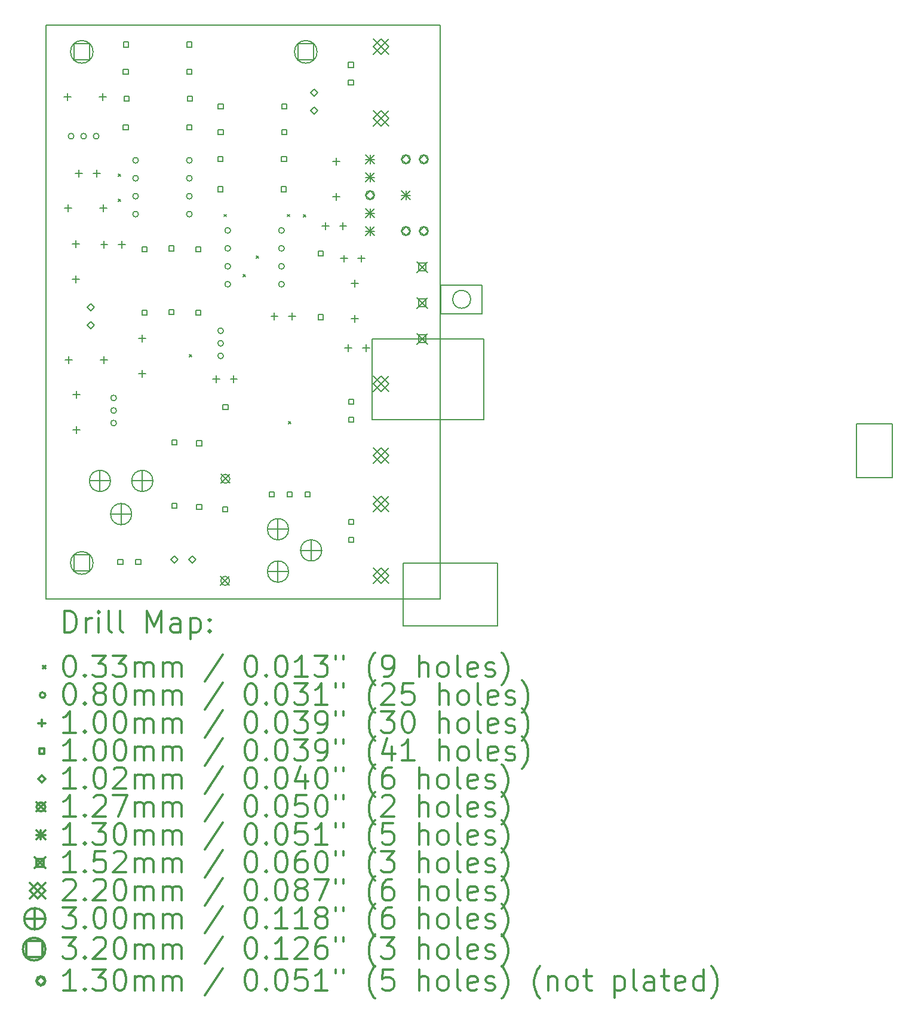
<source format=gbr>
G04 This is an RS-274x file exported by *
G04 gerbv version 2.6.0 *
G04 More information is available about gerbv at *
G04 http://gerbv.gpleda.org/ *
G04 --End of header info--*
%MOIN*%
%FSLAX34Y34*%
%IPPOS*%
G04 --Define apertures--*
%ADD10C,0.0050*%
%ADD11C,0.0060*%
%ADD12C,0.0079*%
%ADD13C,0.0118*%
%ADD14C,0.0138*%
%ADD15C,0.0059*%
G04 --Start main section--*
G54D11*
G01X0044500Y-015000D02*
G01X0045000Y-015000D01*
G01X0023000Y-015000D02*
G01X0044500Y-015000D01*
G01X0023000Y-047000D02*
G01X0023000Y-015000D01*
G01X0045000Y-047000D02*
G01X0023000Y-047000D01*
G01X0045000Y-015000D02*
G01X0045000Y-047000D01*
G54D12*
G01X0027031Y-024714D02*
G01X0027161Y-024844D01*
G01X0027161Y-024714D02*
G01X0027031Y-024844D01*
G01X0027049Y-023308D02*
G01X0027179Y-023438D01*
G01X0027179Y-023308D02*
G01X0027049Y-023438D01*
G01X0031010Y-033385D02*
G01X0031140Y-033515D01*
G01X0031140Y-033385D02*
G01X0031010Y-033515D01*
G01X0032935Y-025560D02*
G01X0033065Y-025690D01*
G01X0033065Y-025560D02*
G01X0032935Y-025690D01*
G01X0034010Y-028910D02*
G01X0034140Y-029040D01*
G01X0034140Y-028910D02*
G01X0034010Y-029040D01*
G01X0034735Y-027885D02*
G01X0034865Y-028015D01*
G01X0034865Y-027885D02*
G01X0034735Y-028015D01*
G01X0036485Y-025560D02*
G01X0036615Y-025690D01*
G01X0036615Y-025560D02*
G01X0036485Y-025690D01*
G01X0036535Y-037100D02*
G01X0036665Y-037230D01*
G01X0036665Y-037100D02*
G01X0036535Y-037230D01*
G01X0037385Y-025585D02*
G01X0037515Y-025715D01*
G01X0037515Y-025585D02*
G01X0037385Y-025715D01*
G01X0024557Y-021200D02*
G75*
G03X0024557Y-021200I-000157J0000000D01*
G01X0025257Y-021200D02*
G75*
G03X0025257Y-021200I-000157J0000000D01*
G01X0025957Y-021200D02*
G75*
G03X0025957Y-021200I-000157J0000000D01*
G01X0026932Y-035800D02*
G75*
G03X0026932Y-035800I-000157J0000000D01*
G01X0026932Y-036500D02*
G75*
G03X0026932Y-036500I-000157J0000000D01*
G01X0026932Y-037200D02*
G75*
G03X0026932Y-037200I-000157J0000000D01*
G01X0028159Y-022546D02*
G75*
G03X0028159Y-022546I-000157J0000000D01*
G01X0028159Y-023546D02*
G75*
G03X0028159Y-023546I-000157J0000000D01*
G01X0028159Y-024546D02*
G75*
G03X0028159Y-024546I-000157J0000000D01*
G01X0028159Y-025546D02*
G75*
G03X0028159Y-025546I-000157J0000000D01*
G01X0031159Y-022546D02*
G75*
G03X0031159Y-022546I-000157J0000000D01*
G01X0031159Y-023546D02*
G75*
G03X0031159Y-023546I-000157J0000000D01*
G01X0031159Y-024546D02*
G75*
G03X0031159Y-024546I-000157J0000000D01*
G01X0031159Y-025546D02*
G75*
G03X0031159Y-025546I-000157J0000000D01*
G01X0032907Y-032050D02*
G75*
G03X0032907Y-032050I-000157J0000000D01*
G01X0032907Y-032750D02*
G75*
G03X0032907Y-032750I-000157J0000000D01*
G01X0032907Y-033450D02*
G75*
G03X0032907Y-033450I-000157J0000000D01*
G01X0033303Y-026457D02*
G75*
G03X0033303Y-026457I-000157J0000000D01*
G01X0033303Y-027457D02*
G75*
G03X0033303Y-027457I-000157J0000000D01*
G01X0033303Y-028457D02*
G75*
G03X0033303Y-028457I-000157J0000000D01*
G01X0033303Y-029457D02*
G75*
G03X0033303Y-029457I-000157J0000000D01*
G01X0036303Y-026457D02*
G75*
G03X0036303Y-026457I-000157J0000000D01*
G01X0036303Y-027457D02*
G75*
G03X0036303Y-027457I-000157J0000000D01*
G01X0036303Y-028457D02*
G75*
G03X0036303Y-028457I-000157J0000000D01*
G01X0036303Y-029457D02*
G75*
G03X0036303Y-029457I-000157J0000000D01*
G01X0024200Y-018803D02*
G01X0024200Y-019197D01*
G01X0024003Y-019000D02*
G01X0024397Y-019000D01*
G01X0024224Y-025021D02*
G01X0024224Y-025415D01*
G01X0024027Y-025218D02*
G01X0024421Y-025218D01*
G01X0024275Y-033478D02*
G01X0024275Y-033872D01*
G01X0024078Y-033675D02*
G01X0024472Y-033675D01*
G01X0024680Y-027004D02*
G01X0024680Y-027397D01*
G01X0024483Y-027200D02*
G01X0024877Y-027200D01*
G01X0024680Y-028972D02*
G01X0024680Y-029366D01*
G01X0024483Y-029169D02*
G01X0024877Y-029169D01*
G01X0024700Y-035410D02*
G01X0024700Y-035803D01*
G01X0024503Y-035606D02*
G01X0024897Y-035606D01*
G01X0024700Y-037378D02*
G01X0024700Y-037772D01*
G01X0024503Y-037575D02*
G01X0024897Y-037575D01*
G01X0024841Y-023068D02*
G01X0024841Y-023462D01*
G01X0024644Y-023265D02*
G01X0025038Y-023265D01*
G01X0025825Y-023068D02*
G01X0025825Y-023462D01*
G01X0025628Y-023265D02*
G01X0026022Y-023265D01*
G01X0026169Y-018803D02*
G01X0026169Y-019197D01*
G01X0025972Y-019000D02*
G01X0026365Y-019000D01*
G01X0026193Y-025021D02*
G01X0026193Y-025415D01*
G01X0025996Y-025218D02*
G01X0026389Y-025218D01*
G01X0026244Y-033478D02*
G01X0026244Y-033872D01*
G01X0026047Y-033675D02*
G01X0026440Y-033675D01*
G01X0026250Y-027053D02*
G01X0026250Y-027447D01*
G01X0026053Y-027250D02*
G01X0026447Y-027250D01*
G01X0027234Y-027053D02*
G01X0027234Y-027447D01*
G01X0027037Y-027250D02*
G01X0027431Y-027250D01*
G01X0028375Y-032285D02*
G01X0028375Y-032678D01*
G01X0028178Y-032481D02*
G01X0028572Y-032481D01*
G01X0028375Y-034253D02*
G01X0028375Y-034647D01*
G01X0028178Y-034450D02*
G01X0028572Y-034450D01*
G01X0032500Y-034553D02*
G01X0032500Y-034947D01*
G01X0032303Y-034750D02*
G01X0032697Y-034750D01*
G01X0033484Y-034553D02*
G01X0033484Y-034947D01*
G01X0033287Y-034750D02*
G01X0033681Y-034750D01*
G01X0035750Y-031053D02*
G01X0035750Y-031447D01*
G01X0035553Y-031250D02*
G01X0035947Y-031250D01*
G01X0036734Y-031053D02*
G01X0036734Y-031447D01*
G01X0036537Y-031250D02*
G01X0036931Y-031250D01*
G01X0038600Y-026003D02*
G01X0038600Y-026397D01*
G01X0038403Y-026200D02*
G01X0038797Y-026200D01*
G01X0039200Y-022403D02*
G01X0039200Y-022797D01*
G01X0039003Y-022600D02*
G01X0039397Y-022600D01*
G01X0039200Y-024372D02*
G01X0039200Y-024765D01*
G01X0039003Y-024569D02*
G01X0039397Y-024569D01*
G01X0039584Y-026003D02*
G01X0039584Y-026397D01*
G01X0039387Y-026200D02*
G01X0039781Y-026200D01*
G01X0039625Y-027828D02*
G01X0039625Y-028222D01*
G01X0039428Y-028025D02*
G01X0039822Y-028025D01*
G01X0039875Y-032818D02*
G01X0039875Y-033212D01*
G01X0039678Y-033015D02*
G01X0040072Y-033015D01*
G01X0040225Y-029203D02*
G01X0040225Y-029597D01*
G01X0040028Y-029400D02*
G01X0040422Y-029400D01*
G01X0040225Y-031172D02*
G01X0040225Y-031565D01*
G01X0040028Y-031369D02*
G01X0040422Y-031369D01*
G01X0040609Y-027828D02*
G01X0040609Y-028222D01*
G01X0040412Y-028025D02*
G01X0040806Y-028025D01*
G01X0040859Y-032818D02*
G01X0040859Y-033212D01*
G01X0040662Y-033015D02*
G01X0041056Y-033015D01*
G01X0027289Y-045089D02*
G01X0027289Y-044811D01*
G01X0027289Y-044811D02*
G01X0027011Y-044811D01*
G01X0027011Y-044811D02*
G01X0027011Y-045089D01*
G01X0027011Y-045089D02*
G01X0027289Y-045089D01*
G01X0027596Y-017739D02*
G01X0027596Y-017461D01*
G01X0027596Y-017461D02*
G01X0027317Y-017461D01*
G01X0027317Y-017461D02*
G01X0027317Y-017739D01*
G01X0027317Y-017739D02*
G01X0027596Y-017739D01*
G01X0027596Y-020839D02*
G01X0027596Y-020561D01*
G01X0027596Y-020561D02*
G01X0027317Y-020561D01*
G01X0027317Y-020561D02*
G01X0027317Y-020839D01*
G01X0027317Y-020839D02*
G01X0027596Y-020839D01*
G01X0027602Y-016236D02*
G01X0027602Y-015958D01*
G01X0027602Y-015958D02*
G01X0027323Y-015958D01*
G01X0027323Y-015958D02*
G01X0027323Y-016236D01*
G01X0027323Y-016236D02*
G01X0027602Y-016236D01*
G01X0027641Y-019257D02*
G01X0027641Y-018979D01*
G01X0027641Y-018979D02*
G01X0027363Y-018979D01*
G01X0027363Y-018979D02*
G01X0027363Y-019257D01*
G01X0027363Y-019257D02*
G01X0027641Y-019257D01*
G01X0028289Y-045089D02*
G01X0028289Y-044811D01*
G01X0028289Y-044811D02*
G01X0028011Y-044811D01*
G01X0028011Y-044811D02*
G01X0028011Y-045089D01*
G01X0028011Y-045089D02*
G01X0028289Y-045089D01*
G01X0028639Y-027639D02*
G01X0028639Y-027361D01*
G01X0028639Y-027361D02*
G01X0028361Y-027361D01*
G01X0028361Y-027361D02*
G01X0028361Y-027639D01*
G01X0028361Y-027639D02*
G01X0028639Y-027639D01*
G01X0028639Y-031183D02*
G01X0028639Y-030904D01*
G01X0028639Y-030904D02*
G01X0028361Y-030904D01*
G01X0028361Y-030904D02*
G01X0028361Y-031183D01*
G01X0028361Y-031183D02*
G01X0028639Y-031183D01*
G01X0030139Y-027596D02*
G01X0030139Y-027317D01*
G01X0030139Y-027317D02*
G01X0029861Y-027317D01*
G01X0029861Y-027317D02*
G01X0029861Y-027596D01*
G01X0029861Y-027596D02*
G01X0030139Y-027596D01*
G01X0030139Y-031139D02*
G01X0030139Y-030861D01*
G01X0030139Y-030861D02*
G01X0029861Y-030861D01*
G01X0029861Y-030861D02*
G01X0029861Y-031139D01*
G01X0029861Y-031139D02*
G01X0030139Y-031139D01*
G01X0030314Y-038414D02*
G01X0030314Y-038136D01*
G01X0030314Y-038136D02*
G01X0030036Y-038136D01*
G01X0030036Y-038136D02*
G01X0030036Y-038414D01*
G01X0030036Y-038414D02*
G01X0030314Y-038414D01*
G01X0030314Y-041958D02*
G01X0030314Y-041679D01*
G01X0030314Y-041679D02*
G01X0030036Y-041679D01*
G01X0030036Y-041679D02*
G01X0030036Y-041958D01*
G01X0030036Y-041958D02*
G01X0030314Y-041958D01*
G01X0031139Y-017739D02*
G01X0031139Y-017461D01*
G01X0031139Y-017461D02*
G01X0030861Y-017461D01*
G01X0030861Y-017461D02*
G01X0030861Y-017739D01*
G01X0030861Y-017739D02*
G01X0031139Y-017739D01*
G01X0031139Y-020839D02*
G01X0031139Y-020561D01*
G01X0031139Y-020561D02*
G01X0030861Y-020561D01*
G01X0030861Y-020561D02*
G01X0030861Y-020839D01*
G01X0030861Y-020839D02*
G01X0031139Y-020839D01*
G01X0031145Y-016236D02*
G01X0031145Y-015958D01*
G01X0031145Y-015958D02*
G01X0030867Y-015958D01*
G01X0030867Y-015958D02*
G01X0030867Y-016236D01*
G01X0030867Y-016236D02*
G01X0031145Y-016236D01*
G01X0031185Y-019257D02*
G01X0031185Y-018979D01*
G01X0031185Y-018979D02*
G01X0030906Y-018979D01*
G01X0030906Y-018979D02*
G01X0030906Y-019257D01*
G01X0030906Y-019257D02*
G01X0031185Y-019257D01*
G01X0031639Y-027639D02*
G01X0031639Y-027361D01*
G01X0031639Y-027361D02*
G01X0031361Y-027361D01*
G01X0031361Y-027361D02*
G01X0031361Y-027639D01*
G01X0031361Y-027639D02*
G01X0031639Y-027639D01*
G01X0031639Y-031183D02*
G01X0031639Y-030904D01*
G01X0031639Y-030904D02*
G01X0031361Y-030904D01*
G01X0031361Y-030904D02*
G01X0031361Y-031183D01*
G01X0031361Y-031183D02*
G01X0031639Y-031183D01*
G01X0031689Y-038464D02*
G01X0031689Y-038186D01*
G01X0031689Y-038186D02*
G01X0031411Y-038186D01*
G01X0031411Y-038186D02*
G01X0031411Y-038464D01*
G01X0031411Y-038464D02*
G01X0031689Y-038464D01*
G01X0031689Y-042008D02*
G01X0031689Y-041729D01*
G01X0031689Y-041729D02*
G01X0031411Y-041729D01*
G01X0031411Y-041729D02*
G01X0031411Y-042008D01*
G01X0031411Y-042008D02*
G01X0031689Y-042008D01*
G01X0032869Y-024293D02*
G01X0032869Y-024015D01*
G01X0032869Y-024015D02*
G01X0032590Y-024015D01*
G01X0032590Y-024015D02*
G01X0032590Y-024293D01*
G01X0032590Y-024293D02*
G01X0032869Y-024293D01*
G01X0032875Y-022624D02*
G01X0032875Y-022346D01*
G01X0032875Y-022346D02*
G01X0032597Y-022346D01*
G01X0032597Y-022346D02*
G01X0032597Y-022624D01*
G01X0032597Y-022624D02*
G01X0032875Y-022624D01*
G01X0032892Y-019678D02*
G01X0032892Y-019400D01*
G01X0032892Y-019400D02*
G01X0032614Y-019400D01*
G01X0032614Y-019400D02*
G01X0032614Y-019678D01*
G01X0032614Y-019678D02*
G01X0032892Y-019678D01*
G01X0032892Y-021121D02*
G01X0032892Y-020843D01*
G01X0032892Y-020843D02*
G01X0032614Y-020843D01*
G01X0032614Y-020843D02*
G01X0032614Y-021121D01*
G01X0032614Y-021121D02*
G01X0032892Y-021121D01*
G01X0033139Y-042139D02*
G01X0033139Y-041861D01*
G01X0033139Y-041861D02*
G01X0032861Y-041861D01*
G01X0032861Y-041861D02*
G01X0032861Y-042139D01*
G01X0032861Y-042139D02*
G01X0033139Y-042139D01*
G01X0033153Y-036444D02*
G01X0033153Y-036166D01*
G01X0033153Y-036166D02*
G01X0032875Y-036166D01*
G01X0032875Y-036166D02*
G01X0032875Y-036444D01*
G01X0032875Y-036444D02*
G01X0033153Y-036444D01*
G01X0035739Y-041314D02*
G01X0035739Y-041036D01*
G01X0035739Y-041036D02*
G01X0035461Y-041036D01*
G01X0035461Y-041036D02*
G01X0035461Y-041314D01*
G01X0035461Y-041314D02*
G01X0035739Y-041314D01*
G01X0036412Y-024293D02*
G01X0036412Y-024015D01*
G01X0036412Y-024015D02*
G01X0036134Y-024015D01*
G01X0036134Y-024015D02*
G01X0036134Y-024293D01*
G01X0036134Y-024293D02*
G01X0036412Y-024293D01*
G01X0036419Y-022624D02*
G01X0036419Y-022346D01*
G01X0036419Y-022346D02*
G01X0036140Y-022346D01*
G01X0036140Y-022346D02*
G01X0036140Y-022624D01*
G01X0036140Y-022624D02*
G01X0036419Y-022624D01*
G01X0036436Y-019678D02*
G01X0036436Y-019400D01*
G01X0036436Y-019400D02*
G01X0036157Y-019400D01*
G01X0036157Y-019400D02*
G01X0036157Y-019678D01*
G01X0036157Y-019678D02*
G01X0036436Y-019678D01*
G01X0036436Y-021121D02*
G01X0036436Y-020843D01*
G01X0036436Y-020843D02*
G01X0036157Y-020843D01*
G01X0036157Y-020843D02*
G01X0036157Y-021121D01*
G01X0036157Y-021121D02*
G01X0036436Y-021121D01*
G01X0036739Y-041314D02*
G01X0036739Y-041036D01*
G01X0036739Y-041036D02*
G01X0036461Y-041036D01*
G01X0036461Y-041036D02*
G01X0036461Y-041314D01*
G01X0036461Y-041314D02*
G01X0036739Y-041314D01*
G01X0037739Y-041314D02*
G01X0037739Y-041036D01*
G01X0037739Y-041036D02*
G01X0037461Y-041036D01*
G01X0037461Y-041036D02*
G01X0037461Y-041314D01*
G01X0037461Y-041314D02*
G01X0037739Y-041314D01*
G01X0038464Y-027889D02*
G01X0038464Y-027611D01*
G01X0038464Y-027611D02*
G01X0038186Y-027611D01*
G01X0038186Y-027611D02*
G01X0038186Y-027889D01*
G01X0038186Y-027889D02*
G01X0038464Y-027889D01*
G01X0038464Y-031433D02*
G01X0038464Y-031154D01*
G01X0038464Y-031154D02*
G01X0038186Y-031154D01*
G01X0038186Y-031154D02*
G01X0038186Y-031433D01*
G01X0038186Y-031433D02*
G01X0038464Y-031433D01*
G01X0040160Y-017362D02*
G01X0040160Y-017084D01*
G01X0040160Y-017084D02*
G01X0039882Y-017084D01*
G01X0039882Y-017084D02*
G01X0039882Y-017362D01*
G01X0039882Y-017362D02*
G01X0040160Y-017362D01*
G01X0040160Y-018346D02*
G01X0040160Y-018068D01*
G01X0040160Y-018068D02*
G01X0039882Y-018068D01*
G01X0039882Y-018068D02*
G01X0039882Y-018346D01*
G01X0039882Y-018346D02*
G01X0040160Y-018346D01*
G01X0040170Y-036155D02*
G01X0040170Y-035877D01*
G01X0040170Y-035877D02*
G01X0039892Y-035877D01*
G01X0039892Y-035877D02*
G01X0039892Y-036155D01*
G01X0039892Y-036155D02*
G01X0040170Y-036155D01*
G01X0040170Y-037139D02*
G01X0040170Y-036861D01*
G01X0040170Y-036861D02*
G01X0039892Y-036861D01*
G01X0039892Y-036861D02*
G01X0039892Y-037139D01*
G01X0039892Y-037139D02*
G01X0040170Y-037139D01*
G01X0040170Y-042855D02*
G01X0040170Y-042577D01*
G01X0040170Y-042577D02*
G01X0039892Y-042577D01*
G01X0039892Y-042577D02*
G01X0039892Y-042855D01*
G01X0039892Y-042855D02*
G01X0040170Y-042855D01*
G01X0040170Y-043839D02*
G01X0040170Y-043561D01*
G01X0040170Y-043561D02*
G01X0039892Y-043561D01*
G01X0039892Y-043561D02*
G01X0039892Y-043839D01*
G01X0039892Y-043839D02*
G01X0040170Y-043839D01*
G01X0025500Y-030950D02*
G01X0025700Y-030750D01*
G01X0025700Y-030750D02*
G01X0025500Y-030550D01*
G01X0025500Y-030550D02*
G01X0025300Y-030750D01*
G01X0025300Y-030750D02*
G01X0025500Y-030950D01*
G01X0025500Y-031950D02*
G01X0025700Y-031750D01*
G01X0025700Y-031750D02*
G01X0025500Y-031550D01*
G01X0025500Y-031550D02*
G01X0025300Y-031750D01*
G01X0025300Y-031750D02*
G01X0025500Y-031950D01*
G01X0030153Y-045000D02*
G01X0030353Y-044800D01*
G01X0030353Y-044800D02*
G01X0030153Y-044600D01*
G01X0030153Y-044600D02*
G01X0029953Y-044800D01*
G01X0029953Y-044800D02*
G01X0030153Y-045000D01*
G01X0031153Y-045000D02*
G01X0031353Y-044800D01*
G01X0031353Y-044800D02*
G01X0031153Y-044600D01*
G01X0031153Y-044600D02*
G01X0030953Y-044800D01*
G01X0030953Y-044800D02*
G01X0031153Y-045000D01*
G01X0037952Y-018988D02*
G01X0038152Y-018788D01*
G01X0038152Y-018788D02*
G01X0037952Y-018588D01*
G01X0037952Y-018588D02*
G01X0037752Y-018788D01*
G01X0037752Y-018788D02*
G01X0037952Y-018988D01*
G01X0037952Y-019988D02*
G01X0038152Y-019788D01*
G01X0038152Y-019788D02*
G01X0037952Y-019588D01*
G01X0037952Y-019588D02*
G01X0037752Y-019788D01*
G01X0037752Y-019788D02*
G01X0037952Y-019988D01*
G01X0032750Y-045750D02*
G01X0033250Y-046250D01*
G01X0033250Y-045750D02*
G01X0032750Y-046250D01*
G01X0033250Y-046000D02*
G75*
G03X0033250Y-046000I-000250J0000000D01*
G01X0032764Y-040055D02*
G01X0033264Y-040555D01*
G01X0033264Y-040055D02*
G01X0032764Y-040555D01*
G01X0033264Y-040305D02*
G75*
G03X0033264Y-040305I-000250J0000000D01*
G01X0040832Y-022238D02*
G01X0041342Y-022748D01*
G01X0041342Y-022238D02*
G01X0040832Y-022748D01*
G01X0041087Y-022238D02*
G01X0041087Y-022748D01*
G01X0040832Y-022493D02*
G01X0041342Y-022493D01*
G01X0040832Y-023238D02*
G01X0041342Y-023748D01*
G01X0041342Y-023238D02*
G01X0040832Y-023748D01*
G01X0041087Y-023238D02*
G01X0041087Y-023748D01*
G01X0040832Y-023493D02*
G01X0041342Y-023493D01*
G01X0040832Y-025238D02*
G01X0041342Y-025748D01*
G01X0041342Y-025238D02*
G01X0040832Y-025748D01*
G01X0041087Y-025238D02*
G01X0041087Y-025748D01*
G01X0040832Y-025493D02*
G01X0041342Y-025493D01*
G01X0040832Y-026238D02*
G01X0041342Y-026748D01*
G01X0041342Y-026238D02*
G01X0040832Y-026748D01*
G01X0041087Y-026238D02*
G01X0041087Y-026748D01*
G01X0040832Y-026493D02*
G01X0041342Y-026493D01*
G01X0042832Y-024238D02*
G01X0043342Y-024748D01*
G01X0043342Y-024238D02*
G01X0042832Y-024748D01*
G01X0043087Y-024238D02*
G01X0043087Y-024748D01*
G01X0042832Y-024493D02*
G01X0043342Y-024493D01*
G01X0043700Y-028200D02*
G01X0044300Y-028800D01*
G01X0044300Y-028200D02*
G01X0043700Y-028800D01*
G01X0044212Y-028712D02*
G01X0044212Y-028288D01*
G01X0044212Y-028288D02*
G01X0043788Y-028288D01*
G01X0043788Y-028288D02*
G01X0043788Y-028712D01*
G01X0043788Y-028712D02*
G01X0044212Y-028712D01*
G01X0043700Y-030200D02*
G01X0044300Y-030800D01*
G01X0044300Y-030200D02*
G01X0043700Y-030800D01*
G01X0044212Y-030712D02*
G01X0044212Y-030288D01*
G01X0044212Y-030288D02*
G01X0043788Y-030288D01*
G01X0043788Y-030288D02*
G01X0043788Y-030712D01*
G01X0043788Y-030712D02*
G01X0044212Y-030712D01*
G01X0043700Y-032200D02*
G01X0044300Y-032800D01*
G01X0044300Y-032200D02*
G01X0043700Y-032800D01*
G01X0044212Y-032712D02*
G01X0044212Y-032288D01*
G01X0044212Y-032288D02*
G01X0043788Y-032288D01*
G01X0043788Y-032288D02*
G01X0043788Y-032712D01*
G01X0043788Y-032712D02*
G01X0044212Y-032712D01*
G01X0041267Y-015767D02*
G01X0042133Y-016633D01*
G01X0042133Y-015767D02*
G01X0041267Y-016633D01*
G01X0041700Y-016633D02*
G01X0042133Y-016200D01*
G01X0042133Y-016200D02*
G01X0041700Y-015767D01*
G01X0041700Y-015767D02*
G01X0041267Y-016200D01*
G01X0041267Y-016200D02*
G01X0041700Y-016633D01*
G01X0041267Y-019782D02*
G01X0042133Y-020648D01*
G01X0042133Y-019782D02*
G01X0041267Y-020648D01*
G01X0041700Y-020648D02*
G01X0042133Y-020215D01*
G01X0042133Y-020215D02*
G01X0041700Y-019782D01*
G01X0041700Y-019782D02*
G01X0041267Y-020215D01*
G01X0041267Y-020215D02*
G01X0041700Y-020648D01*
G01X0041277Y-034560D02*
G01X0042143Y-035426D01*
G01X0042143Y-034560D02*
G01X0041277Y-035426D01*
G01X0041710Y-035426D02*
G01X0042143Y-034993D01*
G01X0042143Y-034993D02*
G01X0041710Y-034560D01*
G01X0041710Y-034560D02*
G01X0041277Y-034993D01*
G01X0041277Y-034993D02*
G01X0041710Y-035426D01*
G01X0041277Y-038575D02*
G01X0042143Y-039441D01*
G01X0042143Y-038575D02*
G01X0041277Y-039441D01*
G01X0041710Y-039441D02*
G01X0042143Y-039008D01*
G01X0042143Y-039008D02*
G01X0041710Y-038575D01*
G01X0041710Y-038575D02*
G01X0041277Y-039008D01*
G01X0041277Y-039008D02*
G01X0041710Y-039441D01*
G01X0041277Y-041260D02*
G01X0042143Y-042126D01*
G01X0042143Y-041260D02*
G01X0041277Y-042126D01*
G01X0041710Y-042126D02*
G01X0042143Y-041693D01*
G01X0042143Y-041693D02*
G01X0041710Y-041260D01*
G01X0041710Y-041260D02*
G01X0041277Y-041693D01*
G01X0041277Y-041693D02*
G01X0041710Y-042126D01*
G01X0041277Y-045275D02*
G01X0042143Y-046141D01*
G01X0042143Y-045275D02*
G01X0041277Y-046141D01*
G01X0041710Y-046141D02*
G01X0042143Y-045708D01*
G01X0042143Y-045708D02*
G01X0041710Y-045275D01*
G01X0041710Y-045275D02*
G01X0041277Y-045708D01*
G01X0041277Y-045708D02*
G01X0041710Y-046141D01*
G01X0026013Y-039834D02*
G01X0026013Y-041015D01*
G01X0025423Y-040425D02*
G01X0026604Y-040425D01*
G01X0026604Y-040425D02*
G75*
G03X0026604Y-040425I-000591J0000000D01*
G01X0027194Y-041684D02*
G01X0027194Y-042865D01*
G01X0026604Y-042275D02*
G01X0027785Y-042275D01*
G01X0027785Y-042275D02*
G75*
G03X0027785Y-042275I-000591J0000000D01*
G01X0028375Y-039834D02*
G01X0028375Y-041015D01*
G01X0027785Y-040425D02*
G01X0028966Y-040425D01*
G01X0028966Y-040425D02*
G75*
G03X0028966Y-040425I-000591J0000000D01*
G01X0035950Y-042528D02*
G01X0035950Y-043709D01*
G01X0035360Y-043119D02*
G01X0036541Y-043119D01*
G01X0036541Y-043119D02*
G75*
G03X0036541Y-043119I-000591J0000000D01*
G01X0035950Y-044890D02*
G01X0035950Y-046071D01*
G01X0035360Y-045481D02*
G01X0036541Y-045481D01*
G01X0036541Y-045481D02*
G75*
G03X0036541Y-045481I-000591J0000000D01*
G01X0037800Y-043709D02*
G01X0037800Y-044890D01*
G01X0037210Y-044300D02*
G01X0038391Y-044300D01*
G01X0038391Y-044300D02*
G75*
G03X0038391Y-044300I-000591J0000000D01*
G01X0025445Y-016945D02*
G01X0025445Y-016055D01*
G01X0025445Y-016055D02*
G01X0024555Y-016055D01*
G01X0024555Y-016055D02*
G01X0024555Y-016945D01*
G01X0024555Y-016945D02*
G01X0025445Y-016945D01*
G01X0025630Y-016500D02*
G75*
G03X0025630Y-016500I-000630J0000000D01*
G01X0025445Y-045445D02*
G01X0025445Y-044555D01*
G01X0025445Y-044555D02*
G01X0024555Y-044555D01*
G01X0024555Y-044555D02*
G01X0024555Y-045445D01*
G01X0024555Y-045445D02*
G01X0025445Y-045445D01*
G01X0025630Y-045000D02*
G75*
G03X0025630Y-045000I-000630J0000000D01*
G01X0037945Y-016945D02*
G01X0037945Y-016055D01*
G01X0037945Y-016055D02*
G01X0037055Y-016055D01*
G01X0037055Y-016055D02*
G01X0037055Y-016945D01*
G01X0037055Y-016945D02*
G01X0037945Y-016945D01*
G01X0038130Y-016500D02*
G75*
G03X0038130Y-016500I-000630J0000000D01*
G01X0041087Y-024748D02*
G01X0041342Y-024493D01*
G01X0041342Y-024493D02*
G01X0041087Y-024238D01*
G01X0041087Y-024238D02*
G01X0040832Y-024493D01*
G01X0040832Y-024493D02*
G01X0041087Y-024748D01*
G01X0041342Y-024493D02*
G75*
G03X0041342Y-024493I-000255J0000000D01*
G01X0043087Y-022748D02*
G01X0043342Y-022493D01*
G01X0043342Y-022493D02*
G01X0043087Y-022238D01*
G01X0043087Y-022238D02*
G01X0042832Y-022493D01*
G01X0042832Y-022493D02*
G01X0043087Y-022748D01*
G01X0043342Y-022493D02*
G75*
G03X0043342Y-022493I-000255J0000000D01*
G01X0043087Y-026748D02*
G01X0043342Y-026493D01*
G01X0043342Y-026493D02*
G01X0043087Y-026238D01*
G01X0043087Y-026238D02*
G01X0042832Y-026493D01*
G01X0042832Y-026493D02*
G01X0043087Y-026748D01*
G01X0043342Y-026493D02*
G75*
G03X0043342Y-026493I-000255J0000000D01*
G01X0044087Y-022748D02*
G01X0044342Y-022493D01*
G01X0044342Y-022493D02*
G01X0044087Y-022238D01*
G01X0044087Y-022238D02*
G01X0043832Y-022493D01*
G01X0043832Y-022493D02*
G01X0044087Y-022748D01*
G01X0044342Y-022493D02*
G75*
G03X0044342Y-022493I-000255J0000000D01*
G01X0044087Y-026748D02*
G01X0044342Y-026493D01*
G01X0044342Y-026493D02*
G01X0044087Y-026238D01*
G01X0044087Y-026238D02*
G01X0043832Y-026493D01*
G01X0043832Y-026493D02*
G01X0044087Y-026748D01*
G01X0044342Y-026493D02*
G75*
G03X0044342Y-026493I-000255J0000000D01*
G54D13*
G01X0024039Y-048864D02*
G01X0024039Y-047682D01*
G01X0024039Y-047682D02*
G01X0024320Y-047682D01*
G01X0024320Y-047682D02*
G01X0024489Y-047739D01*
G01X0024489Y-047739D02*
G01X0024601Y-047851D01*
G01X0024601Y-047851D02*
G01X0024657Y-047964D01*
G01X0024657Y-047964D02*
G01X0024714Y-048189D01*
G01X0024714Y-048189D02*
G01X0024714Y-048357D01*
G01X0024714Y-048357D02*
G01X0024657Y-048582D01*
G01X0024657Y-048582D02*
G01X0024601Y-048695D01*
G01X0024601Y-048695D02*
G01X0024489Y-048807D01*
G01X0024489Y-048807D02*
G01X0024320Y-048864D01*
G01X0024320Y-048864D02*
G01X0024039Y-048864D01*
G01X0025220Y-048864D02*
G01X0025220Y-048076D01*
G01X0025220Y-048301D02*
G01X0025276Y-048189D01*
G01X0025276Y-048189D02*
G01X0025332Y-048132D01*
G01X0025332Y-048132D02*
G01X0025445Y-048076D01*
G01X0025445Y-048076D02*
G01X0025557Y-048076D01*
G01X0025951Y-048864D02*
G01X0025951Y-048076D01*
G01X0025951Y-047682D02*
G01X0025895Y-047739D01*
G01X0025895Y-047739D02*
G01X0025951Y-047795D01*
G01X0025951Y-047795D02*
G01X0026007Y-047739D01*
G01X0026007Y-047739D02*
G01X0025951Y-047682D01*
G01X0025951Y-047682D02*
G01X0025951Y-047795D01*
G01X0026682Y-048864D02*
G01X0026570Y-048807D01*
G01X0026570Y-048807D02*
G01X0026513Y-048695D01*
G01X0026513Y-048695D02*
G01X0026513Y-047682D01*
G01X0027301Y-048864D02*
G01X0027188Y-048807D01*
G01X0027188Y-048807D02*
G01X0027132Y-048695D01*
G01X0027132Y-048695D02*
G01X0027132Y-047682D01*
G01X0028651Y-048864D02*
G01X0028651Y-047682D01*
G01X0028651Y-047682D02*
G01X0029044Y-048526D01*
G01X0029044Y-048526D02*
G01X0029438Y-047682D01*
G01X0029438Y-047682D02*
G01X0029438Y-048864D01*
G01X0030507Y-048864D02*
G01X0030507Y-048245D01*
G01X0030507Y-048245D02*
G01X0030450Y-048132D01*
G01X0030450Y-048132D02*
G01X0030338Y-048076D01*
G01X0030338Y-048076D02*
G01X0030113Y-048076D01*
G01X0030113Y-048076D02*
G01X0030000Y-048132D01*
G01X0030507Y-048807D02*
G01X0030394Y-048864D01*
G01X0030394Y-048864D02*
G01X0030113Y-048864D01*
G01X0030113Y-048864D02*
G01X0030000Y-048807D01*
G01X0030000Y-048807D02*
G01X0029944Y-048695D01*
G01X0029944Y-048695D02*
G01X0029944Y-048582D01*
G01X0029944Y-048582D02*
G01X0030000Y-048470D01*
G01X0030000Y-048470D02*
G01X0030113Y-048414D01*
G01X0030113Y-048414D02*
G01X0030394Y-048414D01*
G01X0030394Y-048414D02*
G01X0030507Y-048357D01*
G01X0031069Y-048076D02*
G01X0031069Y-049257D01*
G01X0031069Y-048132D02*
G01X0031181Y-048076D01*
G01X0031181Y-048076D02*
G01X0031406Y-048076D01*
G01X0031406Y-048076D02*
G01X0031519Y-048132D01*
G01X0031519Y-048132D02*
G01X0031575Y-048189D01*
G01X0031575Y-048189D02*
G01X0031631Y-048301D01*
G01X0031631Y-048301D02*
G01X0031631Y-048639D01*
G01X0031631Y-048639D02*
G01X0031575Y-048751D01*
G01X0031575Y-048751D02*
G01X0031519Y-048807D01*
G01X0031519Y-048807D02*
G01X0031406Y-048864D01*
G01X0031406Y-048864D02*
G01X0031181Y-048864D01*
G01X0031181Y-048864D02*
G01X0031069Y-048807D01*
G01X0032138Y-048751D02*
G01X0032194Y-048807D01*
G01X0032194Y-048807D02*
G01X0032138Y-048864D01*
G01X0032138Y-048864D02*
G01X0032081Y-048807D01*
G01X0032081Y-048807D02*
G01X0032138Y-048751D01*
G01X0032138Y-048751D02*
G01X0032138Y-048864D01*
G01X0032138Y-048132D02*
G01X0032194Y-048189D01*
G01X0032194Y-048189D02*
G01X0032138Y-048245D01*
G01X0032138Y-048245D02*
G01X0032081Y-048189D01*
G01X0032081Y-048189D02*
G01X0032138Y-048132D01*
G01X0032138Y-048132D02*
G01X0032138Y-048245D01*
G01X0022840Y-050745D02*
G01X0022970Y-050875D01*
G01X0022970Y-050745D02*
G01X0022840Y-050875D01*
G01X0024264Y-050163D02*
G01X0024376Y-050163D01*
G01X0024376Y-050163D02*
G01X0024489Y-050219D01*
G01X0024489Y-050219D02*
G01X0024545Y-050275D01*
G01X0024545Y-050275D02*
G01X0024601Y-050388D01*
G01X0024601Y-050388D02*
G01X0024657Y-050613D01*
G01X0024657Y-050613D02*
G01X0024657Y-050894D01*
G01X0024657Y-050894D02*
G01X0024601Y-051119D01*
G01X0024601Y-051119D02*
G01X0024545Y-051231D01*
G01X0024545Y-051231D02*
G01X0024489Y-051288D01*
G01X0024489Y-051288D02*
G01X0024376Y-051344D01*
G01X0024376Y-051344D02*
G01X0024264Y-051344D01*
G01X0024264Y-051344D02*
G01X0024151Y-051288D01*
G01X0024151Y-051288D02*
G01X0024095Y-051231D01*
G01X0024095Y-051231D02*
G01X0024039Y-051119D01*
G01X0024039Y-051119D02*
G01X0023982Y-050894D01*
G01X0023982Y-050894D02*
G01X0023982Y-050613D01*
G01X0023982Y-050613D02*
G01X0024039Y-050388D01*
G01X0024039Y-050388D02*
G01X0024095Y-050275D01*
G01X0024095Y-050275D02*
G01X0024151Y-050219D01*
G01X0024151Y-050219D02*
G01X0024264Y-050163D01*
G01X0025163Y-051231D02*
G01X0025220Y-051288D01*
G01X0025220Y-051288D02*
G01X0025163Y-051344D01*
G01X0025163Y-051344D02*
G01X0025107Y-051288D01*
G01X0025107Y-051288D02*
G01X0025163Y-051231D01*
G01X0025163Y-051231D02*
G01X0025163Y-051344D01*
G01X0025613Y-050163D02*
G01X0026345Y-050163D01*
G01X0026345Y-050163D02*
G01X0025951Y-050613D01*
G01X0025951Y-050613D02*
G01X0026120Y-050613D01*
G01X0026120Y-050613D02*
G01X0026232Y-050669D01*
G01X0026232Y-050669D02*
G01X0026288Y-050725D01*
G01X0026288Y-050725D02*
G01X0026345Y-050838D01*
G01X0026345Y-050838D02*
G01X0026345Y-051119D01*
G01X0026345Y-051119D02*
G01X0026288Y-051231D01*
G01X0026288Y-051231D02*
G01X0026232Y-051288D01*
G01X0026232Y-051288D02*
G01X0026120Y-051344D01*
G01X0026120Y-051344D02*
G01X0025782Y-051344D01*
G01X0025782Y-051344D02*
G01X0025670Y-051288D01*
G01X0025670Y-051288D02*
G01X0025613Y-051231D01*
G01X0026738Y-050163D02*
G01X0027469Y-050163D01*
G01X0027469Y-050163D02*
G01X0027076Y-050613D01*
G01X0027076Y-050613D02*
G01X0027244Y-050613D01*
G01X0027244Y-050613D02*
G01X0027357Y-050669D01*
G01X0027357Y-050669D02*
G01X0027413Y-050725D01*
G01X0027413Y-050725D02*
G01X0027469Y-050838D01*
G01X0027469Y-050838D02*
G01X0027469Y-051119D01*
G01X0027469Y-051119D02*
G01X0027413Y-051231D01*
G01X0027413Y-051231D02*
G01X0027357Y-051288D01*
G01X0027357Y-051288D02*
G01X0027244Y-051344D01*
G01X0027244Y-051344D02*
G01X0026907Y-051344D01*
G01X0026907Y-051344D02*
G01X0026795Y-051288D01*
G01X0026795Y-051288D02*
G01X0026738Y-051231D01*
G01X0027976Y-051344D02*
G01X0027976Y-050556D01*
G01X0027976Y-050669D02*
G01X0028032Y-050613D01*
G01X0028032Y-050613D02*
G01X0028144Y-050556D01*
G01X0028144Y-050556D02*
G01X0028313Y-050556D01*
G01X0028313Y-050556D02*
G01X0028426Y-050613D01*
G01X0028426Y-050613D02*
G01X0028482Y-050725D01*
G01X0028482Y-050725D02*
G01X0028482Y-051344D01*
G01X0028482Y-050725D02*
G01X0028538Y-050613D01*
G01X0028538Y-050613D02*
G01X0028651Y-050556D01*
G01X0028651Y-050556D02*
G01X0028819Y-050556D01*
G01X0028819Y-050556D02*
G01X0028932Y-050613D01*
G01X0028932Y-050613D02*
G01X0028988Y-050725D01*
G01X0028988Y-050725D02*
G01X0028988Y-051344D01*
G01X0029550Y-051344D02*
G01X0029550Y-050556D01*
G01X0029550Y-050669D02*
G01X0029607Y-050613D01*
G01X0029607Y-050613D02*
G01X0029719Y-050556D01*
G01X0029719Y-050556D02*
G01X0029888Y-050556D01*
G01X0029888Y-050556D02*
G01X0030000Y-050613D01*
G01X0030000Y-050613D02*
G01X0030057Y-050725D01*
G01X0030057Y-050725D02*
G01X0030057Y-051344D01*
G01X0030057Y-050725D02*
G01X0030113Y-050613D01*
G01X0030113Y-050613D02*
G01X0030225Y-050556D01*
G01X0030225Y-050556D02*
G01X0030394Y-050556D01*
G01X0030394Y-050556D02*
G01X0030507Y-050613D01*
G01X0030507Y-050613D02*
G01X0030563Y-050725D01*
G01X0030563Y-050725D02*
G01X0030563Y-051344D01*
G01X0032869Y-050106D02*
G01X0031856Y-051625D01*
G01X0034387Y-050163D02*
G01X0034500Y-050163D01*
G01X0034500Y-050163D02*
G01X0034612Y-050219D01*
G01X0034612Y-050219D02*
G01X0034669Y-050275D01*
G01X0034669Y-050275D02*
G01X0034725Y-050388D01*
G01X0034725Y-050388D02*
G01X0034781Y-050613D01*
G01X0034781Y-050613D02*
G01X0034781Y-050894D01*
G01X0034781Y-050894D02*
G01X0034725Y-051119D01*
G01X0034725Y-051119D02*
G01X0034669Y-051231D01*
G01X0034669Y-051231D02*
G01X0034612Y-051288D01*
G01X0034612Y-051288D02*
G01X0034500Y-051344D01*
G01X0034500Y-051344D02*
G01X0034387Y-051344D01*
G01X0034387Y-051344D02*
G01X0034275Y-051288D01*
G01X0034275Y-051288D02*
G01X0034219Y-051231D01*
G01X0034219Y-051231D02*
G01X0034162Y-051119D01*
G01X0034162Y-051119D02*
G01X0034106Y-050894D01*
G01X0034106Y-050894D02*
G01X0034106Y-050613D01*
G01X0034106Y-050613D02*
G01X0034162Y-050388D01*
G01X0034162Y-050388D02*
G01X0034219Y-050275D01*
G01X0034219Y-050275D02*
G01X0034275Y-050219D01*
G01X0034275Y-050219D02*
G01X0034387Y-050163D01*
G01X0035287Y-051231D02*
G01X0035343Y-051288D01*
G01X0035343Y-051288D02*
G01X0035287Y-051344D01*
G01X0035287Y-051344D02*
G01X0035231Y-051288D01*
G01X0035231Y-051288D02*
G01X0035287Y-051231D01*
G01X0035287Y-051231D02*
G01X0035287Y-051344D01*
G01X0036075Y-050163D02*
G01X0036187Y-050163D01*
G01X0036187Y-050163D02*
G01X0036300Y-050219D01*
G01X0036300Y-050219D02*
G01X0036356Y-050275D01*
G01X0036356Y-050275D02*
G01X0036412Y-050388D01*
G01X0036412Y-050388D02*
G01X0036468Y-050613D01*
G01X0036468Y-050613D02*
G01X0036468Y-050894D01*
G01X0036468Y-050894D02*
G01X0036412Y-051119D01*
G01X0036412Y-051119D02*
G01X0036356Y-051231D01*
G01X0036356Y-051231D02*
G01X0036300Y-051288D01*
G01X0036300Y-051288D02*
G01X0036187Y-051344D01*
G01X0036187Y-051344D02*
G01X0036075Y-051344D01*
G01X0036075Y-051344D02*
G01X0035962Y-051288D01*
G01X0035962Y-051288D02*
G01X0035906Y-051231D01*
G01X0035906Y-051231D02*
G01X0035850Y-051119D01*
G01X0035850Y-051119D02*
G01X0035793Y-050894D01*
G01X0035793Y-050894D02*
G01X0035793Y-050613D01*
G01X0035793Y-050613D02*
G01X0035850Y-050388D01*
G01X0035850Y-050388D02*
G01X0035906Y-050275D01*
G01X0035906Y-050275D02*
G01X0035962Y-050219D01*
G01X0035962Y-050219D02*
G01X0036075Y-050163D01*
G01X0037593Y-051344D02*
G01X0036918Y-051344D01*
G01X0037256Y-051344D02*
G01X0037256Y-050163D01*
G01X0037256Y-050163D02*
G01X0037143Y-050331D01*
G01X0037143Y-050331D02*
G01X0037031Y-050444D01*
G01X0037031Y-050444D02*
G01X0036918Y-050500D01*
G01X0037987Y-050163D02*
G01X0038718Y-050163D01*
G01X0038718Y-050163D02*
G01X0038324Y-050613D01*
G01X0038324Y-050613D02*
G01X0038493Y-050613D01*
G01X0038493Y-050613D02*
G01X0038606Y-050669D01*
G01X0038606Y-050669D02*
G01X0038662Y-050725D01*
G01X0038662Y-050725D02*
G01X0038718Y-050838D01*
G01X0038718Y-050838D02*
G01X0038718Y-051119D01*
G01X0038718Y-051119D02*
G01X0038662Y-051231D01*
G01X0038662Y-051231D02*
G01X0038606Y-051288D01*
G01X0038606Y-051288D02*
G01X0038493Y-051344D01*
G01X0038493Y-051344D02*
G01X0038156Y-051344D01*
G01X0038156Y-051344D02*
G01X0038043Y-051288D01*
G01X0038043Y-051288D02*
G01X0037987Y-051231D01*
G01X0039168Y-050163D02*
G01X0039168Y-050388D01*
G01X0039618Y-050163D02*
G01X0039618Y-050388D01*
G01X0041361Y-051794D02*
G01X0041305Y-051738D01*
G01X0041305Y-051738D02*
G01X0041193Y-051569D01*
G01X0041193Y-051569D02*
G01X0041136Y-051456D01*
G01X0041136Y-051456D02*
G01X0041080Y-051288D01*
G01X0041080Y-051288D02*
G01X0041024Y-051006D01*
G01X0041024Y-051006D02*
G01X0041024Y-050781D01*
G01X0041024Y-050781D02*
G01X0041080Y-050500D01*
G01X0041080Y-050500D02*
G01X0041136Y-050331D01*
G01X0041136Y-050331D02*
G01X0041193Y-050219D01*
G01X0041193Y-050219D02*
G01X0041305Y-050050D01*
G01X0041305Y-050050D02*
G01X0041361Y-049994D01*
G01X0041868Y-051344D02*
G01X0042093Y-051344D01*
G01X0042093Y-051344D02*
G01X0042205Y-051288D01*
G01X0042205Y-051288D02*
G01X0042261Y-051231D01*
G01X0042261Y-051231D02*
G01X0042374Y-051063D01*
G01X0042374Y-051063D02*
G01X0042430Y-050838D01*
G01X0042430Y-050838D02*
G01X0042430Y-050388D01*
G01X0042430Y-050388D02*
G01X0042374Y-050275D01*
G01X0042374Y-050275D02*
G01X0042318Y-050219D01*
G01X0042318Y-050219D02*
G01X0042205Y-050163D01*
G01X0042205Y-050163D02*
G01X0041980Y-050163D01*
G01X0041980Y-050163D02*
G01X0041868Y-050219D01*
G01X0041868Y-050219D02*
G01X0041811Y-050275D01*
G01X0041811Y-050275D02*
G01X0041755Y-050388D01*
G01X0041755Y-050388D02*
G01X0041755Y-050669D01*
G01X0041755Y-050669D02*
G01X0041811Y-050781D01*
G01X0041811Y-050781D02*
G01X0041868Y-050838D01*
G01X0041868Y-050838D02*
G01X0041980Y-050894D01*
G01X0041980Y-050894D02*
G01X0042205Y-050894D01*
G01X0042205Y-050894D02*
G01X0042318Y-050838D01*
G01X0042318Y-050838D02*
G01X0042374Y-050781D01*
G01X0042374Y-050781D02*
G01X0042430Y-050669D01*
G01X0043836Y-051344D02*
G01X0043836Y-050163D01*
G01X0044342Y-051344D02*
G01X0044342Y-050725D01*
G01X0044342Y-050725D02*
G01X0044286Y-050613D01*
G01X0044286Y-050613D02*
G01X0044174Y-050556D01*
G01X0044174Y-050556D02*
G01X0044005Y-050556D01*
G01X0044005Y-050556D02*
G01X0043892Y-050613D01*
G01X0043892Y-050613D02*
G01X0043836Y-050669D01*
G01X0045073Y-051344D02*
G01X0044961Y-051288D01*
G01X0044961Y-051288D02*
G01X0044905Y-051231D01*
G01X0044905Y-051231D02*
G01X0044849Y-051119D01*
G01X0044849Y-051119D02*
G01X0044849Y-050781D01*
G01X0044849Y-050781D02*
G01X0044905Y-050669D01*
G01X0044905Y-050669D02*
G01X0044961Y-050613D01*
G01X0044961Y-050613D02*
G01X0045073Y-050556D01*
G01X0045073Y-050556D02*
G01X0045242Y-050556D01*
G01X0045242Y-050556D02*
G01X0045355Y-050613D01*
G01X0045355Y-050613D02*
G01X0045411Y-050669D01*
G01X0045411Y-050669D02*
G01X0045467Y-050781D01*
G01X0045467Y-050781D02*
G01X0045467Y-051119D01*
G01X0045467Y-051119D02*
G01X0045411Y-051231D01*
G01X0045411Y-051231D02*
G01X0045355Y-051288D01*
G01X0045355Y-051288D02*
G01X0045242Y-051344D01*
G01X0045242Y-051344D02*
G01X0045073Y-051344D01*
G01X0046142Y-051344D02*
G01X0046030Y-051288D01*
G01X0046030Y-051288D02*
G01X0045973Y-051175D01*
G01X0045973Y-051175D02*
G01X0045973Y-050163D01*
G01X0047042Y-051288D02*
G01X0046930Y-051344D01*
G01X0046930Y-051344D02*
G01X0046705Y-051344D01*
G01X0046705Y-051344D02*
G01X0046592Y-051288D01*
G01X0046592Y-051288D02*
G01X0046536Y-051175D01*
G01X0046536Y-051175D02*
G01X0046536Y-050725D01*
G01X0046536Y-050725D02*
G01X0046592Y-050613D01*
G01X0046592Y-050613D02*
G01X0046705Y-050556D01*
G01X0046705Y-050556D02*
G01X0046930Y-050556D01*
G01X0046930Y-050556D02*
G01X0047042Y-050613D01*
G01X0047042Y-050613D02*
G01X0047098Y-050725D01*
G01X0047098Y-050725D02*
G01X0047098Y-050838D01*
G01X0047098Y-050838D02*
G01X0046536Y-050950D01*
G01X0047548Y-051288D02*
G01X0047661Y-051344D01*
G01X0047661Y-051344D02*
G01X0047886Y-051344D01*
G01X0047886Y-051344D02*
G01X0047998Y-051288D01*
G01X0047998Y-051288D02*
G01X0048054Y-051175D01*
G01X0048054Y-051175D02*
G01X0048054Y-051119D01*
G01X0048054Y-051119D02*
G01X0047998Y-051006D01*
G01X0047998Y-051006D02*
G01X0047886Y-050950D01*
G01X0047886Y-050950D02*
G01X0047717Y-050950D01*
G01X0047717Y-050950D02*
G01X0047604Y-050894D01*
G01X0047604Y-050894D02*
G01X0047548Y-050781D01*
G01X0047548Y-050781D02*
G01X0047548Y-050725D01*
G01X0047548Y-050725D02*
G01X0047604Y-050613D01*
G01X0047604Y-050613D02*
G01X0047717Y-050556D01*
G01X0047717Y-050556D02*
G01X0047886Y-050556D01*
G01X0047886Y-050556D02*
G01X0047998Y-050613D01*
G01X0048448Y-051794D02*
G01X0048504Y-051738D01*
G01X0048504Y-051738D02*
G01X0048617Y-051569D01*
G01X0048617Y-051569D02*
G01X0048673Y-051456D01*
G01X0048673Y-051456D02*
G01X0048729Y-051288D01*
G01X0048729Y-051288D02*
G01X0048786Y-051006D01*
G01X0048786Y-051006D02*
G01X0048786Y-050781D01*
G01X0048786Y-050781D02*
G01X0048729Y-050500D01*
G01X0048729Y-050500D02*
G01X0048673Y-050331D01*
G01X0048673Y-050331D02*
G01X0048617Y-050219D01*
G01X0048617Y-050219D02*
G01X0048504Y-050050D01*
G01X0048504Y-050050D02*
G01X0048448Y-049994D01*
G01X0022970Y-052369D02*
G75*
G03X0022970Y-052369I-000157J0000000D01*
G01X0024264Y-051722D02*
G01X0024376Y-051722D01*
G01X0024376Y-051722D02*
G01X0024489Y-051778D01*
G01X0024489Y-051778D02*
G01X0024545Y-051834D01*
G01X0024545Y-051834D02*
G01X0024601Y-051947D01*
G01X0024601Y-051947D02*
G01X0024657Y-052172D01*
G01X0024657Y-052172D02*
G01X0024657Y-052453D01*
G01X0024657Y-052453D02*
G01X0024601Y-052678D01*
G01X0024601Y-052678D02*
G01X0024545Y-052790D01*
G01X0024545Y-052790D02*
G01X0024489Y-052847D01*
G01X0024489Y-052847D02*
G01X0024376Y-052903D01*
G01X0024376Y-052903D02*
G01X0024264Y-052903D01*
G01X0024264Y-052903D02*
G01X0024151Y-052847D01*
G01X0024151Y-052847D02*
G01X0024095Y-052790D01*
G01X0024095Y-052790D02*
G01X0024039Y-052678D01*
G01X0024039Y-052678D02*
G01X0023982Y-052453D01*
G01X0023982Y-052453D02*
G01X0023982Y-052172D01*
G01X0023982Y-052172D02*
G01X0024039Y-051947D01*
G01X0024039Y-051947D02*
G01X0024095Y-051834D01*
G01X0024095Y-051834D02*
G01X0024151Y-051778D01*
G01X0024151Y-051778D02*
G01X0024264Y-051722D01*
G01X0025163Y-052790D02*
G01X0025220Y-052847D01*
G01X0025220Y-052847D02*
G01X0025163Y-052903D01*
G01X0025163Y-052903D02*
G01X0025107Y-052847D01*
G01X0025107Y-052847D02*
G01X0025163Y-052790D01*
G01X0025163Y-052790D02*
G01X0025163Y-052903D01*
G01X0025895Y-052228D02*
G01X0025782Y-052172D01*
G01X0025782Y-052172D02*
G01X0025726Y-052115D01*
G01X0025726Y-052115D02*
G01X0025670Y-052003D01*
G01X0025670Y-052003D02*
G01X0025670Y-051947D01*
G01X0025670Y-051947D02*
G01X0025726Y-051834D01*
G01X0025726Y-051834D02*
G01X0025782Y-051778D01*
G01X0025782Y-051778D02*
G01X0025895Y-051722D01*
G01X0025895Y-051722D02*
G01X0026120Y-051722D01*
G01X0026120Y-051722D02*
G01X0026232Y-051778D01*
G01X0026232Y-051778D02*
G01X0026288Y-051834D01*
G01X0026288Y-051834D02*
G01X0026345Y-051947D01*
G01X0026345Y-051947D02*
G01X0026345Y-052003D01*
G01X0026345Y-052003D02*
G01X0026288Y-052115D01*
G01X0026288Y-052115D02*
G01X0026232Y-052172D01*
G01X0026232Y-052172D02*
G01X0026120Y-052228D01*
G01X0026120Y-052228D02*
G01X0025895Y-052228D01*
G01X0025895Y-052228D02*
G01X0025782Y-052284D01*
G01X0025782Y-052284D02*
G01X0025726Y-052340D01*
G01X0025726Y-052340D02*
G01X0025670Y-052453D01*
G01X0025670Y-052453D02*
G01X0025670Y-052678D01*
G01X0025670Y-052678D02*
G01X0025726Y-052790D01*
G01X0025726Y-052790D02*
G01X0025782Y-052847D01*
G01X0025782Y-052847D02*
G01X0025895Y-052903D01*
G01X0025895Y-052903D02*
G01X0026120Y-052903D01*
G01X0026120Y-052903D02*
G01X0026232Y-052847D01*
G01X0026232Y-052847D02*
G01X0026288Y-052790D01*
G01X0026288Y-052790D02*
G01X0026345Y-052678D01*
G01X0026345Y-052678D02*
G01X0026345Y-052453D01*
G01X0026345Y-052453D02*
G01X0026288Y-052340D01*
G01X0026288Y-052340D02*
G01X0026232Y-052284D01*
G01X0026232Y-052284D02*
G01X0026120Y-052228D01*
G01X0027076Y-051722D02*
G01X0027188Y-051722D01*
G01X0027188Y-051722D02*
G01X0027301Y-051778D01*
G01X0027301Y-051778D02*
G01X0027357Y-051834D01*
G01X0027357Y-051834D02*
G01X0027413Y-051947D01*
G01X0027413Y-051947D02*
G01X0027469Y-052172D01*
G01X0027469Y-052172D02*
G01X0027469Y-052453D01*
G01X0027469Y-052453D02*
G01X0027413Y-052678D01*
G01X0027413Y-052678D02*
G01X0027357Y-052790D01*
G01X0027357Y-052790D02*
G01X0027301Y-052847D01*
G01X0027301Y-052847D02*
G01X0027188Y-052903D01*
G01X0027188Y-052903D02*
G01X0027076Y-052903D01*
G01X0027076Y-052903D02*
G01X0026963Y-052847D01*
G01X0026963Y-052847D02*
G01X0026907Y-052790D01*
G01X0026907Y-052790D02*
G01X0026851Y-052678D01*
G01X0026851Y-052678D02*
G01X0026795Y-052453D01*
G01X0026795Y-052453D02*
G01X0026795Y-052172D01*
G01X0026795Y-052172D02*
G01X0026851Y-051947D01*
G01X0026851Y-051947D02*
G01X0026907Y-051834D01*
G01X0026907Y-051834D02*
G01X0026963Y-051778D01*
G01X0026963Y-051778D02*
G01X0027076Y-051722D01*
G01X0027976Y-052903D02*
G01X0027976Y-052115D01*
G01X0027976Y-052228D02*
G01X0028032Y-052172D01*
G01X0028032Y-052172D02*
G01X0028144Y-052115D01*
G01X0028144Y-052115D02*
G01X0028313Y-052115D01*
G01X0028313Y-052115D02*
G01X0028426Y-052172D01*
G01X0028426Y-052172D02*
G01X0028482Y-052284D01*
G01X0028482Y-052284D02*
G01X0028482Y-052903D01*
G01X0028482Y-052284D02*
G01X0028538Y-052172D01*
G01X0028538Y-052172D02*
G01X0028651Y-052115D01*
G01X0028651Y-052115D02*
G01X0028819Y-052115D01*
G01X0028819Y-052115D02*
G01X0028932Y-052172D01*
G01X0028932Y-052172D02*
G01X0028988Y-052284D01*
G01X0028988Y-052284D02*
G01X0028988Y-052903D01*
G01X0029550Y-052903D02*
G01X0029550Y-052115D01*
G01X0029550Y-052228D02*
G01X0029607Y-052172D01*
G01X0029607Y-052172D02*
G01X0029719Y-052115D01*
G01X0029719Y-052115D02*
G01X0029888Y-052115D01*
G01X0029888Y-052115D02*
G01X0030000Y-052172D01*
G01X0030000Y-052172D02*
G01X0030057Y-052284D01*
G01X0030057Y-052284D02*
G01X0030057Y-052903D01*
G01X0030057Y-052284D02*
G01X0030113Y-052172D01*
G01X0030113Y-052172D02*
G01X0030225Y-052115D01*
G01X0030225Y-052115D02*
G01X0030394Y-052115D01*
G01X0030394Y-052115D02*
G01X0030507Y-052172D01*
G01X0030507Y-052172D02*
G01X0030563Y-052284D01*
G01X0030563Y-052284D02*
G01X0030563Y-052903D01*
G01X0032869Y-051666D02*
G01X0031856Y-053184D01*
G01X0034387Y-051722D02*
G01X0034500Y-051722D01*
G01X0034500Y-051722D02*
G01X0034612Y-051778D01*
G01X0034612Y-051778D02*
G01X0034669Y-051834D01*
G01X0034669Y-051834D02*
G01X0034725Y-051947D01*
G01X0034725Y-051947D02*
G01X0034781Y-052172D01*
G01X0034781Y-052172D02*
G01X0034781Y-052453D01*
G01X0034781Y-052453D02*
G01X0034725Y-052678D01*
G01X0034725Y-052678D02*
G01X0034669Y-052790D01*
G01X0034669Y-052790D02*
G01X0034612Y-052847D01*
G01X0034612Y-052847D02*
G01X0034500Y-052903D01*
G01X0034500Y-052903D02*
G01X0034387Y-052903D01*
G01X0034387Y-052903D02*
G01X0034275Y-052847D01*
G01X0034275Y-052847D02*
G01X0034219Y-052790D01*
G01X0034219Y-052790D02*
G01X0034162Y-052678D01*
G01X0034162Y-052678D02*
G01X0034106Y-052453D01*
G01X0034106Y-052453D02*
G01X0034106Y-052172D01*
G01X0034106Y-052172D02*
G01X0034162Y-051947D01*
G01X0034162Y-051947D02*
G01X0034219Y-051834D01*
G01X0034219Y-051834D02*
G01X0034275Y-051778D01*
G01X0034275Y-051778D02*
G01X0034387Y-051722D01*
G01X0035287Y-052790D02*
G01X0035343Y-052847D01*
G01X0035343Y-052847D02*
G01X0035287Y-052903D01*
G01X0035287Y-052903D02*
G01X0035231Y-052847D01*
G01X0035231Y-052847D02*
G01X0035287Y-052790D01*
G01X0035287Y-052790D02*
G01X0035287Y-052903D01*
G01X0036075Y-051722D02*
G01X0036187Y-051722D01*
G01X0036187Y-051722D02*
G01X0036300Y-051778D01*
G01X0036300Y-051778D02*
G01X0036356Y-051834D01*
G01X0036356Y-051834D02*
G01X0036412Y-051947D01*
G01X0036412Y-051947D02*
G01X0036468Y-052172D01*
G01X0036468Y-052172D02*
G01X0036468Y-052453D01*
G01X0036468Y-052453D02*
G01X0036412Y-052678D01*
G01X0036412Y-052678D02*
G01X0036356Y-052790D01*
G01X0036356Y-052790D02*
G01X0036300Y-052847D01*
G01X0036300Y-052847D02*
G01X0036187Y-052903D01*
G01X0036187Y-052903D02*
G01X0036075Y-052903D01*
G01X0036075Y-052903D02*
G01X0035962Y-052847D01*
G01X0035962Y-052847D02*
G01X0035906Y-052790D01*
G01X0035906Y-052790D02*
G01X0035850Y-052678D01*
G01X0035850Y-052678D02*
G01X0035793Y-052453D01*
G01X0035793Y-052453D02*
G01X0035793Y-052172D01*
G01X0035793Y-052172D02*
G01X0035850Y-051947D01*
G01X0035850Y-051947D02*
G01X0035906Y-051834D01*
G01X0035906Y-051834D02*
G01X0035962Y-051778D01*
G01X0035962Y-051778D02*
G01X0036075Y-051722D01*
G01X0036862Y-051722D02*
G01X0037593Y-051722D01*
G01X0037593Y-051722D02*
G01X0037199Y-052172D01*
G01X0037199Y-052172D02*
G01X0037368Y-052172D01*
G01X0037368Y-052172D02*
G01X0037481Y-052228D01*
G01X0037481Y-052228D02*
G01X0037537Y-052284D01*
G01X0037537Y-052284D02*
G01X0037593Y-052397D01*
G01X0037593Y-052397D02*
G01X0037593Y-052678D01*
G01X0037593Y-052678D02*
G01X0037537Y-052790D01*
G01X0037537Y-052790D02*
G01X0037481Y-052847D01*
G01X0037481Y-052847D02*
G01X0037368Y-052903D01*
G01X0037368Y-052903D02*
G01X0037031Y-052903D01*
G01X0037031Y-052903D02*
G01X0036918Y-052847D01*
G01X0036918Y-052847D02*
G01X0036862Y-052790D01*
G01X0038718Y-052903D02*
G01X0038043Y-052903D01*
G01X0038381Y-052903D02*
G01X0038381Y-051722D01*
G01X0038381Y-051722D02*
G01X0038268Y-051891D01*
G01X0038268Y-051891D02*
G01X0038156Y-052003D01*
G01X0038156Y-052003D02*
G01X0038043Y-052059D01*
G01X0039168Y-051722D02*
G01X0039168Y-051947D01*
G01X0039618Y-051722D02*
G01X0039618Y-051947D01*
G01X0041361Y-053353D02*
G01X0041305Y-053297D01*
G01X0041305Y-053297D02*
G01X0041193Y-053128D01*
G01X0041193Y-053128D02*
G01X0041136Y-053015D01*
G01X0041136Y-053015D02*
G01X0041080Y-052847D01*
G01X0041080Y-052847D02*
G01X0041024Y-052565D01*
G01X0041024Y-052565D02*
G01X0041024Y-052340D01*
G01X0041024Y-052340D02*
G01X0041080Y-052059D01*
G01X0041080Y-052059D02*
G01X0041136Y-051891D01*
G01X0041136Y-051891D02*
G01X0041193Y-051778D01*
G01X0041193Y-051778D02*
G01X0041305Y-051609D01*
G01X0041305Y-051609D02*
G01X0041361Y-051553D01*
G01X0041755Y-051834D02*
G01X0041811Y-051778D01*
G01X0041811Y-051778D02*
G01X0041924Y-051722D01*
G01X0041924Y-051722D02*
G01X0042205Y-051722D01*
G01X0042205Y-051722D02*
G01X0042318Y-051778D01*
G01X0042318Y-051778D02*
G01X0042374Y-051834D01*
G01X0042374Y-051834D02*
G01X0042430Y-051947D01*
G01X0042430Y-051947D02*
G01X0042430Y-052059D01*
G01X0042430Y-052059D02*
G01X0042374Y-052228D01*
G01X0042374Y-052228D02*
G01X0041699Y-052903D01*
G01X0041699Y-052903D02*
G01X0042430Y-052903D01*
G01X0043499Y-051722D02*
G01X0042936Y-051722D01*
G01X0042936Y-051722D02*
G01X0042880Y-052284D01*
G01X0042880Y-052284D02*
G01X0042936Y-052228D01*
G01X0042936Y-052228D02*
G01X0043049Y-052172D01*
G01X0043049Y-052172D02*
G01X0043330Y-052172D01*
G01X0043330Y-052172D02*
G01X0043442Y-052228D01*
G01X0043442Y-052228D02*
G01X0043499Y-052284D01*
G01X0043499Y-052284D02*
G01X0043555Y-052397D01*
G01X0043555Y-052397D02*
G01X0043555Y-052678D01*
G01X0043555Y-052678D02*
G01X0043499Y-052790D01*
G01X0043499Y-052790D02*
G01X0043442Y-052847D01*
G01X0043442Y-052847D02*
G01X0043330Y-052903D01*
G01X0043330Y-052903D02*
G01X0043049Y-052903D01*
G01X0043049Y-052903D02*
G01X0042936Y-052847D01*
G01X0042936Y-052847D02*
G01X0042880Y-052790D01*
G01X0044961Y-052903D02*
G01X0044961Y-051722D01*
G01X0045467Y-052903D02*
G01X0045467Y-052284D01*
G01X0045467Y-052284D02*
G01X0045411Y-052172D01*
G01X0045411Y-052172D02*
G01X0045298Y-052115D01*
G01X0045298Y-052115D02*
G01X0045130Y-052115D01*
G01X0045130Y-052115D02*
G01X0045017Y-052172D01*
G01X0045017Y-052172D02*
G01X0044961Y-052228D01*
G01X0046198Y-052903D02*
G01X0046086Y-052847D01*
G01X0046086Y-052847D02*
G01X0046030Y-052790D01*
G01X0046030Y-052790D02*
G01X0045973Y-052678D01*
G01X0045973Y-052678D02*
G01X0045973Y-052340D01*
G01X0045973Y-052340D02*
G01X0046030Y-052228D01*
G01X0046030Y-052228D02*
G01X0046086Y-052172D01*
G01X0046086Y-052172D02*
G01X0046198Y-052115D01*
G01X0046198Y-052115D02*
G01X0046367Y-052115D01*
G01X0046367Y-052115D02*
G01X0046480Y-052172D01*
G01X0046480Y-052172D02*
G01X0046536Y-052228D01*
G01X0046536Y-052228D02*
G01X0046592Y-052340D01*
G01X0046592Y-052340D02*
G01X0046592Y-052678D01*
G01X0046592Y-052678D02*
G01X0046536Y-052790D01*
G01X0046536Y-052790D02*
G01X0046480Y-052847D01*
G01X0046480Y-052847D02*
G01X0046367Y-052903D01*
G01X0046367Y-052903D02*
G01X0046198Y-052903D01*
G01X0047267Y-052903D02*
G01X0047154Y-052847D01*
G01X0047154Y-052847D02*
G01X0047098Y-052734D01*
G01X0047098Y-052734D02*
G01X0047098Y-051722D01*
G01X0048167Y-052847D02*
G01X0048054Y-052903D01*
G01X0048054Y-052903D02*
G01X0047829Y-052903D01*
G01X0047829Y-052903D02*
G01X0047717Y-052847D01*
G01X0047717Y-052847D02*
G01X0047661Y-052734D01*
G01X0047661Y-052734D02*
G01X0047661Y-052284D01*
G01X0047661Y-052284D02*
G01X0047717Y-052172D01*
G01X0047717Y-052172D02*
G01X0047829Y-052115D01*
G01X0047829Y-052115D02*
G01X0048054Y-052115D01*
G01X0048054Y-052115D02*
G01X0048167Y-052172D01*
G01X0048167Y-052172D02*
G01X0048223Y-052284D01*
G01X0048223Y-052284D02*
G01X0048223Y-052397D01*
G01X0048223Y-052397D02*
G01X0047661Y-052509D01*
G01X0048673Y-052847D02*
G01X0048786Y-052903D01*
G01X0048786Y-052903D02*
G01X0049010Y-052903D01*
G01X0049010Y-052903D02*
G01X0049123Y-052847D01*
G01X0049123Y-052847D02*
G01X0049179Y-052734D01*
G01X0049179Y-052734D02*
G01X0049179Y-052678D01*
G01X0049179Y-052678D02*
G01X0049123Y-052565D01*
G01X0049123Y-052565D02*
G01X0049010Y-052509D01*
G01X0049010Y-052509D02*
G01X0048842Y-052509D01*
G01X0048842Y-052509D02*
G01X0048729Y-052453D01*
G01X0048729Y-052453D02*
G01X0048673Y-052340D01*
G01X0048673Y-052340D02*
G01X0048673Y-052284D01*
G01X0048673Y-052284D02*
G01X0048729Y-052172D01*
G01X0048729Y-052172D02*
G01X0048842Y-052115D01*
G01X0048842Y-052115D02*
G01X0049010Y-052115D01*
G01X0049010Y-052115D02*
G01X0049123Y-052172D01*
G01X0049573Y-053353D02*
G01X0049629Y-053297D01*
G01X0049629Y-053297D02*
G01X0049742Y-053128D01*
G01X0049742Y-053128D02*
G01X0049798Y-053015D01*
G01X0049798Y-053015D02*
G01X0049854Y-052847D01*
G01X0049854Y-052847D02*
G01X0049910Y-052565D01*
G01X0049910Y-052565D02*
G01X0049910Y-052340D01*
G01X0049910Y-052340D02*
G01X0049854Y-052059D01*
G01X0049854Y-052059D02*
G01X0049798Y-051891D01*
G01X0049798Y-051891D02*
G01X0049742Y-051778D01*
G01X0049742Y-051778D02*
G01X0049629Y-051609D01*
G01X0049629Y-051609D02*
G01X0049573Y-051553D01*
G01X0022773Y-053731D02*
G01X0022773Y-054124D01*
G01X0022576Y-053928D02*
G01X0022970Y-053928D01*
G01X0024657Y-054462D02*
G01X0023982Y-054462D01*
G01X0024320Y-054462D02*
G01X0024320Y-053281D01*
G01X0024320Y-053281D02*
G01X0024207Y-053450D01*
G01X0024207Y-053450D02*
G01X0024095Y-053562D01*
G01X0024095Y-053562D02*
G01X0023982Y-053618D01*
G01X0025163Y-054349D02*
G01X0025220Y-054406D01*
G01X0025220Y-054406D02*
G01X0025163Y-054462D01*
G01X0025163Y-054462D02*
G01X0025107Y-054406D01*
G01X0025107Y-054406D02*
G01X0025163Y-054349D01*
G01X0025163Y-054349D02*
G01X0025163Y-054462D01*
G01X0025951Y-053281D02*
G01X0026063Y-053281D01*
G01X0026063Y-053281D02*
G01X0026176Y-053337D01*
G01X0026176Y-053337D02*
G01X0026232Y-053393D01*
G01X0026232Y-053393D02*
G01X0026288Y-053506D01*
G01X0026288Y-053506D02*
G01X0026345Y-053731D01*
G01X0026345Y-053731D02*
G01X0026345Y-054012D01*
G01X0026345Y-054012D02*
G01X0026288Y-054237D01*
G01X0026288Y-054237D02*
G01X0026232Y-054349D01*
G01X0026232Y-054349D02*
G01X0026176Y-054406D01*
G01X0026176Y-054406D02*
G01X0026063Y-054462D01*
G01X0026063Y-054462D02*
G01X0025951Y-054462D01*
G01X0025951Y-054462D02*
G01X0025838Y-054406D01*
G01X0025838Y-054406D02*
G01X0025782Y-054349D01*
G01X0025782Y-054349D02*
G01X0025726Y-054237D01*
G01X0025726Y-054237D02*
G01X0025670Y-054012D01*
G01X0025670Y-054012D02*
G01X0025670Y-053731D01*
G01X0025670Y-053731D02*
G01X0025726Y-053506D01*
G01X0025726Y-053506D02*
G01X0025782Y-053393D01*
G01X0025782Y-053393D02*
G01X0025838Y-053337D01*
G01X0025838Y-053337D02*
G01X0025951Y-053281D01*
G01X0027076Y-053281D02*
G01X0027188Y-053281D01*
G01X0027188Y-053281D02*
G01X0027301Y-053337D01*
G01X0027301Y-053337D02*
G01X0027357Y-053393D01*
G01X0027357Y-053393D02*
G01X0027413Y-053506D01*
G01X0027413Y-053506D02*
G01X0027469Y-053731D01*
G01X0027469Y-053731D02*
G01X0027469Y-054012D01*
G01X0027469Y-054012D02*
G01X0027413Y-054237D01*
G01X0027413Y-054237D02*
G01X0027357Y-054349D01*
G01X0027357Y-054349D02*
G01X0027301Y-054406D01*
G01X0027301Y-054406D02*
G01X0027188Y-054462D01*
G01X0027188Y-054462D02*
G01X0027076Y-054462D01*
G01X0027076Y-054462D02*
G01X0026963Y-054406D01*
G01X0026963Y-054406D02*
G01X0026907Y-054349D01*
G01X0026907Y-054349D02*
G01X0026851Y-054237D01*
G01X0026851Y-054237D02*
G01X0026795Y-054012D01*
G01X0026795Y-054012D02*
G01X0026795Y-053731D01*
G01X0026795Y-053731D02*
G01X0026851Y-053506D01*
G01X0026851Y-053506D02*
G01X0026907Y-053393D01*
G01X0026907Y-053393D02*
G01X0026963Y-053337D01*
G01X0026963Y-053337D02*
G01X0027076Y-053281D01*
G01X0027976Y-054462D02*
G01X0027976Y-053675D01*
G01X0027976Y-053787D02*
G01X0028032Y-053731D01*
G01X0028032Y-053731D02*
G01X0028144Y-053675D01*
G01X0028144Y-053675D02*
G01X0028313Y-053675D01*
G01X0028313Y-053675D02*
G01X0028426Y-053731D01*
G01X0028426Y-053731D02*
G01X0028482Y-053843D01*
G01X0028482Y-053843D02*
G01X0028482Y-054462D01*
G01X0028482Y-053843D02*
G01X0028538Y-053731D01*
G01X0028538Y-053731D02*
G01X0028651Y-053675D01*
G01X0028651Y-053675D02*
G01X0028819Y-053675D01*
G01X0028819Y-053675D02*
G01X0028932Y-053731D01*
G01X0028932Y-053731D02*
G01X0028988Y-053843D01*
G01X0028988Y-053843D02*
G01X0028988Y-054462D01*
G01X0029550Y-054462D02*
G01X0029550Y-053675D01*
G01X0029550Y-053787D02*
G01X0029607Y-053731D01*
G01X0029607Y-053731D02*
G01X0029719Y-053675D01*
G01X0029719Y-053675D02*
G01X0029888Y-053675D01*
G01X0029888Y-053675D02*
G01X0030000Y-053731D01*
G01X0030000Y-053731D02*
G01X0030057Y-053843D01*
G01X0030057Y-053843D02*
G01X0030057Y-054462D01*
G01X0030057Y-053843D02*
G01X0030113Y-053731D01*
G01X0030113Y-053731D02*
G01X0030225Y-053675D01*
G01X0030225Y-053675D02*
G01X0030394Y-053675D01*
G01X0030394Y-053675D02*
G01X0030507Y-053731D01*
G01X0030507Y-053731D02*
G01X0030563Y-053843D01*
G01X0030563Y-053843D02*
G01X0030563Y-054462D01*
G01X0032869Y-053225D02*
G01X0031856Y-054743D01*
G01X0034387Y-053281D02*
G01X0034500Y-053281D01*
G01X0034500Y-053281D02*
G01X0034612Y-053337D01*
G01X0034612Y-053337D02*
G01X0034669Y-053393D01*
G01X0034669Y-053393D02*
G01X0034725Y-053506D01*
G01X0034725Y-053506D02*
G01X0034781Y-053731D01*
G01X0034781Y-053731D02*
G01X0034781Y-054012D01*
G01X0034781Y-054012D02*
G01X0034725Y-054237D01*
G01X0034725Y-054237D02*
G01X0034669Y-054349D01*
G01X0034669Y-054349D02*
G01X0034612Y-054406D01*
G01X0034612Y-054406D02*
G01X0034500Y-054462D01*
G01X0034500Y-054462D02*
G01X0034387Y-054462D01*
G01X0034387Y-054462D02*
G01X0034275Y-054406D01*
G01X0034275Y-054406D02*
G01X0034219Y-054349D01*
G01X0034219Y-054349D02*
G01X0034162Y-054237D01*
G01X0034162Y-054237D02*
G01X0034106Y-054012D01*
G01X0034106Y-054012D02*
G01X0034106Y-053731D01*
G01X0034106Y-053731D02*
G01X0034162Y-053506D01*
G01X0034162Y-053506D02*
G01X0034219Y-053393D01*
G01X0034219Y-053393D02*
G01X0034275Y-053337D01*
G01X0034275Y-053337D02*
G01X0034387Y-053281D01*
G01X0035287Y-054349D02*
G01X0035343Y-054406D01*
G01X0035343Y-054406D02*
G01X0035287Y-054462D01*
G01X0035287Y-054462D02*
G01X0035231Y-054406D01*
G01X0035231Y-054406D02*
G01X0035287Y-054349D01*
G01X0035287Y-054349D02*
G01X0035287Y-054462D01*
G01X0036075Y-053281D02*
G01X0036187Y-053281D01*
G01X0036187Y-053281D02*
G01X0036300Y-053337D01*
G01X0036300Y-053337D02*
G01X0036356Y-053393D01*
G01X0036356Y-053393D02*
G01X0036412Y-053506D01*
G01X0036412Y-053506D02*
G01X0036468Y-053731D01*
G01X0036468Y-053731D02*
G01X0036468Y-054012D01*
G01X0036468Y-054012D02*
G01X0036412Y-054237D01*
G01X0036412Y-054237D02*
G01X0036356Y-054349D01*
G01X0036356Y-054349D02*
G01X0036300Y-054406D01*
G01X0036300Y-054406D02*
G01X0036187Y-054462D01*
G01X0036187Y-054462D02*
G01X0036075Y-054462D01*
G01X0036075Y-054462D02*
G01X0035962Y-054406D01*
G01X0035962Y-054406D02*
G01X0035906Y-054349D01*
G01X0035906Y-054349D02*
G01X0035850Y-054237D01*
G01X0035850Y-054237D02*
G01X0035793Y-054012D01*
G01X0035793Y-054012D02*
G01X0035793Y-053731D01*
G01X0035793Y-053731D02*
G01X0035850Y-053506D01*
G01X0035850Y-053506D02*
G01X0035906Y-053393D01*
G01X0035906Y-053393D02*
G01X0035962Y-053337D01*
G01X0035962Y-053337D02*
G01X0036075Y-053281D01*
G01X0036862Y-053281D02*
G01X0037593Y-053281D01*
G01X0037593Y-053281D02*
G01X0037199Y-053731D01*
G01X0037199Y-053731D02*
G01X0037368Y-053731D01*
G01X0037368Y-053731D02*
G01X0037481Y-053787D01*
G01X0037481Y-053787D02*
G01X0037537Y-053843D01*
G01X0037537Y-053843D02*
G01X0037593Y-053956D01*
G01X0037593Y-053956D02*
G01X0037593Y-054237D01*
G01X0037593Y-054237D02*
G01X0037537Y-054349D01*
G01X0037537Y-054349D02*
G01X0037481Y-054406D01*
G01X0037481Y-054406D02*
G01X0037368Y-054462D01*
G01X0037368Y-054462D02*
G01X0037031Y-054462D01*
G01X0037031Y-054462D02*
G01X0036918Y-054406D01*
G01X0036918Y-054406D02*
G01X0036862Y-054349D01*
G01X0038156Y-054462D02*
G01X0038381Y-054462D01*
G01X0038381Y-054462D02*
G01X0038493Y-054406D01*
G01X0038493Y-054406D02*
G01X0038549Y-054349D01*
G01X0038549Y-054349D02*
G01X0038662Y-054181D01*
G01X0038662Y-054181D02*
G01X0038718Y-053956D01*
G01X0038718Y-053956D02*
G01X0038718Y-053506D01*
G01X0038718Y-053506D02*
G01X0038662Y-053393D01*
G01X0038662Y-053393D02*
G01X0038606Y-053337D01*
G01X0038606Y-053337D02*
G01X0038493Y-053281D01*
G01X0038493Y-053281D02*
G01X0038268Y-053281D01*
G01X0038268Y-053281D02*
G01X0038156Y-053337D01*
G01X0038156Y-053337D02*
G01X0038099Y-053393D01*
G01X0038099Y-053393D02*
G01X0038043Y-053506D01*
G01X0038043Y-053506D02*
G01X0038043Y-053787D01*
G01X0038043Y-053787D02*
G01X0038099Y-053900D01*
G01X0038099Y-053900D02*
G01X0038156Y-053956D01*
G01X0038156Y-053956D02*
G01X0038268Y-054012D01*
G01X0038268Y-054012D02*
G01X0038493Y-054012D01*
G01X0038493Y-054012D02*
G01X0038606Y-053956D01*
G01X0038606Y-053956D02*
G01X0038662Y-053900D01*
G01X0038662Y-053900D02*
G01X0038718Y-053787D01*
G01X0039168Y-053281D02*
G01X0039168Y-053506D01*
G01X0039618Y-053281D02*
G01X0039618Y-053506D01*
G01X0041361Y-054912D02*
G01X0041305Y-054856D01*
G01X0041305Y-054856D02*
G01X0041193Y-054687D01*
G01X0041193Y-054687D02*
G01X0041136Y-054574D01*
G01X0041136Y-054574D02*
G01X0041080Y-054406D01*
G01X0041080Y-054406D02*
G01X0041024Y-054124D01*
G01X0041024Y-054124D02*
G01X0041024Y-053900D01*
G01X0041024Y-053900D02*
G01X0041080Y-053618D01*
G01X0041080Y-053618D02*
G01X0041136Y-053450D01*
G01X0041136Y-053450D02*
G01X0041193Y-053337D01*
G01X0041193Y-053337D02*
G01X0041305Y-053168D01*
G01X0041305Y-053168D02*
G01X0041361Y-053112D01*
G01X0041699Y-053281D02*
G01X0042430Y-053281D01*
G01X0042430Y-053281D02*
G01X0042036Y-053731D01*
G01X0042036Y-053731D02*
G01X0042205Y-053731D01*
G01X0042205Y-053731D02*
G01X0042318Y-053787D01*
G01X0042318Y-053787D02*
G01X0042374Y-053843D01*
G01X0042374Y-053843D02*
G01X0042430Y-053956D01*
G01X0042430Y-053956D02*
G01X0042430Y-054237D01*
G01X0042430Y-054237D02*
G01X0042374Y-054349D01*
G01X0042374Y-054349D02*
G01X0042318Y-054406D01*
G01X0042318Y-054406D02*
G01X0042205Y-054462D01*
G01X0042205Y-054462D02*
G01X0041868Y-054462D01*
G01X0041868Y-054462D02*
G01X0041755Y-054406D01*
G01X0041755Y-054406D02*
G01X0041699Y-054349D01*
G01X0043161Y-053281D02*
G01X0043274Y-053281D01*
G01X0043274Y-053281D02*
G01X0043386Y-053337D01*
G01X0043386Y-053337D02*
G01X0043442Y-053393D01*
G01X0043442Y-053393D02*
G01X0043499Y-053506D01*
G01X0043499Y-053506D02*
G01X0043555Y-053731D01*
G01X0043555Y-053731D02*
G01X0043555Y-054012D01*
G01X0043555Y-054012D02*
G01X0043499Y-054237D01*
G01X0043499Y-054237D02*
G01X0043442Y-054349D01*
G01X0043442Y-054349D02*
G01X0043386Y-054406D01*
G01X0043386Y-054406D02*
G01X0043274Y-054462D01*
G01X0043274Y-054462D02*
G01X0043161Y-054462D01*
G01X0043161Y-054462D02*
G01X0043049Y-054406D01*
G01X0043049Y-054406D02*
G01X0042992Y-054349D01*
G01X0042992Y-054349D02*
G01X0042936Y-054237D01*
G01X0042936Y-054237D02*
G01X0042880Y-054012D01*
G01X0042880Y-054012D02*
G01X0042880Y-053731D01*
G01X0042880Y-053731D02*
G01X0042936Y-053506D01*
G01X0042936Y-053506D02*
G01X0042992Y-053393D01*
G01X0042992Y-053393D02*
G01X0043049Y-053337D01*
G01X0043049Y-053337D02*
G01X0043161Y-053281D01*
G01X0044961Y-054462D02*
G01X0044961Y-053281D01*
G01X0045467Y-054462D02*
G01X0045467Y-053843D01*
G01X0045467Y-053843D02*
G01X0045411Y-053731D01*
G01X0045411Y-053731D02*
G01X0045298Y-053675D01*
G01X0045298Y-053675D02*
G01X0045130Y-053675D01*
G01X0045130Y-053675D02*
G01X0045017Y-053731D01*
G01X0045017Y-053731D02*
G01X0044961Y-053787D01*
G01X0046198Y-054462D02*
G01X0046086Y-054406D01*
G01X0046086Y-054406D02*
G01X0046030Y-054349D01*
G01X0046030Y-054349D02*
G01X0045973Y-054237D01*
G01X0045973Y-054237D02*
G01X0045973Y-053900D01*
G01X0045973Y-053900D02*
G01X0046030Y-053787D01*
G01X0046030Y-053787D02*
G01X0046086Y-053731D01*
G01X0046086Y-053731D02*
G01X0046198Y-053675D01*
G01X0046198Y-053675D02*
G01X0046367Y-053675D01*
G01X0046367Y-053675D02*
G01X0046480Y-053731D01*
G01X0046480Y-053731D02*
G01X0046536Y-053787D01*
G01X0046536Y-053787D02*
G01X0046592Y-053900D01*
G01X0046592Y-053900D02*
G01X0046592Y-054237D01*
G01X0046592Y-054237D02*
G01X0046536Y-054349D01*
G01X0046536Y-054349D02*
G01X0046480Y-054406D01*
G01X0046480Y-054406D02*
G01X0046367Y-054462D01*
G01X0046367Y-054462D02*
G01X0046198Y-054462D01*
G01X0047267Y-054462D02*
G01X0047154Y-054406D01*
G01X0047154Y-054406D02*
G01X0047098Y-054293D01*
G01X0047098Y-054293D02*
G01X0047098Y-053281D01*
G01X0048167Y-054406D02*
G01X0048054Y-054462D01*
G01X0048054Y-054462D02*
G01X0047829Y-054462D01*
G01X0047829Y-054462D02*
G01X0047717Y-054406D01*
G01X0047717Y-054406D02*
G01X0047661Y-054293D01*
G01X0047661Y-054293D02*
G01X0047661Y-053843D01*
G01X0047661Y-053843D02*
G01X0047717Y-053731D01*
G01X0047717Y-053731D02*
G01X0047829Y-053675D01*
G01X0047829Y-053675D02*
G01X0048054Y-053675D01*
G01X0048054Y-053675D02*
G01X0048167Y-053731D01*
G01X0048167Y-053731D02*
G01X0048223Y-053843D01*
G01X0048223Y-053843D02*
G01X0048223Y-053956D01*
G01X0048223Y-053956D02*
G01X0047661Y-054068D01*
G01X0048673Y-054406D02*
G01X0048786Y-054462D01*
G01X0048786Y-054462D02*
G01X0049010Y-054462D01*
G01X0049010Y-054462D02*
G01X0049123Y-054406D01*
G01X0049123Y-054406D02*
G01X0049179Y-054293D01*
G01X0049179Y-054293D02*
G01X0049179Y-054237D01*
G01X0049179Y-054237D02*
G01X0049123Y-054124D01*
G01X0049123Y-054124D02*
G01X0049010Y-054068D01*
G01X0049010Y-054068D02*
G01X0048842Y-054068D01*
G01X0048842Y-054068D02*
G01X0048729Y-054012D01*
G01X0048729Y-054012D02*
G01X0048673Y-053900D01*
G01X0048673Y-053900D02*
G01X0048673Y-053843D01*
G01X0048673Y-053843D02*
G01X0048729Y-053731D01*
G01X0048729Y-053731D02*
G01X0048842Y-053675D01*
G01X0048842Y-053675D02*
G01X0049010Y-053675D01*
G01X0049010Y-053675D02*
G01X0049123Y-053731D01*
G01X0049573Y-054912D02*
G01X0049629Y-054856D01*
G01X0049629Y-054856D02*
G01X0049742Y-054687D01*
G01X0049742Y-054687D02*
G01X0049798Y-054574D01*
G01X0049798Y-054574D02*
G01X0049854Y-054406D01*
G01X0049854Y-054406D02*
G01X0049910Y-054124D01*
G01X0049910Y-054124D02*
G01X0049910Y-053900D01*
G01X0049910Y-053900D02*
G01X0049854Y-053618D01*
G01X0049854Y-053618D02*
G01X0049798Y-053450D01*
G01X0049798Y-053450D02*
G01X0049742Y-053337D01*
G01X0049742Y-053337D02*
G01X0049629Y-053168D01*
G01X0049629Y-053168D02*
G01X0049573Y-053112D01*
G01X0022912Y-055626D02*
G01X0022912Y-055347D01*
G01X0022912Y-055347D02*
G01X0022634Y-055347D01*
G01X0022634Y-055347D02*
G01X0022634Y-055626D01*
G01X0022634Y-055626D02*
G01X0022912Y-055626D01*
G01X0024657Y-056021D02*
G01X0023982Y-056021D01*
G01X0024320Y-056021D02*
G01X0024320Y-054840D01*
G01X0024320Y-054840D02*
G01X0024207Y-055009D01*
G01X0024207Y-055009D02*
G01X0024095Y-055121D01*
G01X0024095Y-055121D02*
G01X0023982Y-055177D01*
G01X0025163Y-055909D02*
G01X0025220Y-055965D01*
G01X0025220Y-055965D02*
G01X0025163Y-056021D01*
G01X0025163Y-056021D02*
G01X0025107Y-055965D01*
G01X0025107Y-055965D02*
G01X0025163Y-055909D01*
G01X0025163Y-055909D02*
G01X0025163Y-056021D01*
G01X0025951Y-054840D02*
G01X0026063Y-054840D01*
G01X0026063Y-054840D02*
G01X0026176Y-054896D01*
G01X0026176Y-054896D02*
G01X0026232Y-054952D01*
G01X0026232Y-054952D02*
G01X0026288Y-055065D01*
G01X0026288Y-055065D02*
G01X0026345Y-055290D01*
G01X0026345Y-055290D02*
G01X0026345Y-055571D01*
G01X0026345Y-055571D02*
G01X0026288Y-055796D01*
G01X0026288Y-055796D02*
G01X0026232Y-055909D01*
G01X0026232Y-055909D02*
G01X0026176Y-055965D01*
G01X0026176Y-055965D02*
G01X0026063Y-056021D01*
G01X0026063Y-056021D02*
G01X0025951Y-056021D01*
G01X0025951Y-056021D02*
G01X0025838Y-055965D01*
G01X0025838Y-055965D02*
G01X0025782Y-055909D01*
G01X0025782Y-055909D02*
G01X0025726Y-055796D01*
G01X0025726Y-055796D02*
G01X0025670Y-055571D01*
G01X0025670Y-055571D02*
G01X0025670Y-055290D01*
G01X0025670Y-055290D02*
G01X0025726Y-055065D01*
G01X0025726Y-055065D02*
G01X0025782Y-054952D01*
G01X0025782Y-054952D02*
G01X0025838Y-054896D01*
G01X0025838Y-054896D02*
G01X0025951Y-054840D01*
G01X0027076Y-054840D02*
G01X0027188Y-054840D01*
G01X0027188Y-054840D02*
G01X0027301Y-054896D01*
G01X0027301Y-054896D02*
G01X0027357Y-054952D01*
G01X0027357Y-054952D02*
G01X0027413Y-055065D01*
G01X0027413Y-055065D02*
G01X0027469Y-055290D01*
G01X0027469Y-055290D02*
G01X0027469Y-055571D01*
G01X0027469Y-055571D02*
G01X0027413Y-055796D01*
G01X0027413Y-055796D02*
G01X0027357Y-055909D01*
G01X0027357Y-055909D02*
G01X0027301Y-055965D01*
G01X0027301Y-055965D02*
G01X0027188Y-056021D01*
G01X0027188Y-056021D02*
G01X0027076Y-056021D01*
G01X0027076Y-056021D02*
G01X0026963Y-055965D01*
G01X0026963Y-055965D02*
G01X0026907Y-055909D01*
G01X0026907Y-055909D02*
G01X0026851Y-055796D01*
G01X0026851Y-055796D02*
G01X0026795Y-055571D01*
G01X0026795Y-055571D02*
G01X0026795Y-055290D01*
G01X0026795Y-055290D02*
G01X0026851Y-055065D01*
G01X0026851Y-055065D02*
G01X0026907Y-054952D01*
G01X0026907Y-054952D02*
G01X0026963Y-054896D01*
G01X0026963Y-054896D02*
G01X0027076Y-054840D01*
G01X0027976Y-056021D02*
G01X0027976Y-055234D01*
G01X0027976Y-055346D02*
G01X0028032Y-055290D01*
G01X0028032Y-055290D02*
G01X0028144Y-055234D01*
G01X0028144Y-055234D02*
G01X0028313Y-055234D01*
G01X0028313Y-055234D02*
G01X0028426Y-055290D01*
G01X0028426Y-055290D02*
G01X0028482Y-055402D01*
G01X0028482Y-055402D02*
G01X0028482Y-056021D01*
G01X0028482Y-055402D02*
G01X0028538Y-055290D01*
G01X0028538Y-055290D02*
G01X0028651Y-055234D01*
G01X0028651Y-055234D02*
G01X0028819Y-055234D01*
G01X0028819Y-055234D02*
G01X0028932Y-055290D01*
G01X0028932Y-055290D02*
G01X0028988Y-055402D01*
G01X0028988Y-055402D02*
G01X0028988Y-056021D01*
G01X0029550Y-056021D02*
G01X0029550Y-055234D01*
G01X0029550Y-055346D02*
G01X0029607Y-055290D01*
G01X0029607Y-055290D02*
G01X0029719Y-055234D01*
G01X0029719Y-055234D02*
G01X0029888Y-055234D01*
G01X0029888Y-055234D02*
G01X0030000Y-055290D01*
G01X0030000Y-055290D02*
G01X0030057Y-055402D01*
G01X0030057Y-055402D02*
G01X0030057Y-056021D01*
G01X0030057Y-055402D02*
G01X0030113Y-055290D01*
G01X0030113Y-055290D02*
G01X0030225Y-055234D01*
G01X0030225Y-055234D02*
G01X0030394Y-055234D01*
G01X0030394Y-055234D02*
G01X0030507Y-055290D01*
G01X0030507Y-055290D02*
G01X0030563Y-055402D01*
G01X0030563Y-055402D02*
G01X0030563Y-056021D01*
G01X0032869Y-054784D02*
G01X0031856Y-056302D01*
G01X0034387Y-054840D02*
G01X0034500Y-054840D01*
G01X0034500Y-054840D02*
G01X0034612Y-054896D01*
G01X0034612Y-054896D02*
G01X0034669Y-054952D01*
G01X0034669Y-054952D02*
G01X0034725Y-055065D01*
G01X0034725Y-055065D02*
G01X0034781Y-055290D01*
G01X0034781Y-055290D02*
G01X0034781Y-055571D01*
G01X0034781Y-055571D02*
G01X0034725Y-055796D01*
G01X0034725Y-055796D02*
G01X0034669Y-055909D01*
G01X0034669Y-055909D02*
G01X0034612Y-055965D01*
G01X0034612Y-055965D02*
G01X0034500Y-056021D01*
G01X0034500Y-056021D02*
G01X0034387Y-056021D01*
G01X0034387Y-056021D02*
G01X0034275Y-055965D01*
G01X0034275Y-055965D02*
G01X0034219Y-055909D01*
G01X0034219Y-055909D02*
G01X0034162Y-055796D01*
G01X0034162Y-055796D02*
G01X0034106Y-055571D01*
G01X0034106Y-055571D02*
G01X0034106Y-055290D01*
G01X0034106Y-055290D02*
G01X0034162Y-055065D01*
G01X0034162Y-055065D02*
G01X0034219Y-054952D01*
G01X0034219Y-054952D02*
G01X0034275Y-054896D01*
G01X0034275Y-054896D02*
G01X0034387Y-054840D01*
G01X0035287Y-055909D02*
G01X0035343Y-055965D01*
G01X0035343Y-055965D02*
G01X0035287Y-056021D01*
G01X0035287Y-056021D02*
G01X0035231Y-055965D01*
G01X0035231Y-055965D02*
G01X0035287Y-055909D01*
G01X0035287Y-055909D02*
G01X0035287Y-056021D01*
G01X0036075Y-054840D02*
G01X0036187Y-054840D01*
G01X0036187Y-054840D02*
G01X0036300Y-054896D01*
G01X0036300Y-054896D02*
G01X0036356Y-054952D01*
G01X0036356Y-054952D02*
G01X0036412Y-055065D01*
G01X0036412Y-055065D02*
G01X0036468Y-055290D01*
G01X0036468Y-055290D02*
G01X0036468Y-055571D01*
G01X0036468Y-055571D02*
G01X0036412Y-055796D01*
G01X0036412Y-055796D02*
G01X0036356Y-055909D01*
G01X0036356Y-055909D02*
G01X0036300Y-055965D01*
G01X0036300Y-055965D02*
G01X0036187Y-056021D01*
G01X0036187Y-056021D02*
G01X0036075Y-056021D01*
G01X0036075Y-056021D02*
G01X0035962Y-055965D01*
G01X0035962Y-055965D02*
G01X0035906Y-055909D01*
G01X0035906Y-055909D02*
G01X0035850Y-055796D01*
G01X0035850Y-055796D02*
G01X0035793Y-055571D01*
G01X0035793Y-055571D02*
G01X0035793Y-055290D01*
G01X0035793Y-055290D02*
G01X0035850Y-055065D01*
G01X0035850Y-055065D02*
G01X0035906Y-054952D01*
G01X0035906Y-054952D02*
G01X0035962Y-054896D01*
G01X0035962Y-054896D02*
G01X0036075Y-054840D01*
G01X0036862Y-054840D02*
G01X0037593Y-054840D01*
G01X0037593Y-054840D02*
G01X0037199Y-055290D01*
G01X0037199Y-055290D02*
G01X0037368Y-055290D01*
G01X0037368Y-055290D02*
G01X0037481Y-055346D01*
G01X0037481Y-055346D02*
G01X0037537Y-055402D01*
G01X0037537Y-055402D02*
G01X0037593Y-055515D01*
G01X0037593Y-055515D02*
G01X0037593Y-055796D01*
G01X0037593Y-055796D02*
G01X0037537Y-055909D01*
G01X0037537Y-055909D02*
G01X0037481Y-055965D01*
G01X0037481Y-055965D02*
G01X0037368Y-056021D01*
G01X0037368Y-056021D02*
G01X0037031Y-056021D01*
G01X0037031Y-056021D02*
G01X0036918Y-055965D01*
G01X0036918Y-055965D02*
G01X0036862Y-055909D01*
G01X0038156Y-056021D02*
G01X0038381Y-056021D01*
G01X0038381Y-056021D02*
G01X0038493Y-055965D01*
G01X0038493Y-055965D02*
G01X0038549Y-055909D01*
G01X0038549Y-055909D02*
G01X0038662Y-055740D01*
G01X0038662Y-055740D02*
G01X0038718Y-055515D01*
G01X0038718Y-055515D02*
G01X0038718Y-055065D01*
G01X0038718Y-055065D02*
G01X0038662Y-054952D01*
G01X0038662Y-054952D02*
G01X0038606Y-054896D01*
G01X0038606Y-054896D02*
G01X0038493Y-054840D01*
G01X0038493Y-054840D02*
G01X0038268Y-054840D01*
G01X0038268Y-054840D02*
G01X0038156Y-054896D01*
G01X0038156Y-054896D02*
G01X0038099Y-054952D01*
G01X0038099Y-054952D02*
G01X0038043Y-055065D01*
G01X0038043Y-055065D02*
G01X0038043Y-055346D01*
G01X0038043Y-055346D02*
G01X0038099Y-055459D01*
G01X0038099Y-055459D02*
G01X0038156Y-055515D01*
G01X0038156Y-055515D02*
G01X0038268Y-055571D01*
G01X0038268Y-055571D02*
G01X0038493Y-055571D01*
G01X0038493Y-055571D02*
G01X0038606Y-055515D01*
G01X0038606Y-055515D02*
G01X0038662Y-055459D01*
G01X0038662Y-055459D02*
G01X0038718Y-055346D01*
G01X0039168Y-054840D02*
G01X0039168Y-055065D01*
G01X0039618Y-054840D02*
G01X0039618Y-055065D01*
G01X0041361Y-056471D02*
G01X0041305Y-056415D01*
G01X0041305Y-056415D02*
G01X0041193Y-056246D01*
G01X0041193Y-056246D02*
G01X0041136Y-056133D01*
G01X0041136Y-056133D02*
G01X0041080Y-055965D01*
G01X0041080Y-055965D02*
G01X0041024Y-055684D01*
G01X0041024Y-055684D02*
G01X0041024Y-055459D01*
G01X0041024Y-055459D02*
G01X0041080Y-055177D01*
G01X0041080Y-055177D02*
G01X0041136Y-055009D01*
G01X0041136Y-055009D02*
G01X0041193Y-054896D01*
G01X0041193Y-054896D02*
G01X0041305Y-054727D01*
G01X0041305Y-054727D02*
G01X0041361Y-054671D01*
G01X0042318Y-055234D02*
G01X0042318Y-056021D01*
G01X0042036Y-054784D02*
G01X0041755Y-055627D01*
G01X0041755Y-055627D02*
G01X0042486Y-055627D01*
G01X0043555Y-056021D02*
G01X0042880Y-056021D01*
G01X0043217Y-056021D02*
G01X0043217Y-054840D01*
G01X0043217Y-054840D02*
G01X0043105Y-055009D01*
G01X0043105Y-055009D02*
G01X0042992Y-055121D01*
G01X0042992Y-055121D02*
G01X0042880Y-055177D01*
G01X0044961Y-056021D02*
G01X0044961Y-054840D01*
G01X0045467Y-056021D02*
G01X0045467Y-055402D01*
G01X0045467Y-055402D02*
G01X0045411Y-055290D01*
G01X0045411Y-055290D02*
G01X0045298Y-055234D01*
G01X0045298Y-055234D02*
G01X0045130Y-055234D01*
G01X0045130Y-055234D02*
G01X0045017Y-055290D01*
G01X0045017Y-055290D02*
G01X0044961Y-055346D01*
G01X0046198Y-056021D02*
G01X0046086Y-055965D01*
G01X0046086Y-055965D02*
G01X0046030Y-055909D01*
G01X0046030Y-055909D02*
G01X0045973Y-055796D01*
G01X0045973Y-055796D02*
G01X0045973Y-055459D01*
G01X0045973Y-055459D02*
G01X0046030Y-055346D01*
G01X0046030Y-055346D02*
G01X0046086Y-055290D01*
G01X0046086Y-055290D02*
G01X0046198Y-055234D01*
G01X0046198Y-055234D02*
G01X0046367Y-055234D01*
G01X0046367Y-055234D02*
G01X0046480Y-055290D01*
G01X0046480Y-055290D02*
G01X0046536Y-055346D01*
G01X0046536Y-055346D02*
G01X0046592Y-055459D01*
G01X0046592Y-055459D02*
G01X0046592Y-055796D01*
G01X0046592Y-055796D02*
G01X0046536Y-055909D01*
G01X0046536Y-055909D02*
G01X0046480Y-055965D01*
G01X0046480Y-055965D02*
G01X0046367Y-056021D01*
G01X0046367Y-056021D02*
G01X0046198Y-056021D01*
G01X0047267Y-056021D02*
G01X0047154Y-055965D01*
G01X0047154Y-055965D02*
G01X0047098Y-055852D01*
G01X0047098Y-055852D02*
G01X0047098Y-054840D01*
G01X0048167Y-055965D02*
G01X0048054Y-056021D01*
G01X0048054Y-056021D02*
G01X0047829Y-056021D01*
G01X0047829Y-056021D02*
G01X0047717Y-055965D01*
G01X0047717Y-055965D02*
G01X0047661Y-055852D01*
G01X0047661Y-055852D02*
G01X0047661Y-055402D01*
G01X0047661Y-055402D02*
G01X0047717Y-055290D01*
G01X0047717Y-055290D02*
G01X0047829Y-055234D01*
G01X0047829Y-055234D02*
G01X0048054Y-055234D01*
G01X0048054Y-055234D02*
G01X0048167Y-055290D01*
G01X0048167Y-055290D02*
G01X0048223Y-055402D01*
G01X0048223Y-055402D02*
G01X0048223Y-055515D01*
G01X0048223Y-055515D02*
G01X0047661Y-055627D01*
G01X0048673Y-055965D02*
G01X0048786Y-056021D01*
G01X0048786Y-056021D02*
G01X0049010Y-056021D01*
G01X0049010Y-056021D02*
G01X0049123Y-055965D01*
G01X0049123Y-055965D02*
G01X0049179Y-055852D01*
G01X0049179Y-055852D02*
G01X0049179Y-055796D01*
G01X0049179Y-055796D02*
G01X0049123Y-055684D01*
G01X0049123Y-055684D02*
G01X0049010Y-055627D01*
G01X0049010Y-055627D02*
G01X0048842Y-055627D01*
G01X0048842Y-055627D02*
G01X0048729Y-055571D01*
G01X0048729Y-055571D02*
G01X0048673Y-055459D01*
G01X0048673Y-055459D02*
G01X0048673Y-055402D01*
G01X0048673Y-055402D02*
G01X0048729Y-055290D01*
G01X0048729Y-055290D02*
G01X0048842Y-055234D01*
G01X0048842Y-055234D02*
G01X0049010Y-055234D01*
G01X0049010Y-055234D02*
G01X0049123Y-055290D01*
G01X0049573Y-056471D02*
G01X0049629Y-056415D01*
G01X0049629Y-056415D02*
G01X0049742Y-056246D01*
G01X0049742Y-056246D02*
G01X0049798Y-056133D01*
G01X0049798Y-056133D02*
G01X0049854Y-055965D01*
G01X0049854Y-055965D02*
G01X0049910Y-055684D01*
G01X0049910Y-055684D02*
G01X0049910Y-055459D01*
G01X0049910Y-055459D02*
G01X0049854Y-055177D01*
G01X0049854Y-055177D02*
G01X0049798Y-055009D01*
G01X0049798Y-055009D02*
G01X0049742Y-054896D01*
G01X0049742Y-054896D02*
G01X0049629Y-054727D01*
G01X0049629Y-054727D02*
G01X0049573Y-054671D01*
G01X0022770Y-057246D02*
G01X0022970Y-057046D01*
G01X0022970Y-057046D02*
G01X0022770Y-056846D01*
G01X0022770Y-056846D02*
G01X0022570Y-057046D01*
G01X0022570Y-057046D02*
G01X0022770Y-057246D01*
G01X0024657Y-057580D02*
G01X0023982Y-057580D01*
G01X0024320Y-057580D02*
G01X0024320Y-056399D01*
G01X0024320Y-056399D02*
G01X0024207Y-056568D01*
G01X0024207Y-056568D02*
G01X0024095Y-056680D01*
G01X0024095Y-056680D02*
G01X0023982Y-056736D01*
G01X0025163Y-057468D02*
G01X0025220Y-057524D01*
G01X0025220Y-057524D02*
G01X0025163Y-057580D01*
G01X0025163Y-057580D02*
G01X0025107Y-057524D01*
G01X0025107Y-057524D02*
G01X0025163Y-057468D01*
G01X0025163Y-057468D02*
G01X0025163Y-057580D01*
G01X0025951Y-056399D02*
G01X0026063Y-056399D01*
G01X0026063Y-056399D02*
G01X0026176Y-056455D01*
G01X0026176Y-056455D02*
G01X0026232Y-056511D01*
G01X0026232Y-056511D02*
G01X0026288Y-056624D01*
G01X0026288Y-056624D02*
G01X0026345Y-056849D01*
G01X0026345Y-056849D02*
G01X0026345Y-057130D01*
G01X0026345Y-057130D02*
G01X0026288Y-057355D01*
G01X0026288Y-057355D02*
G01X0026232Y-057468D01*
G01X0026232Y-057468D02*
G01X0026176Y-057524D01*
G01X0026176Y-057524D02*
G01X0026063Y-057580D01*
G01X0026063Y-057580D02*
G01X0025951Y-057580D01*
G01X0025951Y-057580D02*
G01X0025838Y-057524D01*
G01X0025838Y-057524D02*
G01X0025782Y-057468D01*
G01X0025782Y-057468D02*
G01X0025726Y-057355D01*
G01X0025726Y-057355D02*
G01X0025670Y-057130D01*
G01X0025670Y-057130D02*
G01X0025670Y-056849D01*
G01X0025670Y-056849D02*
G01X0025726Y-056624D01*
G01X0025726Y-056624D02*
G01X0025782Y-056511D01*
G01X0025782Y-056511D02*
G01X0025838Y-056455D01*
G01X0025838Y-056455D02*
G01X0025951Y-056399D01*
G01X0026795Y-056511D02*
G01X0026851Y-056455D01*
G01X0026851Y-056455D02*
G01X0026963Y-056399D01*
G01X0026963Y-056399D02*
G01X0027244Y-056399D01*
G01X0027244Y-056399D02*
G01X0027357Y-056455D01*
G01X0027357Y-056455D02*
G01X0027413Y-056511D01*
G01X0027413Y-056511D02*
G01X0027469Y-056624D01*
G01X0027469Y-056624D02*
G01X0027469Y-056736D01*
G01X0027469Y-056736D02*
G01X0027413Y-056905D01*
G01X0027413Y-056905D02*
G01X0026738Y-057580D01*
G01X0026738Y-057580D02*
G01X0027469Y-057580D01*
G01X0027976Y-057580D02*
G01X0027976Y-056793D01*
G01X0027976Y-056905D02*
G01X0028032Y-056849D01*
G01X0028032Y-056849D02*
G01X0028144Y-056793D01*
G01X0028144Y-056793D02*
G01X0028313Y-056793D01*
G01X0028313Y-056793D02*
G01X0028426Y-056849D01*
G01X0028426Y-056849D02*
G01X0028482Y-056961D01*
G01X0028482Y-056961D02*
G01X0028482Y-057580D01*
G01X0028482Y-056961D02*
G01X0028538Y-056849D01*
G01X0028538Y-056849D02*
G01X0028651Y-056793D01*
G01X0028651Y-056793D02*
G01X0028819Y-056793D01*
G01X0028819Y-056793D02*
G01X0028932Y-056849D01*
G01X0028932Y-056849D02*
G01X0028988Y-056961D01*
G01X0028988Y-056961D02*
G01X0028988Y-057580D01*
G01X0029550Y-057580D02*
G01X0029550Y-056793D01*
G01X0029550Y-056905D02*
G01X0029607Y-056849D01*
G01X0029607Y-056849D02*
G01X0029719Y-056793D01*
G01X0029719Y-056793D02*
G01X0029888Y-056793D01*
G01X0029888Y-056793D02*
G01X0030000Y-056849D01*
G01X0030000Y-056849D02*
G01X0030057Y-056961D01*
G01X0030057Y-056961D02*
G01X0030057Y-057580D01*
G01X0030057Y-056961D02*
G01X0030113Y-056849D01*
G01X0030113Y-056849D02*
G01X0030225Y-056793D01*
G01X0030225Y-056793D02*
G01X0030394Y-056793D01*
G01X0030394Y-056793D02*
G01X0030507Y-056849D01*
G01X0030507Y-056849D02*
G01X0030563Y-056961D01*
G01X0030563Y-056961D02*
G01X0030563Y-057580D01*
G01X0032869Y-056343D02*
G01X0031856Y-057861D01*
G01X0034387Y-056399D02*
G01X0034500Y-056399D01*
G01X0034500Y-056399D02*
G01X0034612Y-056455D01*
G01X0034612Y-056455D02*
G01X0034669Y-056511D01*
G01X0034669Y-056511D02*
G01X0034725Y-056624D01*
G01X0034725Y-056624D02*
G01X0034781Y-056849D01*
G01X0034781Y-056849D02*
G01X0034781Y-057130D01*
G01X0034781Y-057130D02*
G01X0034725Y-057355D01*
G01X0034725Y-057355D02*
G01X0034669Y-057468D01*
G01X0034669Y-057468D02*
G01X0034612Y-057524D01*
G01X0034612Y-057524D02*
G01X0034500Y-057580D01*
G01X0034500Y-057580D02*
G01X0034387Y-057580D01*
G01X0034387Y-057580D02*
G01X0034275Y-057524D01*
G01X0034275Y-057524D02*
G01X0034219Y-057468D01*
G01X0034219Y-057468D02*
G01X0034162Y-057355D01*
G01X0034162Y-057355D02*
G01X0034106Y-057130D01*
G01X0034106Y-057130D02*
G01X0034106Y-056849D01*
G01X0034106Y-056849D02*
G01X0034162Y-056624D01*
G01X0034162Y-056624D02*
G01X0034219Y-056511D01*
G01X0034219Y-056511D02*
G01X0034275Y-056455D01*
G01X0034275Y-056455D02*
G01X0034387Y-056399D01*
G01X0035287Y-057468D02*
G01X0035343Y-057524D01*
G01X0035343Y-057524D02*
G01X0035287Y-057580D01*
G01X0035287Y-057580D02*
G01X0035231Y-057524D01*
G01X0035231Y-057524D02*
G01X0035287Y-057468D01*
G01X0035287Y-057468D02*
G01X0035287Y-057580D01*
G01X0036075Y-056399D02*
G01X0036187Y-056399D01*
G01X0036187Y-056399D02*
G01X0036300Y-056455D01*
G01X0036300Y-056455D02*
G01X0036356Y-056511D01*
G01X0036356Y-056511D02*
G01X0036412Y-056624D01*
G01X0036412Y-056624D02*
G01X0036468Y-056849D01*
G01X0036468Y-056849D02*
G01X0036468Y-057130D01*
G01X0036468Y-057130D02*
G01X0036412Y-057355D01*
G01X0036412Y-057355D02*
G01X0036356Y-057468D01*
G01X0036356Y-057468D02*
G01X0036300Y-057524D01*
G01X0036300Y-057524D02*
G01X0036187Y-057580D01*
G01X0036187Y-057580D02*
G01X0036075Y-057580D01*
G01X0036075Y-057580D02*
G01X0035962Y-057524D01*
G01X0035962Y-057524D02*
G01X0035906Y-057468D01*
G01X0035906Y-057468D02*
G01X0035850Y-057355D01*
G01X0035850Y-057355D02*
G01X0035793Y-057130D01*
G01X0035793Y-057130D02*
G01X0035793Y-056849D01*
G01X0035793Y-056849D02*
G01X0035850Y-056624D01*
G01X0035850Y-056624D02*
G01X0035906Y-056511D01*
G01X0035906Y-056511D02*
G01X0035962Y-056455D01*
G01X0035962Y-056455D02*
G01X0036075Y-056399D01*
G01X0037481Y-056793D02*
G01X0037481Y-057580D01*
G01X0037199Y-056343D02*
G01X0036918Y-057186D01*
G01X0036918Y-057186D02*
G01X0037649Y-057186D01*
G01X0038324Y-056399D02*
G01X0038437Y-056399D01*
G01X0038437Y-056399D02*
G01X0038549Y-056455D01*
G01X0038549Y-056455D02*
G01X0038606Y-056511D01*
G01X0038606Y-056511D02*
G01X0038662Y-056624D01*
G01X0038662Y-056624D02*
G01X0038718Y-056849D01*
G01X0038718Y-056849D02*
G01X0038718Y-057130D01*
G01X0038718Y-057130D02*
G01X0038662Y-057355D01*
G01X0038662Y-057355D02*
G01X0038606Y-057468D01*
G01X0038606Y-057468D02*
G01X0038549Y-057524D01*
G01X0038549Y-057524D02*
G01X0038437Y-057580D01*
G01X0038437Y-057580D02*
G01X0038324Y-057580D01*
G01X0038324Y-057580D02*
G01X0038212Y-057524D01*
G01X0038212Y-057524D02*
G01X0038156Y-057468D01*
G01X0038156Y-057468D02*
G01X0038099Y-057355D01*
G01X0038099Y-057355D02*
G01X0038043Y-057130D01*
G01X0038043Y-057130D02*
G01X0038043Y-056849D01*
G01X0038043Y-056849D02*
G01X0038099Y-056624D01*
G01X0038099Y-056624D02*
G01X0038156Y-056511D01*
G01X0038156Y-056511D02*
G01X0038212Y-056455D01*
G01X0038212Y-056455D02*
G01X0038324Y-056399D01*
G01X0039168Y-056399D02*
G01X0039168Y-056624D01*
G01X0039618Y-056399D02*
G01X0039618Y-056624D01*
G01X0041361Y-058030D02*
G01X0041305Y-057974D01*
G01X0041305Y-057974D02*
G01X0041193Y-057805D01*
G01X0041193Y-057805D02*
G01X0041136Y-057693D01*
G01X0041136Y-057693D02*
G01X0041080Y-057524D01*
G01X0041080Y-057524D02*
G01X0041024Y-057243D01*
G01X0041024Y-057243D02*
G01X0041024Y-057018D01*
G01X0041024Y-057018D02*
G01X0041080Y-056736D01*
G01X0041080Y-056736D02*
G01X0041136Y-056568D01*
G01X0041136Y-056568D02*
G01X0041193Y-056455D01*
G01X0041193Y-056455D02*
G01X0041305Y-056286D01*
G01X0041305Y-056286D02*
G01X0041361Y-056230D01*
G01X0042318Y-056399D02*
G01X0042093Y-056399D01*
G01X0042093Y-056399D02*
G01X0041980Y-056455D01*
G01X0041980Y-056455D02*
G01X0041924Y-056511D01*
G01X0041924Y-056511D02*
G01X0041811Y-056680D01*
G01X0041811Y-056680D02*
G01X0041755Y-056905D01*
G01X0041755Y-056905D02*
G01X0041755Y-057355D01*
G01X0041755Y-057355D02*
G01X0041811Y-057468D01*
G01X0041811Y-057468D02*
G01X0041868Y-057524D01*
G01X0041868Y-057524D02*
G01X0041980Y-057580D01*
G01X0041980Y-057580D02*
G01X0042205Y-057580D01*
G01X0042205Y-057580D02*
G01X0042318Y-057524D01*
G01X0042318Y-057524D02*
G01X0042374Y-057468D01*
G01X0042374Y-057468D02*
G01X0042430Y-057355D01*
G01X0042430Y-057355D02*
G01X0042430Y-057074D01*
G01X0042430Y-057074D02*
G01X0042374Y-056961D01*
G01X0042374Y-056961D02*
G01X0042318Y-056905D01*
G01X0042318Y-056905D02*
G01X0042205Y-056849D01*
G01X0042205Y-056849D02*
G01X0041980Y-056849D01*
G01X0041980Y-056849D02*
G01X0041868Y-056905D01*
G01X0041868Y-056905D02*
G01X0041811Y-056961D01*
G01X0041811Y-056961D02*
G01X0041755Y-057074D01*
G01X0043836Y-057580D02*
G01X0043836Y-056399D01*
G01X0044342Y-057580D02*
G01X0044342Y-056961D01*
G01X0044342Y-056961D02*
G01X0044286Y-056849D01*
G01X0044286Y-056849D02*
G01X0044174Y-056793D01*
G01X0044174Y-056793D02*
G01X0044005Y-056793D01*
G01X0044005Y-056793D02*
G01X0043892Y-056849D01*
G01X0043892Y-056849D02*
G01X0043836Y-056905D01*
G01X0045073Y-057580D02*
G01X0044961Y-057524D01*
G01X0044961Y-057524D02*
G01X0044905Y-057468D01*
G01X0044905Y-057468D02*
G01X0044849Y-057355D01*
G01X0044849Y-057355D02*
G01X0044849Y-057018D01*
G01X0044849Y-057018D02*
G01X0044905Y-056905D01*
G01X0044905Y-056905D02*
G01X0044961Y-056849D01*
G01X0044961Y-056849D02*
G01X0045073Y-056793D01*
G01X0045073Y-056793D02*
G01X0045242Y-056793D01*
G01X0045242Y-056793D02*
G01X0045355Y-056849D01*
G01X0045355Y-056849D02*
G01X0045411Y-056905D01*
G01X0045411Y-056905D02*
G01X0045467Y-057018D01*
G01X0045467Y-057018D02*
G01X0045467Y-057355D01*
G01X0045467Y-057355D02*
G01X0045411Y-057468D01*
G01X0045411Y-057468D02*
G01X0045355Y-057524D01*
G01X0045355Y-057524D02*
G01X0045242Y-057580D01*
G01X0045242Y-057580D02*
G01X0045073Y-057580D01*
G01X0046142Y-057580D02*
G01X0046030Y-057524D01*
G01X0046030Y-057524D02*
G01X0045973Y-057411D01*
G01X0045973Y-057411D02*
G01X0045973Y-056399D01*
G01X0047042Y-057524D02*
G01X0046930Y-057580D01*
G01X0046930Y-057580D02*
G01X0046705Y-057580D01*
G01X0046705Y-057580D02*
G01X0046592Y-057524D01*
G01X0046592Y-057524D02*
G01X0046536Y-057411D01*
G01X0046536Y-057411D02*
G01X0046536Y-056961D01*
G01X0046536Y-056961D02*
G01X0046592Y-056849D01*
G01X0046592Y-056849D02*
G01X0046705Y-056793D01*
G01X0046705Y-056793D02*
G01X0046930Y-056793D01*
G01X0046930Y-056793D02*
G01X0047042Y-056849D01*
G01X0047042Y-056849D02*
G01X0047098Y-056961D01*
G01X0047098Y-056961D02*
G01X0047098Y-057074D01*
G01X0047098Y-057074D02*
G01X0046536Y-057186D01*
G01X0047548Y-057524D02*
G01X0047661Y-057580D01*
G01X0047661Y-057580D02*
G01X0047886Y-057580D01*
G01X0047886Y-057580D02*
G01X0047998Y-057524D01*
G01X0047998Y-057524D02*
G01X0048054Y-057411D01*
G01X0048054Y-057411D02*
G01X0048054Y-057355D01*
G01X0048054Y-057355D02*
G01X0047998Y-057243D01*
G01X0047998Y-057243D02*
G01X0047886Y-057186D01*
G01X0047886Y-057186D02*
G01X0047717Y-057186D01*
G01X0047717Y-057186D02*
G01X0047604Y-057130D01*
G01X0047604Y-057130D02*
G01X0047548Y-057018D01*
G01X0047548Y-057018D02*
G01X0047548Y-056961D01*
G01X0047548Y-056961D02*
G01X0047604Y-056849D01*
G01X0047604Y-056849D02*
G01X0047717Y-056793D01*
G01X0047717Y-056793D02*
G01X0047886Y-056793D01*
G01X0047886Y-056793D02*
G01X0047998Y-056849D01*
G01X0048448Y-058030D02*
G01X0048504Y-057974D01*
G01X0048504Y-057974D02*
G01X0048617Y-057805D01*
G01X0048617Y-057805D02*
G01X0048673Y-057693D01*
G01X0048673Y-057693D02*
G01X0048729Y-057524D01*
G01X0048729Y-057524D02*
G01X0048786Y-057243D01*
G01X0048786Y-057243D02*
G01X0048786Y-057018D01*
G01X0048786Y-057018D02*
G01X0048729Y-056736D01*
G01X0048729Y-056736D02*
G01X0048673Y-056568D01*
G01X0048673Y-056568D02*
G01X0048617Y-056455D01*
G01X0048617Y-056455D02*
G01X0048504Y-056286D01*
G01X0048504Y-056286D02*
G01X0048448Y-056230D01*
G01X0022470Y-058355D02*
G01X0022970Y-058855D01*
G01X0022970Y-058355D02*
G01X0022470Y-058855D01*
G01X0022970Y-058605D02*
G75*
G03X0022970Y-058605I-000250J0000000D01*
G01X0024657Y-059139D02*
G01X0023982Y-059139D01*
G01X0024320Y-059139D02*
G01X0024320Y-057958D01*
G01X0024320Y-057958D02*
G01X0024207Y-058127D01*
G01X0024207Y-058127D02*
G01X0024095Y-058239D01*
G01X0024095Y-058239D02*
G01X0023982Y-058295D01*
G01X0025163Y-059027D02*
G01X0025220Y-059083D01*
G01X0025220Y-059083D02*
G01X0025163Y-059139D01*
G01X0025163Y-059139D02*
G01X0025107Y-059083D01*
G01X0025107Y-059083D02*
G01X0025163Y-059027D01*
G01X0025163Y-059027D02*
G01X0025163Y-059139D01*
G01X0025670Y-058070D02*
G01X0025726Y-058014D01*
G01X0025726Y-058014D02*
G01X0025838Y-057958D01*
G01X0025838Y-057958D02*
G01X0026120Y-057958D01*
G01X0026120Y-057958D02*
G01X0026232Y-058014D01*
G01X0026232Y-058014D02*
G01X0026288Y-058070D01*
G01X0026288Y-058070D02*
G01X0026345Y-058183D01*
G01X0026345Y-058183D02*
G01X0026345Y-058295D01*
G01X0026345Y-058295D02*
G01X0026288Y-058464D01*
G01X0026288Y-058464D02*
G01X0025613Y-059139D01*
G01X0025613Y-059139D02*
G01X0026345Y-059139D01*
G01X0026738Y-057958D02*
G01X0027526Y-057958D01*
G01X0027526Y-057958D02*
G01X0027019Y-059139D01*
G01X0027976Y-059139D02*
G01X0027976Y-058352D01*
G01X0027976Y-058464D02*
G01X0028032Y-058408D01*
G01X0028032Y-058408D02*
G01X0028144Y-058352D01*
G01X0028144Y-058352D02*
G01X0028313Y-058352D01*
G01X0028313Y-058352D02*
G01X0028426Y-058408D01*
G01X0028426Y-058408D02*
G01X0028482Y-058520D01*
G01X0028482Y-058520D02*
G01X0028482Y-059139D01*
G01X0028482Y-058520D02*
G01X0028538Y-058408D01*
G01X0028538Y-058408D02*
G01X0028651Y-058352D01*
G01X0028651Y-058352D02*
G01X0028819Y-058352D01*
G01X0028819Y-058352D02*
G01X0028932Y-058408D01*
G01X0028932Y-058408D02*
G01X0028988Y-058520D01*
G01X0028988Y-058520D02*
G01X0028988Y-059139D01*
G01X0029550Y-059139D02*
G01X0029550Y-058352D01*
G01X0029550Y-058464D02*
G01X0029607Y-058408D01*
G01X0029607Y-058408D02*
G01X0029719Y-058352D01*
G01X0029719Y-058352D02*
G01X0029888Y-058352D01*
G01X0029888Y-058352D02*
G01X0030000Y-058408D01*
G01X0030000Y-058408D02*
G01X0030057Y-058520D01*
G01X0030057Y-058520D02*
G01X0030057Y-059139D01*
G01X0030057Y-058520D02*
G01X0030113Y-058408D01*
G01X0030113Y-058408D02*
G01X0030225Y-058352D01*
G01X0030225Y-058352D02*
G01X0030394Y-058352D01*
G01X0030394Y-058352D02*
G01X0030507Y-058408D01*
G01X0030507Y-058408D02*
G01X0030563Y-058520D01*
G01X0030563Y-058520D02*
G01X0030563Y-059139D01*
G01X0032869Y-057902D02*
G01X0031856Y-059420D01*
G01X0034387Y-057958D02*
G01X0034500Y-057958D01*
G01X0034500Y-057958D02*
G01X0034612Y-058014D01*
G01X0034612Y-058014D02*
G01X0034669Y-058070D01*
G01X0034669Y-058070D02*
G01X0034725Y-058183D01*
G01X0034725Y-058183D02*
G01X0034781Y-058408D01*
G01X0034781Y-058408D02*
G01X0034781Y-058689D01*
G01X0034781Y-058689D02*
G01X0034725Y-058914D01*
G01X0034725Y-058914D02*
G01X0034669Y-059027D01*
G01X0034669Y-059027D02*
G01X0034612Y-059083D01*
G01X0034612Y-059083D02*
G01X0034500Y-059139D01*
G01X0034500Y-059139D02*
G01X0034387Y-059139D01*
G01X0034387Y-059139D02*
G01X0034275Y-059083D01*
G01X0034275Y-059083D02*
G01X0034219Y-059027D01*
G01X0034219Y-059027D02*
G01X0034162Y-058914D01*
G01X0034162Y-058914D02*
G01X0034106Y-058689D01*
G01X0034106Y-058689D02*
G01X0034106Y-058408D01*
G01X0034106Y-058408D02*
G01X0034162Y-058183D01*
G01X0034162Y-058183D02*
G01X0034219Y-058070D01*
G01X0034219Y-058070D02*
G01X0034275Y-058014D01*
G01X0034275Y-058014D02*
G01X0034387Y-057958D01*
G01X0035287Y-059027D02*
G01X0035343Y-059083D01*
G01X0035343Y-059083D02*
G01X0035287Y-059139D01*
G01X0035287Y-059139D02*
G01X0035231Y-059083D01*
G01X0035231Y-059083D02*
G01X0035287Y-059027D01*
G01X0035287Y-059027D02*
G01X0035287Y-059139D01*
G01X0036075Y-057958D02*
G01X0036187Y-057958D01*
G01X0036187Y-057958D02*
G01X0036300Y-058014D01*
G01X0036300Y-058014D02*
G01X0036356Y-058070D01*
G01X0036356Y-058070D02*
G01X0036412Y-058183D01*
G01X0036412Y-058183D02*
G01X0036468Y-058408D01*
G01X0036468Y-058408D02*
G01X0036468Y-058689D01*
G01X0036468Y-058689D02*
G01X0036412Y-058914D01*
G01X0036412Y-058914D02*
G01X0036356Y-059027D01*
G01X0036356Y-059027D02*
G01X0036300Y-059083D01*
G01X0036300Y-059083D02*
G01X0036187Y-059139D01*
G01X0036187Y-059139D02*
G01X0036075Y-059139D01*
G01X0036075Y-059139D02*
G01X0035962Y-059083D01*
G01X0035962Y-059083D02*
G01X0035906Y-059027D01*
G01X0035906Y-059027D02*
G01X0035850Y-058914D01*
G01X0035850Y-058914D02*
G01X0035793Y-058689D01*
G01X0035793Y-058689D02*
G01X0035793Y-058408D01*
G01X0035793Y-058408D02*
G01X0035850Y-058183D01*
G01X0035850Y-058183D02*
G01X0035906Y-058070D01*
G01X0035906Y-058070D02*
G01X0035962Y-058014D01*
G01X0035962Y-058014D02*
G01X0036075Y-057958D01*
G01X0037537Y-057958D02*
G01X0036975Y-057958D01*
G01X0036975Y-057958D02*
G01X0036918Y-058520D01*
G01X0036918Y-058520D02*
G01X0036975Y-058464D01*
G01X0036975Y-058464D02*
G01X0037087Y-058408D01*
G01X0037087Y-058408D02*
G01X0037368Y-058408D01*
G01X0037368Y-058408D02*
G01X0037481Y-058464D01*
G01X0037481Y-058464D02*
G01X0037537Y-058520D01*
G01X0037537Y-058520D02*
G01X0037593Y-058633D01*
G01X0037593Y-058633D02*
G01X0037593Y-058914D01*
G01X0037593Y-058914D02*
G01X0037537Y-059027D01*
G01X0037537Y-059027D02*
G01X0037481Y-059083D01*
G01X0037481Y-059083D02*
G01X0037368Y-059139D01*
G01X0037368Y-059139D02*
G01X0037087Y-059139D01*
G01X0037087Y-059139D02*
G01X0036975Y-059083D01*
G01X0036975Y-059083D02*
G01X0036918Y-059027D01*
G01X0038324Y-057958D02*
G01X0038437Y-057958D01*
G01X0038437Y-057958D02*
G01X0038549Y-058014D01*
G01X0038549Y-058014D02*
G01X0038606Y-058070D01*
G01X0038606Y-058070D02*
G01X0038662Y-058183D01*
G01X0038662Y-058183D02*
G01X0038718Y-058408D01*
G01X0038718Y-058408D02*
G01X0038718Y-058689D01*
G01X0038718Y-058689D02*
G01X0038662Y-058914D01*
G01X0038662Y-058914D02*
G01X0038606Y-059027D01*
G01X0038606Y-059027D02*
G01X0038549Y-059083D01*
G01X0038549Y-059083D02*
G01X0038437Y-059139D01*
G01X0038437Y-059139D02*
G01X0038324Y-059139D01*
G01X0038324Y-059139D02*
G01X0038212Y-059083D01*
G01X0038212Y-059083D02*
G01X0038156Y-059027D01*
G01X0038156Y-059027D02*
G01X0038099Y-058914D01*
G01X0038099Y-058914D02*
G01X0038043Y-058689D01*
G01X0038043Y-058689D02*
G01X0038043Y-058408D01*
G01X0038043Y-058408D02*
G01X0038099Y-058183D01*
G01X0038099Y-058183D02*
G01X0038156Y-058070D01*
G01X0038156Y-058070D02*
G01X0038212Y-058014D01*
G01X0038212Y-058014D02*
G01X0038324Y-057958D01*
G01X0039168Y-057958D02*
G01X0039168Y-058183D01*
G01X0039618Y-057958D02*
G01X0039618Y-058183D01*
G01X0041361Y-059589D02*
G01X0041305Y-059533D01*
G01X0041305Y-059533D02*
G01X0041193Y-059364D01*
G01X0041193Y-059364D02*
G01X0041136Y-059252D01*
G01X0041136Y-059252D02*
G01X0041080Y-059083D01*
G01X0041080Y-059083D02*
G01X0041024Y-058802D01*
G01X0041024Y-058802D02*
G01X0041024Y-058577D01*
G01X0041024Y-058577D02*
G01X0041080Y-058295D01*
G01X0041080Y-058295D02*
G01X0041136Y-058127D01*
G01X0041136Y-058127D02*
G01X0041193Y-058014D01*
G01X0041193Y-058014D02*
G01X0041305Y-057846D01*
G01X0041305Y-057846D02*
G01X0041361Y-057789D01*
G01X0041755Y-058070D02*
G01X0041811Y-058014D01*
G01X0041811Y-058014D02*
G01X0041924Y-057958D01*
G01X0041924Y-057958D02*
G01X0042205Y-057958D01*
G01X0042205Y-057958D02*
G01X0042318Y-058014D01*
G01X0042318Y-058014D02*
G01X0042374Y-058070D01*
G01X0042374Y-058070D02*
G01X0042430Y-058183D01*
G01X0042430Y-058183D02*
G01X0042430Y-058295D01*
G01X0042430Y-058295D02*
G01X0042374Y-058464D01*
G01X0042374Y-058464D02*
G01X0041699Y-059139D01*
G01X0041699Y-059139D02*
G01X0042430Y-059139D01*
G01X0043836Y-059139D02*
G01X0043836Y-057958D01*
G01X0044342Y-059139D02*
G01X0044342Y-058520D01*
G01X0044342Y-058520D02*
G01X0044286Y-058408D01*
G01X0044286Y-058408D02*
G01X0044174Y-058352D01*
G01X0044174Y-058352D02*
G01X0044005Y-058352D01*
G01X0044005Y-058352D02*
G01X0043892Y-058408D01*
G01X0043892Y-058408D02*
G01X0043836Y-058464D01*
G01X0045073Y-059139D02*
G01X0044961Y-059083D01*
G01X0044961Y-059083D02*
G01X0044905Y-059027D01*
G01X0044905Y-059027D02*
G01X0044849Y-058914D01*
G01X0044849Y-058914D02*
G01X0044849Y-058577D01*
G01X0044849Y-058577D02*
G01X0044905Y-058464D01*
G01X0044905Y-058464D02*
G01X0044961Y-058408D01*
G01X0044961Y-058408D02*
G01X0045073Y-058352D01*
G01X0045073Y-058352D02*
G01X0045242Y-058352D01*
G01X0045242Y-058352D02*
G01X0045355Y-058408D01*
G01X0045355Y-058408D02*
G01X0045411Y-058464D01*
G01X0045411Y-058464D02*
G01X0045467Y-058577D01*
G01X0045467Y-058577D02*
G01X0045467Y-058914D01*
G01X0045467Y-058914D02*
G01X0045411Y-059027D01*
G01X0045411Y-059027D02*
G01X0045355Y-059083D01*
G01X0045355Y-059083D02*
G01X0045242Y-059139D01*
G01X0045242Y-059139D02*
G01X0045073Y-059139D01*
G01X0046142Y-059139D02*
G01X0046030Y-059083D01*
G01X0046030Y-059083D02*
G01X0045973Y-058970D01*
G01X0045973Y-058970D02*
G01X0045973Y-057958D01*
G01X0047042Y-059083D02*
G01X0046930Y-059139D01*
G01X0046930Y-059139D02*
G01X0046705Y-059139D01*
G01X0046705Y-059139D02*
G01X0046592Y-059083D01*
G01X0046592Y-059083D02*
G01X0046536Y-058970D01*
G01X0046536Y-058970D02*
G01X0046536Y-058520D01*
G01X0046536Y-058520D02*
G01X0046592Y-058408D01*
G01X0046592Y-058408D02*
G01X0046705Y-058352D01*
G01X0046705Y-058352D02*
G01X0046930Y-058352D01*
G01X0046930Y-058352D02*
G01X0047042Y-058408D01*
G01X0047042Y-058408D02*
G01X0047098Y-058520D01*
G01X0047098Y-058520D02*
G01X0047098Y-058633D01*
G01X0047098Y-058633D02*
G01X0046536Y-058745D01*
G01X0047548Y-059083D02*
G01X0047661Y-059139D01*
G01X0047661Y-059139D02*
G01X0047886Y-059139D01*
G01X0047886Y-059139D02*
G01X0047998Y-059083D01*
G01X0047998Y-059083D02*
G01X0048054Y-058970D01*
G01X0048054Y-058970D02*
G01X0048054Y-058914D01*
G01X0048054Y-058914D02*
G01X0047998Y-058802D01*
G01X0047998Y-058802D02*
G01X0047886Y-058745D01*
G01X0047886Y-058745D02*
G01X0047717Y-058745D01*
G01X0047717Y-058745D02*
G01X0047604Y-058689D01*
G01X0047604Y-058689D02*
G01X0047548Y-058577D01*
G01X0047548Y-058577D02*
G01X0047548Y-058520D01*
G01X0047548Y-058520D02*
G01X0047604Y-058408D01*
G01X0047604Y-058408D02*
G01X0047717Y-058352D01*
G01X0047717Y-058352D02*
G01X0047886Y-058352D01*
G01X0047886Y-058352D02*
G01X0047998Y-058408D01*
G01X0048448Y-059589D02*
G01X0048504Y-059533D01*
G01X0048504Y-059533D02*
G01X0048617Y-059364D01*
G01X0048617Y-059364D02*
G01X0048673Y-059252D01*
G01X0048673Y-059252D02*
G01X0048729Y-059083D01*
G01X0048729Y-059083D02*
G01X0048786Y-058802D01*
G01X0048786Y-058802D02*
G01X0048786Y-058577D01*
G01X0048786Y-058577D02*
G01X0048729Y-058295D01*
G01X0048729Y-058295D02*
G01X0048673Y-058127D01*
G01X0048673Y-058127D02*
G01X0048617Y-058014D01*
G01X0048617Y-058014D02*
G01X0048504Y-057846D01*
G01X0048504Y-057846D02*
G01X0048448Y-057789D01*
G01X0022460Y-059909D02*
G01X0022970Y-060419D01*
G01X0022970Y-059909D02*
G01X0022460Y-060419D01*
G01X0022715Y-059909D02*
G01X0022715Y-060419D01*
G01X0022460Y-060164D02*
G01X0022970Y-060164D01*
G01X0024657Y-060698D02*
G01X0023982Y-060698D01*
G01X0024320Y-060698D02*
G01X0024320Y-059517D01*
G01X0024320Y-059517D02*
G01X0024207Y-059686D01*
G01X0024207Y-059686D02*
G01X0024095Y-059798D01*
G01X0024095Y-059798D02*
G01X0023982Y-059855D01*
G01X0025163Y-060586D02*
G01X0025220Y-060642D01*
G01X0025220Y-060642D02*
G01X0025163Y-060698D01*
G01X0025163Y-060698D02*
G01X0025107Y-060642D01*
G01X0025107Y-060642D02*
G01X0025163Y-060586D01*
G01X0025163Y-060586D02*
G01X0025163Y-060698D01*
G01X0025613Y-059517D02*
G01X0026345Y-059517D01*
G01X0026345Y-059517D02*
G01X0025951Y-059967D01*
G01X0025951Y-059967D02*
G01X0026120Y-059967D01*
G01X0026120Y-059967D02*
G01X0026232Y-060023D01*
G01X0026232Y-060023D02*
G01X0026288Y-060079D01*
G01X0026288Y-060079D02*
G01X0026345Y-060192D01*
G01X0026345Y-060192D02*
G01X0026345Y-060473D01*
G01X0026345Y-060473D02*
G01X0026288Y-060586D01*
G01X0026288Y-060586D02*
G01X0026232Y-060642D01*
G01X0026232Y-060642D02*
G01X0026120Y-060698D01*
G01X0026120Y-060698D02*
G01X0025782Y-060698D01*
G01X0025782Y-060698D02*
G01X0025670Y-060642D01*
G01X0025670Y-060642D02*
G01X0025613Y-060586D01*
G01X0027076Y-059517D02*
G01X0027188Y-059517D01*
G01X0027188Y-059517D02*
G01X0027301Y-059573D01*
G01X0027301Y-059573D02*
G01X0027357Y-059630D01*
G01X0027357Y-059630D02*
G01X0027413Y-059742D01*
G01X0027413Y-059742D02*
G01X0027469Y-059967D01*
G01X0027469Y-059967D02*
G01X0027469Y-060248D01*
G01X0027469Y-060248D02*
G01X0027413Y-060473D01*
G01X0027413Y-060473D02*
G01X0027357Y-060586D01*
G01X0027357Y-060586D02*
G01X0027301Y-060642D01*
G01X0027301Y-060642D02*
G01X0027188Y-060698D01*
G01X0027188Y-060698D02*
G01X0027076Y-060698D01*
G01X0027076Y-060698D02*
G01X0026963Y-060642D01*
G01X0026963Y-060642D02*
G01X0026907Y-060586D01*
G01X0026907Y-060586D02*
G01X0026851Y-060473D01*
G01X0026851Y-060473D02*
G01X0026795Y-060248D01*
G01X0026795Y-060248D02*
G01X0026795Y-059967D01*
G01X0026795Y-059967D02*
G01X0026851Y-059742D01*
G01X0026851Y-059742D02*
G01X0026907Y-059630D01*
G01X0026907Y-059630D02*
G01X0026963Y-059573D01*
G01X0026963Y-059573D02*
G01X0027076Y-059517D01*
G01X0027976Y-060698D02*
G01X0027976Y-059911D01*
G01X0027976Y-060023D02*
G01X0028032Y-059967D01*
G01X0028032Y-059967D02*
G01X0028144Y-059911D01*
G01X0028144Y-059911D02*
G01X0028313Y-059911D01*
G01X0028313Y-059911D02*
G01X0028426Y-059967D01*
G01X0028426Y-059967D02*
G01X0028482Y-060079D01*
G01X0028482Y-060079D02*
G01X0028482Y-060698D01*
G01X0028482Y-060079D02*
G01X0028538Y-059967D01*
G01X0028538Y-059967D02*
G01X0028651Y-059911D01*
G01X0028651Y-059911D02*
G01X0028819Y-059911D01*
G01X0028819Y-059911D02*
G01X0028932Y-059967D01*
G01X0028932Y-059967D02*
G01X0028988Y-060079D01*
G01X0028988Y-060079D02*
G01X0028988Y-060698D01*
G01X0029550Y-060698D02*
G01X0029550Y-059911D01*
G01X0029550Y-060023D02*
G01X0029607Y-059967D01*
G01X0029607Y-059967D02*
G01X0029719Y-059911D01*
G01X0029719Y-059911D02*
G01X0029888Y-059911D01*
G01X0029888Y-059911D02*
G01X0030000Y-059967D01*
G01X0030000Y-059967D02*
G01X0030057Y-060079D01*
G01X0030057Y-060079D02*
G01X0030057Y-060698D01*
G01X0030057Y-060079D02*
G01X0030113Y-059967D01*
G01X0030113Y-059967D02*
G01X0030225Y-059911D01*
G01X0030225Y-059911D02*
G01X0030394Y-059911D01*
G01X0030394Y-059911D02*
G01X0030507Y-059967D01*
G01X0030507Y-059967D02*
G01X0030563Y-060079D01*
G01X0030563Y-060079D02*
G01X0030563Y-060698D01*
G01X0032869Y-059461D02*
G01X0031856Y-060979D01*
G01X0034387Y-059517D02*
G01X0034500Y-059517D01*
G01X0034500Y-059517D02*
G01X0034612Y-059573D01*
G01X0034612Y-059573D02*
G01X0034669Y-059630D01*
G01X0034669Y-059630D02*
G01X0034725Y-059742D01*
G01X0034725Y-059742D02*
G01X0034781Y-059967D01*
G01X0034781Y-059967D02*
G01X0034781Y-060248D01*
G01X0034781Y-060248D02*
G01X0034725Y-060473D01*
G01X0034725Y-060473D02*
G01X0034669Y-060586D01*
G01X0034669Y-060586D02*
G01X0034612Y-060642D01*
G01X0034612Y-060642D02*
G01X0034500Y-060698D01*
G01X0034500Y-060698D02*
G01X0034387Y-060698D01*
G01X0034387Y-060698D02*
G01X0034275Y-060642D01*
G01X0034275Y-060642D02*
G01X0034219Y-060586D01*
G01X0034219Y-060586D02*
G01X0034162Y-060473D01*
G01X0034162Y-060473D02*
G01X0034106Y-060248D01*
G01X0034106Y-060248D02*
G01X0034106Y-059967D01*
G01X0034106Y-059967D02*
G01X0034162Y-059742D01*
G01X0034162Y-059742D02*
G01X0034219Y-059630D01*
G01X0034219Y-059630D02*
G01X0034275Y-059573D01*
G01X0034275Y-059573D02*
G01X0034387Y-059517D01*
G01X0035287Y-060586D02*
G01X0035343Y-060642D01*
G01X0035343Y-060642D02*
G01X0035287Y-060698D01*
G01X0035287Y-060698D02*
G01X0035231Y-060642D01*
G01X0035231Y-060642D02*
G01X0035287Y-060586D01*
G01X0035287Y-060586D02*
G01X0035287Y-060698D01*
G01X0036075Y-059517D02*
G01X0036187Y-059517D01*
G01X0036187Y-059517D02*
G01X0036300Y-059573D01*
G01X0036300Y-059573D02*
G01X0036356Y-059630D01*
G01X0036356Y-059630D02*
G01X0036412Y-059742D01*
G01X0036412Y-059742D02*
G01X0036468Y-059967D01*
G01X0036468Y-059967D02*
G01X0036468Y-060248D01*
G01X0036468Y-060248D02*
G01X0036412Y-060473D01*
G01X0036412Y-060473D02*
G01X0036356Y-060586D01*
G01X0036356Y-060586D02*
G01X0036300Y-060642D01*
G01X0036300Y-060642D02*
G01X0036187Y-060698D01*
G01X0036187Y-060698D02*
G01X0036075Y-060698D01*
G01X0036075Y-060698D02*
G01X0035962Y-060642D01*
G01X0035962Y-060642D02*
G01X0035906Y-060586D01*
G01X0035906Y-060586D02*
G01X0035850Y-060473D01*
G01X0035850Y-060473D02*
G01X0035793Y-060248D01*
G01X0035793Y-060248D02*
G01X0035793Y-059967D01*
G01X0035793Y-059967D02*
G01X0035850Y-059742D01*
G01X0035850Y-059742D02*
G01X0035906Y-059630D01*
G01X0035906Y-059630D02*
G01X0035962Y-059573D01*
G01X0035962Y-059573D02*
G01X0036075Y-059517D01*
G01X0037537Y-059517D02*
G01X0036975Y-059517D01*
G01X0036975Y-059517D02*
G01X0036918Y-060079D01*
G01X0036918Y-060079D02*
G01X0036975Y-060023D01*
G01X0036975Y-060023D02*
G01X0037087Y-059967D01*
G01X0037087Y-059967D02*
G01X0037368Y-059967D01*
G01X0037368Y-059967D02*
G01X0037481Y-060023D01*
G01X0037481Y-060023D02*
G01X0037537Y-060079D01*
G01X0037537Y-060079D02*
G01X0037593Y-060192D01*
G01X0037593Y-060192D02*
G01X0037593Y-060473D01*
G01X0037593Y-060473D02*
G01X0037537Y-060586D01*
G01X0037537Y-060586D02*
G01X0037481Y-060642D01*
G01X0037481Y-060642D02*
G01X0037368Y-060698D01*
G01X0037368Y-060698D02*
G01X0037087Y-060698D01*
G01X0037087Y-060698D02*
G01X0036975Y-060642D01*
G01X0036975Y-060642D02*
G01X0036918Y-060586D01*
G01X0038718Y-060698D02*
G01X0038043Y-060698D01*
G01X0038381Y-060698D02*
G01X0038381Y-059517D01*
G01X0038381Y-059517D02*
G01X0038268Y-059686D01*
G01X0038268Y-059686D02*
G01X0038156Y-059798D01*
G01X0038156Y-059798D02*
G01X0038043Y-059855D01*
G01X0039168Y-059517D02*
G01X0039168Y-059742D01*
G01X0039618Y-059517D02*
G01X0039618Y-059742D01*
G01X0041361Y-061148D02*
G01X0041305Y-061092D01*
G01X0041305Y-061092D02*
G01X0041193Y-060923D01*
G01X0041193Y-060923D02*
G01X0041136Y-060811D01*
G01X0041136Y-060811D02*
G01X0041080Y-060642D01*
G01X0041080Y-060642D02*
G01X0041024Y-060361D01*
G01X0041024Y-060361D02*
G01X0041024Y-060136D01*
G01X0041024Y-060136D02*
G01X0041080Y-059855D01*
G01X0041080Y-059855D02*
G01X0041136Y-059686D01*
G01X0041136Y-059686D02*
G01X0041193Y-059573D01*
G01X0041193Y-059573D02*
G01X0041305Y-059405D01*
G01X0041305Y-059405D02*
G01X0041361Y-059348D01*
G01X0042374Y-059517D02*
G01X0041811Y-059517D01*
G01X0041811Y-059517D02*
G01X0041755Y-060079D01*
G01X0041755Y-060079D02*
G01X0041811Y-060023D01*
G01X0041811Y-060023D02*
G01X0041924Y-059967D01*
G01X0041924Y-059967D02*
G01X0042205Y-059967D01*
G01X0042205Y-059967D02*
G01X0042318Y-060023D01*
G01X0042318Y-060023D02*
G01X0042374Y-060079D01*
G01X0042374Y-060079D02*
G01X0042430Y-060192D01*
G01X0042430Y-060192D02*
G01X0042430Y-060473D01*
G01X0042430Y-060473D02*
G01X0042374Y-060586D01*
G01X0042374Y-060586D02*
G01X0042318Y-060642D01*
G01X0042318Y-060642D02*
G01X0042205Y-060698D01*
G01X0042205Y-060698D02*
G01X0041924Y-060698D01*
G01X0041924Y-060698D02*
G01X0041811Y-060642D01*
G01X0041811Y-060642D02*
G01X0041755Y-060586D01*
G01X0043836Y-060698D02*
G01X0043836Y-059517D01*
G01X0044342Y-060698D02*
G01X0044342Y-060079D01*
G01X0044342Y-060079D02*
G01X0044286Y-059967D01*
G01X0044286Y-059967D02*
G01X0044174Y-059911D01*
G01X0044174Y-059911D02*
G01X0044005Y-059911D01*
G01X0044005Y-059911D02*
G01X0043892Y-059967D01*
G01X0043892Y-059967D02*
G01X0043836Y-060023D01*
G01X0045073Y-060698D02*
G01X0044961Y-060642D01*
G01X0044961Y-060642D02*
G01X0044905Y-060586D01*
G01X0044905Y-060586D02*
G01X0044849Y-060473D01*
G01X0044849Y-060473D02*
G01X0044849Y-060136D01*
G01X0044849Y-060136D02*
G01X0044905Y-060023D01*
G01X0044905Y-060023D02*
G01X0044961Y-059967D01*
G01X0044961Y-059967D02*
G01X0045073Y-059911D01*
G01X0045073Y-059911D02*
G01X0045242Y-059911D01*
G01X0045242Y-059911D02*
G01X0045355Y-059967D01*
G01X0045355Y-059967D02*
G01X0045411Y-060023D01*
G01X0045411Y-060023D02*
G01X0045467Y-060136D01*
G01X0045467Y-060136D02*
G01X0045467Y-060473D01*
G01X0045467Y-060473D02*
G01X0045411Y-060586D01*
G01X0045411Y-060586D02*
G01X0045355Y-060642D01*
G01X0045355Y-060642D02*
G01X0045242Y-060698D01*
G01X0045242Y-060698D02*
G01X0045073Y-060698D01*
G01X0046142Y-060698D02*
G01X0046030Y-060642D01*
G01X0046030Y-060642D02*
G01X0045973Y-060529D01*
G01X0045973Y-060529D02*
G01X0045973Y-059517D01*
G01X0047042Y-060642D02*
G01X0046930Y-060698D01*
G01X0046930Y-060698D02*
G01X0046705Y-060698D01*
G01X0046705Y-060698D02*
G01X0046592Y-060642D01*
G01X0046592Y-060642D02*
G01X0046536Y-060529D01*
G01X0046536Y-060529D02*
G01X0046536Y-060079D01*
G01X0046536Y-060079D02*
G01X0046592Y-059967D01*
G01X0046592Y-059967D02*
G01X0046705Y-059911D01*
G01X0046705Y-059911D02*
G01X0046930Y-059911D01*
G01X0046930Y-059911D02*
G01X0047042Y-059967D01*
G01X0047042Y-059967D02*
G01X0047098Y-060079D01*
G01X0047098Y-060079D02*
G01X0047098Y-060192D01*
G01X0047098Y-060192D02*
G01X0046536Y-060304D01*
G01X0047548Y-060642D02*
G01X0047661Y-060698D01*
G01X0047661Y-060698D02*
G01X0047886Y-060698D01*
G01X0047886Y-060698D02*
G01X0047998Y-060642D01*
G01X0047998Y-060642D02*
G01X0048054Y-060529D01*
G01X0048054Y-060529D02*
G01X0048054Y-060473D01*
G01X0048054Y-060473D02*
G01X0047998Y-060361D01*
G01X0047998Y-060361D02*
G01X0047886Y-060304D01*
G01X0047886Y-060304D02*
G01X0047717Y-060304D01*
G01X0047717Y-060304D02*
G01X0047604Y-060248D01*
G01X0047604Y-060248D02*
G01X0047548Y-060136D01*
G01X0047548Y-060136D02*
G01X0047548Y-060079D01*
G01X0047548Y-060079D02*
G01X0047604Y-059967D01*
G01X0047604Y-059967D02*
G01X0047717Y-059911D01*
G01X0047717Y-059911D02*
G01X0047886Y-059911D01*
G01X0047886Y-059911D02*
G01X0047998Y-059967D01*
G01X0048448Y-061148D02*
G01X0048504Y-061092D01*
G01X0048504Y-061092D02*
G01X0048617Y-060923D01*
G01X0048617Y-060923D02*
G01X0048673Y-060811D01*
G01X0048673Y-060811D02*
G01X0048729Y-060642D01*
G01X0048729Y-060642D02*
G01X0048786Y-060361D01*
G01X0048786Y-060361D02*
G01X0048786Y-060136D01*
G01X0048786Y-060136D02*
G01X0048729Y-059855D01*
G01X0048729Y-059855D02*
G01X0048673Y-059686D01*
G01X0048673Y-059686D02*
G01X0048617Y-059573D01*
G01X0048617Y-059573D02*
G01X0048504Y-059405D01*
G01X0048504Y-059405D02*
G01X0048448Y-059348D01*
G01X0022370Y-061423D02*
G01X0022970Y-062023D01*
G01X0022970Y-061423D02*
G01X0022370Y-062023D01*
G01X0022882Y-061935D02*
G01X0022882Y-061511D01*
G01X0022882Y-061511D02*
G01X0022458Y-061511D01*
G01X0022458Y-061511D02*
G01X0022458Y-061935D01*
G01X0022458Y-061935D02*
G01X0022882Y-061935D01*
G01X0024657Y-062257D02*
G01X0023982Y-062257D01*
G01X0024320Y-062257D02*
G01X0024320Y-061076D01*
G01X0024320Y-061076D02*
G01X0024207Y-061245D01*
G01X0024207Y-061245D02*
G01X0024095Y-061357D01*
G01X0024095Y-061357D02*
G01X0023982Y-061414D01*
G01X0025163Y-062145D02*
G01X0025220Y-062201D01*
G01X0025220Y-062201D02*
G01X0025163Y-062257D01*
G01X0025163Y-062257D02*
G01X0025107Y-062201D01*
G01X0025107Y-062201D02*
G01X0025163Y-062145D01*
G01X0025163Y-062145D02*
G01X0025163Y-062257D01*
G01X0026288Y-061076D02*
G01X0025726Y-061076D01*
G01X0025726Y-061076D02*
G01X0025670Y-061639D01*
G01X0025670Y-061639D02*
G01X0025726Y-061582D01*
G01X0025726Y-061582D02*
G01X0025838Y-061526D01*
G01X0025838Y-061526D02*
G01X0026120Y-061526D01*
G01X0026120Y-061526D02*
G01X0026232Y-061582D01*
G01X0026232Y-061582D02*
G01X0026288Y-061639D01*
G01X0026288Y-061639D02*
G01X0026345Y-061751D01*
G01X0026345Y-061751D02*
G01X0026345Y-062032D01*
G01X0026345Y-062032D02*
G01X0026288Y-062145D01*
G01X0026288Y-062145D02*
G01X0026232Y-062201D01*
G01X0026232Y-062201D02*
G01X0026120Y-062257D01*
G01X0026120Y-062257D02*
G01X0025838Y-062257D01*
G01X0025838Y-062257D02*
G01X0025726Y-062201D01*
G01X0025726Y-062201D02*
G01X0025670Y-062145D01*
G01X0026795Y-061189D02*
G01X0026851Y-061132D01*
G01X0026851Y-061132D02*
G01X0026963Y-061076D01*
G01X0026963Y-061076D02*
G01X0027244Y-061076D01*
G01X0027244Y-061076D02*
G01X0027357Y-061132D01*
G01X0027357Y-061132D02*
G01X0027413Y-061189D01*
G01X0027413Y-061189D02*
G01X0027469Y-061301D01*
G01X0027469Y-061301D02*
G01X0027469Y-061414D01*
G01X0027469Y-061414D02*
G01X0027413Y-061582D01*
G01X0027413Y-061582D02*
G01X0026738Y-062257D01*
G01X0026738Y-062257D02*
G01X0027469Y-062257D01*
G01X0027976Y-062257D02*
G01X0027976Y-061470D01*
G01X0027976Y-061582D02*
G01X0028032Y-061526D01*
G01X0028032Y-061526D02*
G01X0028144Y-061470D01*
G01X0028144Y-061470D02*
G01X0028313Y-061470D01*
G01X0028313Y-061470D02*
G01X0028426Y-061526D01*
G01X0028426Y-061526D02*
G01X0028482Y-061639D01*
G01X0028482Y-061639D02*
G01X0028482Y-062257D01*
G01X0028482Y-061639D02*
G01X0028538Y-061526D01*
G01X0028538Y-061526D02*
G01X0028651Y-061470D01*
G01X0028651Y-061470D02*
G01X0028819Y-061470D01*
G01X0028819Y-061470D02*
G01X0028932Y-061526D01*
G01X0028932Y-061526D02*
G01X0028988Y-061639D01*
G01X0028988Y-061639D02*
G01X0028988Y-062257D01*
G01X0029550Y-062257D02*
G01X0029550Y-061470D01*
G01X0029550Y-061582D02*
G01X0029607Y-061526D01*
G01X0029607Y-061526D02*
G01X0029719Y-061470D01*
G01X0029719Y-061470D02*
G01X0029888Y-061470D01*
G01X0029888Y-061470D02*
G01X0030000Y-061526D01*
G01X0030000Y-061526D02*
G01X0030057Y-061639D01*
G01X0030057Y-061639D02*
G01X0030057Y-062257D01*
G01X0030057Y-061639D02*
G01X0030113Y-061526D01*
G01X0030113Y-061526D02*
G01X0030225Y-061470D01*
G01X0030225Y-061470D02*
G01X0030394Y-061470D01*
G01X0030394Y-061470D02*
G01X0030507Y-061526D01*
G01X0030507Y-061526D02*
G01X0030563Y-061639D01*
G01X0030563Y-061639D02*
G01X0030563Y-062257D01*
G01X0032869Y-061020D02*
G01X0031856Y-062538D01*
G01X0034387Y-061076D02*
G01X0034500Y-061076D01*
G01X0034500Y-061076D02*
G01X0034612Y-061132D01*
G01X0034612Y-061132D02*
G01X0034669Y-061189D01*
G01X0034669Y-061189D02*
G01X0034725Y-061301D01*
G01X0034725Y-061301D02*
G01X0034781Y-061526D01*
G01X0034781Y-061526D02*
G01X0034781Y-061807D01*
G01X0034781Y-061807D02*
G01X0034725Y-062032D01*
G01X0034725Y-062032D02*
G01X0034669Y-062145D01*
G01X0034669Y-062145D02*
G01X0034612Y-062201D01*
G01X0034612Y-062201D02*
G01X0034500Y-062257D01*
G01X0034500Y-062257D02*
G01X0034387Y-062257D01*
G01X0034387Y-062257D02*
G01X0034275Y-062201D01*
G01X0034275Y-062201D02*
G01X0034219Y-062145D01*
G01X0034219Y-062145D02*
G01X0034162Y-062032D01*
G01X0034162Y-062032D02*
G01X0034106Y-061807D01*
G01X0034106Y-061807D02*
G01X0034106Y-061526D01*
G01X0034106Y-061526D02*
G01X0034162Y-061301D01*
G01X0034162Y-061301D02*
G01X0034219Y-061189D01*
G01X0034219Y-061189D02*
G01X0034275Y-061132D01*
G01X0034275Y-061132D02*
G01X0034387Y-061076D01*
G01X0035287Y-062145D02*
G01X0035343Y-062201D01*
G01X0035343Y-062201D02*
G01X0035287Y-062257D01*
G01X0035287Y-062257D02*
G01X0035231Y-062201D01*
G01X0035231Y-062201D02*
G01X0035287Y-062145D01*
G01X0035287Y-062145D02*
G01X0035287Y-062257D01*
G01X0036075Y-061076D02*
G01X0036187Y-061076D01*
G01X0036187Y-061076D02*
G01X0036300Y-061132D01*
G01X0036300Y-061132D02*
G01X0036356Y-061189D01*
G01X0036356Y-061189D02*
G01X0036412Y-061301D01*
G01X0036412Y-061301D02*
G01X0036468Y-061526D01*
G01X0036468Y-061526D02*
G01X0036468Y-061807D01*
G01X0036468Y-061807D02*
G01X0036412Y-062032D01*
G01X0036412Y-062032D02*
G01X0036356Y-062145D01*
G01X0036356Y-062145D02*
G01X0036300Y-062201D01*
G01X0036300Y-062201D02*
G01X0036187Y-062257D01*
G01X0036187Y-062257D02*
G01X0036075Y-062257D01*
G01X0036075Y-062257D02*
G01X0035962Y-062201D01*
G01X0035962Y-062201D02*
G01X0035906Y-062145D01*
G01X0035906Y-062145D02*
G01X0035850Y-062032D01*
G01X0035850Y-062032D02*
G01X0035793Y-061807D01*
G01X0035793Y-061807D02*
G01X0035793Y-061526D01*
G01X0035793Y-061526D02*
G01X0035850Y-061301D01*
G01X0035850Y-061301D02*
G01X0035906Y-061189D01*
G01X0035906Y-061189D02*
G01X0035962Y-061132D01*
G01X0035962Y-061132D02*
G01X0036075Y-061076D01*
G01X0037481Y-061076D02*
G01X0037256Y-061076D01*
G01X0037256Y-061076D02*
G01X0037143Y-061132D01*
G01X0037143Y-061132D02*
G01X0037087Y-061189D01*
G01X0037087Y-061189D02*
G01X0036975Y-061357D01*
G01X0036975Y-061357D02*
G01X0036918Y-061582D01*
G01X0036918Y-061582D02*
G01X0036918Y-062032D01*
G01X0036918Y-062032D02*
G01X0036975Y-062145D01*
G01X0036975Y-062145D02*
G01X0037031Y-062201D01*
G01X0037031Y-062201D02*
G01X0037143Y-062257D01*
G01X0037143Y-062257D02*
G01X0037368Y-062257D01*
G01X0037368Y-062257D02*
G01X0037481Y-062201D01*
G01X0037481Y-062201D02*
G01X0037537Y-062145D01*
G01X0037537Y-062145D02*
G01X0037593Y-062032D01*
G01X0037593Y-062032D02*
G01X0037593Y-061751D01*
G01X0037593Y-061751D02*
G01X0037537Y-061639D01*
G01X0037537Y-061639D02*
G01X0037481Y-061582D01*
G01X0037481Y-061582D02*
G01X0037368Y-061526D01*
G01X0037368Y-061526D02*
G01X0037143Y-061526D01*
G01X0037143Y-061526D02*
G01X0037031Y-061582D01*
G01X0037031Y-061582D02*
G01X0036975Y-061639D01*
G01X0036975Y-061639D02*
G01X0036918Y-061751D01*
G01X0038324Y-061076D02*
G01X0038437Y-061076D01*
G01X0038437Y-061076D02*
G01X0038549Y-061132D01*
G01X0038549Y-061132D02*
G01X0038606Y-061189D01*
G01X0038606Y-061189D02*
G01X0038662Y-061301D01*
G01X0038662Y-061301D02*
G01X0038718Y-061526D01*
G01X0038718Y-061526D02*
G01X0038718Y-061807D01*
G01X0038718Y-061807D02*
G01X0038662Y-062032D01*
G01X0038662Y-062032D02*
G01X0038606Y-062145D01*
G01X0038606Y-062145D02*
G01X0038549Y-062201D01*
G01X0038549Y-062201D02*
G01X0038437Y-062257D01*
G01X0038437Y-062257D02*
G01X0038324Y-062257D01*
G01X0038324Y-062257D02*
G01X0038212Y-062201D01*
G01X0038212Y-062201D02*
G01X0038156Y-062145D01*
G01X0038156Y-062145D02*
G01X0038099Y-062032D01*
G01X0038099Y-062032D02*
G01X0038043Y-061807D01*
G01X0038043Y-061807D02*
G01X0038043Y-061526D01*
G01X0038043Y-061526D02*
G01X0038099Y-061301D01*
G01X0038099Y-061301D02*
G01X0038156Y-061189D01*
G01X0038156Y-061189D02*
G01X0038212Y-061132D01*
G01X0038212Y-061132D02*
G01X0038324Y-061076D01*
G01X0039168Y-061076D02*
G01X0039168Y-061301D01*
G01X0039618Y-061076D02*
G01X0039618Y-061301D01*
G01X0041361Y-062707D02*
G01X0041305Y-062651D01*
G01X0041305Y-062651D02*
G01X0041193Y-062482D01*
G01X0041193Y-062482D02*
G01X0041136Y-062370D01*
G01X0041136Y-062370D02*
G01X0041080Y-062201D01*
G01X0041080Y-062201D02*
G01X0041024Y-061920D01*
G01X0041024Y-061920D02*
G01X0041024Y-061695D01*
G01X0041024Y-061695D02*
G01X0041080Y-061414D01*
G01X0041080Y-061414D02*
G01X0041136Y-061245D01*
G01X0041136Y-061245D02*
G01X0041193Y-061132D01*
G01X0041193Y-061132D02*
G01X0041305Y-060964D01*
G01X0041305Y-060964D02*
G01X0041361Y-060907D01*
G01X0041699Y-061076D02*
G01X0042430Y-061076D01*
G01X0042430Y-061076D02*
G01X0042036Y-061526D01*
G01X0042036Y-061526D02*
G01X0042205Y-061526D01*
G01X0042205Y-061526D02*
G01X0042318Y-061582D01*
G01X0042318Y-061582D02*
G01X0042374Y-061639D01*
G01X0042374Y-061639D02*
G01X0042430Y-061751D01*
G01X0042430Y-061751D02*
G01X0042430Y-062032D01*
G01X0042430Y-062032D02*
G01X0042374Y-062145D01*
G01X0042374Y-062145D02*
G01X0042318Y-062201D01*
G01X0042318Y-062201D02*
G01X0042205Y-062257D01*
G01X0042205Y-062257D02*
G01X0041868Y-062257D01*
G01X0041868Y-062257D02*
G01X0041755Y-062201D01*
G01X0041755Y-062201D02*
G01X0041699Y-062145D01*
G01X0043836Y-062257D02*
G01X0043836Y-061076D01*
G01X0044342Y-062257D02*
G01X0044342Y-061639D01*
G01X0044342Y-061639D02*
G01X0044286Y-061526D01*
G01X0044286Y-061526D02*
G01X0044174Y-061470D01*
G01X0044174Y-061470D02*
G01X0044005Y-061470D01*
G01X0044005Y-061470D02*
G01X0043892Y-061526D01*
G01X0043892Y-061526D02*
G01X0043836Y-061582D01*
G01X0045073Y-062257D02*
G01X0044961Y-062201D01*
G01X0044961Y-062201D02*
G01X0044905Y-062145D01*
G01X0044905Y-062145D02*
G01X0044849Y-062032D01*
G01X0044849Y-062032D02*
G01X0044849Y-061695D01*
G01X0044849Y-061695D02*
G01X0044905Y-061582D01*
G01X0044905Y-061582D02*
G01X0044961Y-061526D01*
G01X0044961Y-061526D02*
G01X0045073Y-061470D01*
G01X0045073Y-061470D02*
G01X0045242Y-061470D01*
G01X0045242Y-061470D02*
G01X0045355Y-061526D01*
G01X0045355Y-061526D02*
G01X0045411Y-061582D01*
G01X0045411Y-061582D02*
G01X0045467Y-061695D01*
G01X0045467Y-061695D02*
G01X0045467Y-062032D01*
G01X0045467Y-062032D02*
G01X0045411Y-062145D01*
G01X0045411Y-062145D02*
G01X0045355Y-062201D01*
G01X0045355Y-062201D02*
G01X0045242Y-062257D01*
G01X0045242Y-062257D02*
G01X0045073Y-062257D01*
G01X0046142Y-062257D02*
G01X0046030Y-062201D01*
G01X0046030Y-062201D02*
G01X0045973Y-062088D01*
G01X0045973Y-062088D02*
G01X0045973Y-061076D01*
G01X0047042Y-062201D02*
G01X0046930Y-062257D01*
G01X0046930Y-062257D02*
G01X0046705Y-062257D01*
G01X0046705Y-062257D02*
G01X0046592Y-062201D01*
G01X0046592Y-062201D02*
G01X0046536Y-062088D01*
G01X0046536Y-062088D02*
G01X0046536Y-061639D01*
G01X0046536Y-061639D02*
G01X0046592Y-061526D01*
G01X0046592Y-061526D02*
G01X0046705Y-061470D01*
G01X0046705Y-061470D02*
G01X0046930Y-061470D01*
G01X0046930Y-061470D02*
G01X0047042Y-061526D01*
G01X0047042Y-061526D02*
G01X0047098Y-061639D01*
G01X0047098Y-061639D02*
G01X0047098Y-061751D01*
G01X0047098Y-061751D02*
G01X0046536Y-061864D01*
G01X0047548Y-062201D02*
G01X0047661Y-062257D01*
G01X0047661Y-062257D02*
G01X0047886Y-062257D01*
G01X0047886Y-062257D02*
G01X0047998Y-062201D01*
G01X0047998Y-062201D02*
G01X0048054Y-062088D01*
G01X0048054Y-062088D02*
G01X0048054Y-062032D01*
G01X0048054Y-062032D02*
G01X0047998Y-061920D01*
G01X0047998Y-061920D02*
G01X0047886Y-061864D01*
G01X0047886Y-061864D02*
G01X0047717Y-061864D01*
G01X0047717Y-061864D02*
G01X0047604Y-061807D01*
G01X0047604Y-061807D02*
G01X0047548Y-061695D01*
G01X0047548Y-061695D02*
G01X0047548Y-061639D01*
G01X0047548Y-061639D02*
G01X0047604Y-061526D01*
G01X0047604Y-061526D02*
G01X0047717Y-061470D01*
G01X0047717Y-061470D02*
G01X0047886Y-061470D01*
G01X0047886Y-061470D02*
G01X0047998Y-061526D01*
G01X0048448Y-062707D02*
G01X0048504Y-062651D01*
G01X0048504Y-062651D02*
G01X0048617Y-062482D01*
G01X0048617Y-062482D02*
G01X0048673Y-062370D01*
G01X0048673Y-062370D02*
G01X0048729Y-062201D01*
G01X0048729Y-062201D02*
G01X0048786Y-061920D01*
G01X0048786Y-061920D02*
G01X0048786Y-061695D01*
G01X0048786Y-061695D02*
G01X0048729Y-061414D01*
G01X0048729Y-061414D02*
G01X0048673Y-061245D01*
G01X0048673Y-061245D02*
G01X0048617Y-061132D01*
G01X0048617Y-061132D02*
G01X0048504Y-060964D01*
G01X0048504Y-060964D02*
G01X0048448Y-060907D01*
G01X0022104Y-062849D02*
G01X0022970Y-063715D01*
G01X0022970Y-062849D02*
G01X0022104Y-063715D01*
G01X0022537Y-063715D02*
G01X0022970Y-063282D01*
G01X0022970Y-063282D02*
G01X0022537Y-062849D01*
G01X0022537Y-062849D02*
G01X0022104Y-063282D01*
G01X0022104Y-063282D02*
G01X0022537Y-063715D01*
G01X0023982Y-062748D02*
G01X0024039Y-062691D01*
G01X0024039Y-062691D02*
G01X0024151Y-062635D01*
G01X0024151Y-062635D02*
G01X0024432Y-062635D01*
G01X0024432Y-062635D02*
G01X0024545Y-062691D01*
G01X0024545Y-062691D02*
G01X0024601Y-062748D01*
G01X0024601Y-062748D02*
G01X0024657Y-062860D01*
G01X0024657Y-062860D02*
G01X0024657Y-062973D01*
G01X0024657Y-062973D02*
G01X0024601Y-063141D01*
G01X0024601Y-063141D02*
G01X0023926Y-063816D01*
G01X0023926Y-063816D02*
G01X0024657Y-063816D01*
G01X0025163Y-063704D02*
G01X0025220Y-063760D01*
G01X0025220Y-063760D02*
G01X0025163Y-063816D01*
G01X0025163Y-063816D02*
G01X0025107Y-063760D01*
G01X0025107Y-063760D02*
G01X0025163Y-063704D01*
G01X0025163Y-063704D02*
G01X0025163Y-063816D01*
G01X0025670Y-062748D02*
G01X0025726Y-062691D01*
G01X0025726Y-062691D02*
G01X0025838Y-062635D01*
G01X0025838Y-062635D02*
G01X0026120Y-062635D01*
G01X0026120Y-062635D02*
G01X0026232Y-062691D01*
G01X0026232Y-062691D02*
G01X0026288Y-062748D01*
G01X0026288Y-062748D02*
G01X0026345Y-062860D01*
G01X0026345Y-062860D02*
G01X0026345Y-062973D01*
G01X0026345Y-062973D02*
G01X0026288Y-063141D01*
G01X0026288Y-063141D02*
G01X0025613Y-063816D01*
G01X0025613Y-063816D02*
G01X0026345Y-063816D01*
G01X0027076Y-062635D02*
G01X0027188Y-062635D01*
G01X0027188Y-062635D02*
G01X0027301Y-062691D01*
G01X0027301Y-062691D02*
G01X0027357Y-062748D01*
G01X0027357Y-062748D02*
G01X0027413Y-062860D01*
G01X0027413Y-062860D02*
G01X0027469Y-063085D01*
G01X0027469Y-063085D02*
G01X0027469Y-063366D01*
G01X0027469Y-063366D02*
G01X0027413Y-063591D01*
G01X0027413Y-063591D02*
G01X0027357Y-063704D01*
G01X0027357Y-063704D02*
G01X0027301Y-063760D01*
G01X0027301Y-063760D02*
G01X0027188Y-063816D01*
G01X0027188Y-063816D02*
G01X0027076Y-063816D01*
G01X0027076Y-063816D02*
G01X0026963Y-063760D01*
G01X0026963Y-063760D02*
G01X0026907Y-063704D01*
G01X0026907Y-063704D02*
G01X0026851Y-063591D01*
G01X0026851Y-063591D02*
G01X0026795Y-063366D01*
G01X0026795Y-063366D02*
G01X0026795Y-063085D01*
G01X0026795Y-063085D02*
G01X0026851Y-062860D01*
G01X0026851Y-062860D02*
G01X0026907Y-062748D01*
G01X0026907Y-062748D02*
G01X0026963Y-062691D01*
G01X0026963Y-062691D02*
G01X0027076Y-062635D01*
G01X0027976Y-063816D02*
G01X0027976Y-063029D01*
G01X0027976Y-063141D02*
G01X0028032Y-063085D01*
G01X0028032Y-063085D02*
G01X0028144Y-063029D01*
G01X0028144Y-063029D02*
G01X0028313Y-063029D01*
G01X0028313Y-063029D02*
G01X0028426Y-063085D01*
G01X0028426Y-063085D02*
G01X0028482Y-063198D01*
G01X0028482Y-063198D02*
G01X0028482Y-063816D01*
G01X0028482Y-063198D02*
G01X0028538Y-063085D01*
G01X0028538Y-063085D02*
G01X0028651Y-063029D01*
G01X0028651Y-063029D02*
G01X0028819Y-063029D01*
G01X0028819Y-063029D02*
G01X0028932Y-063085D01*
G01X0028932Y-063085D02*
G01X0028988Y-063198D01*
G01X0028988Y-063198D02*
G01X0028988Y-063816D01*
G01X0029550Y-063816D02*
G01X0029550Y-063029D01*
G01X0029550Y-063141D02*
G01X0029607Y-063085D01*
G01X0029607Y-063085D02*
G01X0029719Y-063029D01*
G01X0029719Y-063029D02*
G01X0029888Y-063029D01*
G01X0029888Y-063029D02*
G01X0030000Y-063085D01*
G01X0030000Y-063085D02*
G01X0030057Y-063198D01*
G01X0030057Y-063198D02*
G01X0030057Y-063816D01*
G01X0030057Y-063198D02*
G01X0030113Y-063085D01*
G01X0030113Y-063085D02*
G01X0030225Y-063029D01*
G01X0030225Y-063029D02*
G01X0030394Y-063029D01*
G01X0030394Y-063029D02*
G01X0030507Y-063085D01*
G01X0030507Y-063085D02*
G01X0030563Y-063198D01*
G01X0030563Y-063198D02*
G01X0030563Y-063816D01*
G01X0032869Y-062579D02*
G01X0031856Y-064097D01*
G01X0034387Y-062635D02*
G01X0034500Y-062635D01*
G01X0034500Y-062635D02*
G01X0034612Y-062691D01*
G01X0034612Y-062691D02*
G01X0034669Y-062748D01*
G01X0034669Y-062748D02*
G01X0034725Y-062860D01*
G01X0034725Y-062860D02*
G01X0034781Y-063085D01*
G01X0034781Y-063085D02*
G01X0034781Y-063366D01*
G01X0034781Y-063366D02*
G01X0034725Y-063591D01*
G01X0034725Y-063591D02*
G01X0034669Y-063704D01*
G01X0034669Y-063704D02*
G01X0034612Y-063760D01*
G01X0034612Y-063760D02*
G01X0034500Y-063816D01*
G01X0034500Y-063816D02*
G01X0034387Y-063816D01*
G01X0034387Y-063816D02*
G01X0034275Y-063760D01*
G01X0034275Y-063760D02*
G01X0034219Y-063704D01*
G01X0034219Y-063704D02*
G01X0034162Y-063591D01*
G01X0034162Y-063591D02*
G01X0034106Y-063366D01*
G01X0034106Y-063366D02*
G01X0034106Y-063085D01*
G01X0034106Y-063085D02*
G01X0034162Y-062860D01*
G01X0034162Y-062860D02*
G01X0034219Y-062748D01*
G01X0034219Y-062748D02*
G01X0034275Y-062691D01*
G01X0034275Y-062691D02*
G01X0034387Y-062635D01*
G01X0035287Y-063704D02*
G01X0035343Y-063760D01*
G01X0035343Y-063760D02*
G01X0035287Y-063816D01*
G01X0035287Y-063816D02*
G01X0035231Y-063760D01*
G01X0035231Y-063760D02*
G01X0035287Y-063704D01*
G01X0035287Y-063704D02*
G01X0035287Y-063816D01*
G01X0036075Y-062635D02*
G01X0036187Y-062635D01*
G01X0036187Y-062635D02*
G01X0036300Y-062691D01*
G01X0036300Y-062691D02*
G01X0036356Y-062748D01*
G01X0036356Y-062748D02*
G01X0036412Y-062860D01*
G01X0036412Y-062860D02*
G01X0036468Y-063085D01*
G01X0036468Y-063085D02*
G01X0036468Y-063366D01*
G01X0036468Y-063366D02*
G01X0036412Y-063591D01*
G01X0036412Y-063591D02*
G01X0036356Y-063704D01*
G01X0036356Y-063704D02*
G01X0036300Y-063760D01*
G01X0036300Y-063760D02*
G01X0036187Y-063816D01*
G01X0036187Y-063816D02*
G01X0036075Y-063816D01*
G01X0036075Y-063816D02*
G01X0035962Y-063760D01*
G01X0035962Y-063760D02*
G01X0035906Y-063704D01*
G01X0035906Y-063704D02*
G01X0035850Y-063591D01*
G01X0035850Y-063591D02*
G01X0035793Y-063366D01*
G01X0035793Y-063366D02*
G01X0035793Y-063085D01*
G01X0035793Y-063085D02*
G01X0035850Y-062860D01*
G01X0035850Y-062860D02*
G01X0035906Y-062748D01*
G01X0035906Y-062748D02*
G01X0035962Y-062691D01*
G01X0035962Y-062691D02*
G01X0036075Y-062635D01*
G01X0037143Y-063141D02*
G01X0037031Y-063085D01*
G01X0037031Y-063085D02*
G01X0036975Y-063029D01*
G01X0036975Y-063029D02*
G01X0036918Y-062916D01*
G01X0036918Y-062916D02*
G01X0036918Y-062860D01*
G01X0036918Y-062860D02*
G01X0036975Y-062748D01*
G01X0036975Y-062748D02*
G01X0037031Y-062691D01*
G01X0037031Y-062691D02*
G01X0037143Y-062635D01*
G01X0037143Y-062635D02*
G01X0037368Y-062635D01*
G01X0037368Y-062635D02*
G01X0037481Y-062691D01*
G01X0037481Y-062691D02*
G01X0037537Y-062748D01*
G01X0037537Y-062748D02*
G01X0037593Y-062860D01*
G01X0037593Y-062860D02*
G01X0037593Y-062916D01*
G01X0037593Y-062916D02*
G01X0037537Y-063029D01*
G01X0037537Y-063029D02*
G01X0037481Y-063085D01*
G01X0037481Y-063085D02*
G01X0037368Y-063141D01*
G01X0037368Y-063141D02*
G01X0037143Y-063141D01*
G01X0037143Y-063141D02*
G01X0037031Y-063198D01*
G01X0037031Y-063198D02*
G01X0036975Y-063254D01*
G01X0036975Y-063254D02*
G01X0036918Y-063366D01*
G01X0036918Y-063366D02*
G01X0036918Y-063591D01*
G01X0036918Y-063591D02*
G01X0036975Y-063704D01*
G01X0036975Y-063704D02*
G01X0037031Y-063760D01*
G01X0037031Y-063760D02*
G01X0037143Y-063816D01*
G01X0037143Y-063816D02*
G01X0037368Y-063816D01*
G01X0037368Y-063816D02*
G01X0037481Y-063760D01*
G01X0037481Y-063760D02*
G01X0037537Y-063704D01*
G01X0037537Y-063704D02*
G01X0037593Y-063591D01*
G01X0037593Y-063591D02*
G01X0037593Y-063366D01*
G01X0037593Y-063366D02*
G01X0037537Y-063254D01*
G01X0037537Y-063254D02*
G01X0037481Y-063198D01*
G01X0037481Y-063198D02*
G01X0037368Y-063141D01*
G01X0037987Y-062635D02*
G01X0038774Y-062635D01*
G01X0038774Y-062635D02*
G01X0038268Y-063816D01*
G01X0039168Y-062635D02*
G01X0039168Y-062860D01*
G01X0039618Y-062635D02*
G01X0039618Y-062860D01*
G01X0041361Y-064266D02*
G01X0041305Y-064210D01*
G01X0041305Y-064210D02*
G01X0041193Y-064041D01*
G01X0041193Y-064041D02*
G01X0041136Y-063929D01*
G01X0041136Y-063929D02*
G01X0041080Y-063760D01*
G01X0041080Y-063760D02*
G01X0041024Y-063479D01*
G01X0041024Y-063479D02*
G01X0041024Y-063254D01*
G01X0041024Y-063254D02*
G01X0041080Y-062973D01*
G01X0041080Y-062973D02*
G01X0041136Y-062804D01*
G01X0041136Y-062804D02*
G01X0041193Y-062691D01*
G01X0041193Y-062691D02*
G01X0041305Y-062523D01*
G01X0041305Y-062523D02*
G01X0041361Y-062466D01*
G01X0042318Y-062635D02*
G01X0042093Y-062635D01*
G01X0042093Y-062635D02*
G01X0041980Y-062691D01*
G01X0041980Y-062691D02*
G01X0041924Y-062748D01*
G01X0041924Y-062748D02*
G01X0041811Y-062916D01*
G01X0041811Y-062916D02*
G01X0041755Y-063141D01*
G01X0041755Y-063141D02*
G01X0041755Y-063591D01*
G01X0041755Y-063591D02*
G01X0041811Y-063704D01*
G01X0041811Y-063704D02*
G01X0041868Y-063760D01*
G01X0041868Y-063760D02*
G01X0041980Y-063816D01*
G01X0041980Y-063816D02*
G01X0042205Y-063816D01*
G01X0042205Y-063816D02*
G01X0042318Y-063760D01*
G01X0042318Y-063760D02*
G01X0042374Y-063704D01*
G01X0042374Y-063704D02*
G01X0042430Y-063591D01*
G01X0042430Y-063591D02*
G01X0042430Y-063310D01*
G01X0042430Y-063310D02*
G01X0042374Y-063198D01*
G01X0042374Y-063198D02*
G01X0042318Y-063141D01*
G01X0042318Y-063141D02*
G01X0042205Y-063085D01*
G01X0042205Y-063085D02*
G01X0041980Y-063085D01*
G01X0041980Y-063085D02*
G01X0041868Y-063141D01*
G01X0041868Y-063141D02*
G01X0041811Y-063198D01*
G01X0041811Y-063198D02*
G01X0041755Y-063310D01*
G01X0043836Y-063816D02*
G01X0043836Y-062635D01*
G01X0044342Y-063816D02*
G01X0044342Y-063198D01*
G01X0044342Y-063198D02*
G01X0044286Y-063085D01*
G01X0044286Y-063085D02*
G01X0044174Y-063029D01*
G01X0044174Y-063029D02*
G01X0044005Y-063029D01*
G01X0044005Y-063029D02*
G01X0043892Y-063085D01*
G01X0043892Y-063085D02*
G01X0043836Y-063141D01*
G01X0045073Y-063816D02*
G01X0044961Y-063760D01*
G01X0044961Y-063760D02*
G01X0044905Y-063704D01*
G01X0044905Y-063704D02*
G01X0044849Y-063591D01*
G01X0044849Y-063591D02*
G01X0044849Y-063254D01*
G01X0044849Y-063254D02*
G01X0044905Y-063141D01*
G01X0044905Y-063141D02*
G01X0044961Y-063085D01*
G01X0044961Y-063085D02*
G01X0045073Y-063029D01*
G01X0045073Y-063029D02*
G01X0045242Y-063029D01*
G01X0045242Y-063029D02*
G01X0045355Y-063085D01*
G01X0045355Y-063085D02*
G01X0045411Y-063141D01*
G01X0045411Y-063141D02*
G01X0045467Y-063254D01*
G01X0045467Y-063254D02*
G01X0045467Y-063591D01*
G01X0045467Y-063591D02*
G01X0045411Y-063704D01*
G01X0045411Y-063704D02*
G01X0045355Y-063760D01*
G01X0045355Y-063760D02*
G01X0045242Y-063816D01*
G01X0045242Y-063816D02*
G01X0045073Y-063816D01*
G01X0046142Y-063816D02*
G01X0046030Y-063760D01*
G01X0046030Y-063760D02*
G01X0045973Y-063648D01*
G01X0045973Y-063648D02*
G01X0045973Y-062635D01*
G01X0047042Y-063760D02*
G01X0046930Y-063816D01*
G01X0046930Y-063816D02*
G01X0046705Y-063816D01*
G01X0046705Y-063816D02*
G01X0046592Y-063760D01*
G01X0046592Y-063760D02*
G01X0046536Y-063648D01*
G01X0046536Y-063648D02*
G01X0046536Y-063198D01*
G01X0046536Y-063198D02*
G01X0046592Y-063085D01*
G01X0046592Y-063085D02*
G01X0046705Y-063029D01*
G01X0046705Y-063029D02*
G01X0046930Y-063029D01*
G01X0046930Y-063029D02*
G01X0047042Y-063085D01*
G01X0047042Y-063085D02*
G01X0047098Y-063198D01*
G01X0047098Y-063198D02*
G01X0047098Y-063310D01*
G01X0047098Y-063310D02*
G01X0046536Y-063423D01*
G01X0047548Y-063760D02*
G01X0047661Y-063816D01*
G01X0047661Y-063816D02*
G01X0047886Y-063816D01*
G01X0047886Y-063816D02*
G01X0047998Y-063760D01*
G01X0047998Y-063760D02*
G01X0048054Y-063648D01*
G01X0048054Y-063648D02*
G01X0048054Y-063591D01*
G01X0048054Y-063591D02*
G01X0047998Y-063479D01*
G01X0047998Y-063479D02*
G01X0047886Y-063423D01*
G01X0047886Y-063423D02*
G01X0047717Y-063423D01*
G01X0047717Y-063423D02*
G01X0047604Y-063366D01*
G01X0047604Y-063366D02*
G01X0047548Y-063254D01*
G01X0047548Y-063254D02*
G01X0047548Y-063198D01*
G01X0047548Y-063198D02*
G01X0047604Y-063085D01*
G01X0047604Y-063085D02*
G01X0047717Y-063029D01*
G01X0047717Y-063029D02*
G01X0047886Y-063029D01*
G01X0047886Y-063029D02*
G01X0047998Y-063085D01*
G01X0048448Y-064266D02*
G01X0048504Y-064210D01*
G01X0048504Y-064210D02*
G01X0048617Y-064041D01*
G01X0048617Y-064041D02*
G01X0048673Y-063929D01*
G01X0048673Y-063929D02*
G01X0048729Y-063760D01*
G01X0048729Y-063760D02*
G01X0048786Y-063479D01*
G01X0048786Y-063479D02*
G01X0048786Y-063254D01*
G01X0048786Y-063254D02*
G01X0048729Y-062973D01*
G01X0048729Y-062973D02*
G01X0048673Y-062804D01*
G01X0048673Y-062804D02*
G01X0048617Y-062691D01*
G01X0048617Y-062691D02*
G01X0048504Y-062523D01*
G01X0048504Y-062523D02*
G01X0048448Y-062466D01*
G01X0022380Y-064251D02*
G01X0022380Y-065432D01*
G01X0021789Y-064841D02*
G01X0022970Y-064841D01*
G01X0022970Y-064841D02*
G75*
G03X0022970Y-064841I-000591J0000000D01*
G01X0023926Y-064194D02*
G01X0024657Y-064194D01*
G01X0024657Y-064194D02*
G01X0024264Y-064644D01*
G01X0024264Y-064644D02*
G01X0024432Y-064644D01*
G01X0024432Y-064644D02*
G01X0024545Y-064700D01*
G01X0024545Y-064700D02*
G01X0024601Y-064757D01*
G01X0024601Y-064757D02*
G01X0024657Y-064869D01*
G01X0024657Y-064869D02*
G01X0024657Y-065150D01*
G01X0024657Y-065150D02*
G01X0024601Y-065263D01*
G01X0024601Y-065263D02*
G01X0024545Y-065319D01*
G01X0024545Y-065319D02*
G01X0024432Y-065375D01*
G01X0024432Y-065375D02*
G01X0024095Y-065375D01*
G01X0024095Y-065375D02*
G01X0023982Y-065319D01*
G01X0023982Y-065319D02*
G01X0023926Y-065263D01*
G01X0025163Y-065263D02*
G01X0025220Y-065319D01*
G01X0025220Y-065319D02*
G01X0025163Y-065375D01*
G01X0025163Y-065375D02*
G01X0025107Y-065319D01*
G01X0025107Y-065319D02*
G01X0025163Y-065263D01*
G01X0025163Y-065263D02*
G01X0025163Y-065375D01*
G01X0025951Y-064194D02*
G01X0026063Y-064194D01*
G01X0026063Y-064194D02*
G01X0026176Y-064250D01*
G01X0026176Y-064250D02*
G01X0026232Y-064307D01*
G01X0026232Y-064307D02*
G01X0026288Y-064419D01*
G01X0026288Y-064419D02*
G01X0026345Y-064644D01*
G01X0026345Y-064644D02*
G01X0026345Y-064925D01*
G01X0026345Y-064925D02*
G01X0026288Y-065150D01*
G01X0026288Y-065150D02*
G01X0026232Y-065263D01*
G01X0026232Y-065263D02*
G01X0026176Y-065319D01*
G01X0026176Y-065319D02*
G01X0026063Y-065375D01*
G01X0026063Y-065375D02*
G01X0025951Y-065375D01*
G01X0025951Y-065375D02*
G01X0025838Y-065319D01*
G01X0025838Y-065319D02*
G01X0025782Y-065263D01*
G01X0025782Y-065263D02*
G01X0025726Y-065150D01*
G01X0025726Y-065150D02*
G01X0025670Y-064925D01*
G01X0025670Y-064925D02*
G01X0025670Y-064644D01*
G01X0025670Y-064644D02*
G01X0025726Y-064419D01*
G01X0025726Y-064419D02*
G01X0025782Y-064307D01*
G01X0025782Y-064307D02*
G01X0025838Y-064250D01*
G01X0025838Y-064250D02*
G01X0025951Y-064194D01*
G01X0027076Y-064194D02*
G01X0027188Y-064194D01*
G01X0027188Y-064194D02*
G01X0027301Y-064250D01*
G01X0027301Y-064250D02*
G01X0027357Y-064307D01*
G01X0027357Y-064307D02*
G01X0027413Y-064419D01*
G01X0027413Y-064419D02*
G01X0027469Y-064644D01*
G01X0027469Y-064644D02*
G01X0027469Y-064925D01*
G01X0027469Y-064925D02*
G01X0027413Y-065150D01*
G01X0027413Y-065150D02*
G01X0027357Y-065263D01*
G01X0027357Y-065263D02*
G01X0027301Y-065319D01*
G01X0027301Y-065319D02*
G01X0027188Y-065375D01*
G01X0027188Y-065375D02*
G01X0027076Y-065375D01*
G01X0027076Y-065375D02*
G01X0026963Y-065319D01*
G01X0026963Y-065319D02*
G01X0026907Y-065263D01*
G01X0026907Y-065263D02*
G01X0026851Y-065150D01*
G01X0026851Y-065150D02*
G01X0026795Y-064925D01*
G01X0026795Y-064925D02*
G01X0026795Y-064644D01*
G01X0026795Y-064644D02*
G01X0026851Y-064419D01*
G01X0026851Y-064419D02*
G01X0026907Y-064307D01*
G01X0026907Y-064307D02*
G01X0026963Y-064250D01*
G01X0026963Y-064250D02*
G01X0027076Y-064194D01*
G01X0027976Y-065375D02*
G01X0027976Y-064588D01*
G01X0027976Y-064700D02*
G01X0028032Y-064644D01*
G01X0028032Y-064644D02*
G01X0028144Y-064588D01*
G01X0028144Y-064588D02*
G01X0028313Y-064588D01*
G01X0028313Y-064588D02*
G01X0028426Y-064644D01*
G01X0028426Y-064644D02*
G01X0028482Y-064757D01*
G01X0028482Y-064757D02*
G01X0028482Y-065375D01*
G01X0028482Y-064757D02*
G01X0028538Y-064644D01*
G01X0028538Y-064644D02*
G01X0028651Y-064588D01*
G01X0028651Y-064588D02*
G01X0028819Y-064588D01*
G01X0028819Y-064588D02*
G01X0028932Y-064644D01*
G01X0028932Y-064644D02*
G01X0028988Y-064757D01*
G01X0028988Y-064757D02*
G01X0028988Y-065375D01*
G01X0029550Y-065375D02*
G01X0029550Y-064588D01*
G01X0029550Y-064700D02*
G01X0029607Y-064644D01*
G01X0029607Y-064644D02*
G01X0029719Y-064588D01*
G01X0029719Y-064588D02*
G01X0029888Y-064588D01*
G01X0029888Y-064588D02*
G01X0030000Y-064644D01*
G01X0030000Y-064644D02*
G01X0030057Y-064757D01*
G01X0030057Y-064757D02*
G01X0030057Y-065375D01*
G01X0030057Y-064757D02*
G01X0030113Y-064644D01*
G01X0030113Y-064644D02*
G01X0030225Y-064588D01*
G01X0030225Y-064588D02*
G01X0030394Y-064588D01*
G01X0030394Y-064588D02*
G01X0030507Y-064644D01*
G01X0030507Y-064644D02*
G01X0030563Y-064757D01*
G01X0030563Y-064757D02*
G01X0030563Y-065375D01*
G01X0032869Y-064138D02*
G01X0031856Y-065657D01*
G01X0034387Y-064194D02*
G01X0034500Y-064194D01*
G01X0034500Y-064194D02*
G01X0034612Y-064250D01*
G01X0034612Y-064250D02*
G01X0034669Y-064307D01*
G01X0034669Y-064307D02*
G01X0034725Y-064419D01*
G01X0034725Y-064419D02*
G01X0034781Y-064644D01*
G01X0034781Y-064644D02*
G01X0034781Y-064925D01*
G01X0034781Y-064925D02*
G01X0034725Y-065150D01*
G01X0034725Y-065150D02*
G01X0034669Y-065263D01*
G01X0034669Y-065263D02*
G01X0034612Y-065319D01*
G01X0034612Y-065319D02*
G01X0034500Y-065375D01*
G01X0034500Y-065375D02*
G01X0034387Y-065375D01*
G01X0034387Y-065375D02*
G01X0034275Y-065319D01*
G01X0034275Y-065319D02*
G01X0034219Y-065263D01*
G01X0034219Y-065263D02*
G01X0034162Y-065150D01*
G01X0034162Y-065150D02*
G01X0034106Y-064925D01*
G01X0034106Y-064925D02*
G01X0034106Y-064644D01*
G01X0034106Y-064644D02*
G01X0034162Y-064419D01*
G01X0034162Y-064419D02*
G01X0034219Y-064307D01*
G01X0034219Y-064307D02*
G01X0034275Y-064250D01*
G01X0034275Y-064250D02*
G01X0034387Y-064194D01*
G01X0035287Y-065263D02*
G01X0035343Y-065319D01*
G01X0035343Y-065319D02*
G01X0035287Y-065375D01*
G01X0035287Y-065375D02*
G01X0035231Y-065319D01*
G01X0035231Y-065319D02*
G01X0035287Y-065263D01*
G01X0035287Y-065263D02*
G01X0035287Y-065375D01*
G01X0036468Y-065375D02*
G01X0035793Y-065375D01*
G01X0036131Y-065375D02*
G01X0036131Y-064194D01*
G01X0036131Y-064194D02*
G01X0036018Y-064363D01*
G01X0036018Y-064363D02*
G01X0035906Y-064475D01*
G01X0035906Y-064475D02*
G01X0035793Y-064532D01*
G01X0037593Y-065375D02*
G01X0036918Y-065375D01*
G01X0037256Y-065375D02*
G01X0037256Y-064194D01*
G01X0037256Y-064194D02*
G01X0037143Y-064363D01*
G01X0037143Y-064363D02*
G01X0037031Y-064475D01*
G01X0037031Y-064475D02*
G01X0036918Y-064532D01*
G01X0038268Y-064700D02*
G01X0038156Y-064644D01*
G01X0038156Y-064644D02*
G01X0038099Y-064588D01*
G01X0038099Y-064588D02*
G01X0038043Y-064475D01*
G01X0038043Y-064475D02*
G01X0038043Y-064419D01*
G01X0038043Y-064419D02*
G01X0038099Y-064307D01*
G01X0038099Y-064307D02*
G01X0038156Y-064250D01*
G01X0038156Y-064250D02*
G01X0038268Y-064194D01*
G01X0038268Y-064194D02*
G01X0038493Y-064194D01*
G01X0038493Y-064194D02*
G01X0038606Y-064250D01*
G01X0038606Y-064250D02*
G01X0038662Y-064307D01*
G01X0038662Y-064307D02*
G01X0038718Y-064419D01*
G01X0038718Y-064419D02*
G01X0038718Y-064475D01*
G01X0038718Y-064475D02*
G01X0038662Y-064588D01*
G01X0038662Y-064588D02*
G01X0038606Y-064644D01*
G01X0038606Y-064644D02*
G01X0038493Y-064700D01*
G01X0038493Y-064700D02*
G01X0038268Y-064700D01*
G01X0038268Y-064700D02*
G01X0038156Y-064757D01*
G01X0038156Y-064757D02*
G01X0038099Y-064813D01*
G01X0038099Y-064813D02*
G01X0038043Y-064925D01*
G01X0038043Y-064925D02*
G01X0038043Y-065150D01*
G01X0038043Y-065150D02*
G01X0038099Y-065263D01*
G01X0038099Y-065263D02*
G01X0038156Y-065319D01*
G01X0038156Y-065319D02*
G01X0038268Y-065375D01*
G01X0038268Y-065375D02*
G01X0038493Y-065375D01*
G01X0038493Y-065375D02*
G01X0038606Y-065319D01*
G01X0038606Y-065319D02*
G01X0038662Y-065263D01*
G01X0038662Y-065263D02*
G01X0038718Y-065150D01*
G01X0038718Y-065150D02*
G01X0038718Y-064925D01*
G01X0038718Y-064925D02*
G01X0038662Y-064813D01*
G01X0038662Y-064813D02*
G01X0038606Y-064757D01*
G01X0038606Y-064757D02*
G01X0038493Y-064700D01*
G01X0039168Y-064194D02*
G01X0039168Y-064419D01*
G01X0039618Y-064194D02*
G01X0039618Y-064419D01*
G01X0041361Y-065825D02*
G01X0041305Y-065769D01*
G01X0041305Y-065769D02*
G01X0041193Y-065600D01*
G01X0041193Y-065600D02*
G01X0041136Y-065488D01*
G01X0041136Y-065488D02*
G01X0041080Y-065319D01*
G01X0041080Y-065319D02*
G01X0041024Y-065038D01*
G01X0041024Y-065038D02*
G01X0041024Y-064813D01*
G01X0041024Y-064813D02*
G01X0041080Y-064532D01*
G01X0041080Y-064532D02*
G01X0041136Y-064363D01*
G01X0041136Y-064363D02*
G01X0041193Y-064250D01*
G01X0041193Y-064250D02*
G01X0041305Y-064082D01*
G01X0041305Y-064082D02*
G01X0041361Y-064025D01*
G01X0042318Y-064194D02*
G01X0042093Y-064194D01*
G01X0042093Y-064194D02*
G01X0041980Y-064250D01*
G01X0041980Y-064250D02*
G01X0041924Y-064307D01*
G01X0041924Y-064307D02*
G01X0041811Y-064475D01*
G01X0041811Y-064475D02*
G01X0041755Y-064700D01*
G01X0041755Y-064700D02*
G01X0041755Y-065150D01*
G01X0041755Y-065150D02*
G01X0041811Y-065263D01*
G01X0041811Y-065263D02*
G01X0041868Y-065319D01*
G01X0041868Y-065319D02*
G01X0041980Y-065375D01*
G01X0041980Y-065375D02*
G01X0042205Y-065375D01*
G01X0042205Y-065375D02*
G01X0042318Y-065319D01*
G01X0042318Y-065319D02*
G01X0042374Y-065263D01*
G01X0042374Y-065263D02*
G01X0042430Y-065150D01*
G01X0042430Y-065150D02*
G01X0042430Y-064869D01*
G01X0042430Y-064869D02*
G01X0042374Y-064757D01*
G01X0042374Y-064757D02*
G01X0042318Y-064700D01*
G01X0042318Y-064700D02*
G01X0042205Y-064644D01*
G01X0042205Y-064644D02*
G01X0041980Y-064644D01*
G01X0041980Y-064644D02*
G01X0041868Y-064700D01*
G01X0041868Y-064700D02*
G01X0041811Y-064757D01*
G01X0041811Y-064757D02*
G01X0041755Y-064869D01*
G01X0043836Y-065375D02*
G01X0043836Y-064194D01*
G01X0044342Y-065375D02*
G01X0044342Y-064757D01*
G01X0044342Y-064757D02*
G01X0044286Y-064644D01*
G01X0044286Y-064644D02*
G01X0044174Y-064588D01*
G01X0044174Y-064588D02*
G01X0044005Y-064588D01*
G01X0044005Y-064588D02*
G01X0043892Y-064644D01*
G01X0043892Y-064644D02*
G01X0043836Y-064700D01*
G01X0045073Y-065375D02*
G01X0044961Y-065319D01*
G01X0044961Y-065319D02*
G01X0044905Y-065263D01*
G01X0044905Y-065263D02*
G01X0044849Y-065150D01*
G01X0044849Y-065150D02*
G01X0044849Y-064813D01*
G01X0044849Y-064813D02*
G01X0044905Y-064700D01*
G01X0044905Y-064700D02*
G01X0044961Y-064644D01*
G01X0044961Y-064644D02*
G01X0045073Y-064588D01*
G01X0045073Y-064588D02*
G01X0045242Y-064588D01*
G01X0045242Y-064588D02*
G01X0045355Y-064644D01*
G01X0045355Y-064644D02*
G01X0045411Y-064700D01*
G01X0045411Y-064700D02*
G01X0045467Y-064813D01*
G01X0045467Y-064813D02*
G01X0045467Y-065150D01*
G01X0045467Y-065150D02*
G01X0045411Y-065263D01*
G01X0045411Y-065263D02*
G01X0045355Y-065319D01*
G01X0045355Y-065319D02*
G01X0045242Y-065375D01*
G01X0045242Y-065375D02*
G01X0045073Y-065375D01*
G01X0046142Y-065375D02*
G01X0046030Y-065319D01*
G01X0046030Y-065319D02*
G01X0045973Y-065207D01*
G01X0045973Y-065207D02*
G01X0045973Y-064194D01*
G01X0047042Y-065319D02*
G01X0046930Y-065375D01*
G01X0046930Y-065375D02*
G01X0046705Y-065375D01*
G01X0046705Y-065375D02*
G01X0046592Y-065319D01*
G01X0046592Y-065319D02*
G01X0046536Y-065207D01*
G01X0046536Y-065207D02*
G01X0046536Y-064757D01*
G01X0046536Y-064757D02*
G01X0046592Y-064644D01*
G01X0046592Y-064644D02*
G01X0046705Y-064588D01*
G01X0046705Y-064588D02*
G01X0046930Y-064588D01*
G01X0046930Y-064588D02*
G01X0047042Y-064644D01*
G01X0047042Y-064644D02*
G01X0047098Y-064757D01*
G01X0047098Y-064757D02*
G01X0047098Y-064869D01*
G01X0047098Y-064869D02*
G01X0046536Y-064982D01*
G01X0047548Y-065319D02*
G01X0047661Y-065375D01*
G01X0047661Y-065375D02*
G01X0047886Y-065375D01*
G01X0047886Y-065375D02*
G01X0047998Y-065319D01*
G01X0047998Y-065319D02*
G01X0048054Y-065207D01*
G01X0048054Y-065207D02*
G01X0048054Y-065150D01*
G01X0048054Y-065150D02*
G01X0047998Y-065038D01*
G01X0047998Y-065038D02*
G01X0047886Y-064982D01*
G01X0047886Y-064982D02*
G01X0047717Y-064982D01*
G01X0047717Y-064982D02*
G01X0047604Y-064925D01*
G01X0047604Y-064925D02*
G01X0047548Y-064813D01*
G01X0047548Y-064813D02*
G01X0047548Y-064757D01*
G01X0047548Y-064757D02*
G01X0047604Y-064644D01*
G01X0047604Y-064644D02*
G01X0047717Y-064588D01*
G01X0047717Y-064588D02*
G01X0047886Y-064588D01*
G01X0047886Y-064588D02*
G01X0047998Y-064644D01*
G01X0048448Y-065825D02*
G01X0048504Y-065769D01*
G01X0048504Y-065769D02*
G01X0048617Y-065600D01*
G01X0048617Y-065600D02*
G01X0048673Y-065488D01*
G01X0048673Y-065488D02*
G01X0048729Y-065319D01*
G01X0048729Y-065319D02*
G01X0048786Y-065038D01*
G01X0048786Y-065038D02*
G01X0048786Y-064813D01*
G01X0048786Y-064813D02*
G01X0048729Y-064532D01*
G01X0048729Y-064532D02*
G01X0048673Y-064363D01*
G01X0048673Y-064363D02*
G01X0048617Y-064250D01*
G01X0048617Y-064250D02*
G01X0048504Y-064082D01*
G01X0048504Y-064082D02*
G01X0048448Y-064025D01*
G01X0022786Y-066979D02*
G01X0022786Y-066088D01*
G01X0022786Y-066088D02*
G01X0021895Y-066088D01*
G01X0021895Y-066088D02*
G01X0021895Y-066979D01*
G01X0021895Y-066979D02*
G01X0022786Y-066979D01*
G01X0022970Y-066534D02*
G75*
G03X0022970Y-066534I-000630J0000000D01*
G01X0023926Y-065887D02*
G01X0024657Y-065887D01*
G01X0024657Y-065887D02*
G01X0024264Y-066337D01*
G01X0024264Y-066337D02*
G01X0024432Y-066337D01*
G01X0024432Y-066337D02*
G01X0024545Y-066393D01*
G01X0024545Y-066393D02*
G01X0024601Y-066449D01*
G01X0024601Y-066449D02*
G01X0024657Y-066562D01*
G01X0024657Y-066562D02*
G01X0024657Y-066843D01*
G01X0024657Y-066843D02*
G01X0024601Y-066956D01*
G01X0024601Y-066956D02*
G01X0024545Y-067012D01*
G01X0024545Y-067012D02*
G01X0024432Y-067068D01*
G01X0024432Y-067068D02*
G01X0024095Y-067068D01*
G01X0024095Y-067068D02*
G01X0023982Y-067012D01*
G01X0023982Y-067012D02*
G01X0023926Y-066956D01*
G01X0025163Y-066956D02*
G01X0025220Y-067012D01*
G01X0025220Y-067012D02*
G01X0025163Y-067068D01*
G01X0025163Y-067068D02*
G01X0025107Y-067012D01*
G01X0025107Y-067012D02*
G01X0025163Y-066956D01*
G01X0025163Y-066956D02*
G01X0025163Y-067068D01*
G01X0025670Y-066000D02*
G01X0025726Y-065943D01*
G01X0025726Y-065943D02*
G01X0025838Y-065887D01*
G01X0025838Y-065887D02*
G01X0026120Y-065887D01*
G01X0026120Y-065887D02*
G01X0026232Y-065943D01*
G01X0026232Y-065943D02*
G01X0026288Y-066000D01*
G01X0026288Y-066000D02*
G01X0026345Y-066112D01*
G01X0026345Y-066112D02*
G01X0026345Y-066224D01*
G01X0026345Y-066224D02*
G01X0026288Y-066393D01*
G01X0026288Y-066393D02*
G01X0025613Y-067068D01*
G01X0025613Y-067068D02*
G01X0026345Y-067068D01*
G01X0027076Y-065887D02*
G01X0027188Y-065887D01*
G01X0027188Y-065887D02*
G01X0027301Y-065943D01*
G01X0027301Y-065943D02*
G01X0027357Y-066000D01*
G01X0027357Y-066000D02*
G01X0027413Y-066112D01*
G01X0027413Y-066112D02*
G01X0027469Y-066337D01*
G01X0027469Y-066337D02*
G01X0027469Y-066618D01*
G01X0027469Y-066618D02*
G01X0027413Y-066843D01*
G01X0027413Y-066843D02*
G01X0027357Y-066956D01*
G01X0027357Y-066956D02*
G01X0027301Y-067012D01*
G01X0027301Y-067012D02*
G01X0027188Y-067068D01*
G01X0027188Y-067068D02*
G01X0027076Y-067068D01*
G01X0027076Y-067068D02*
G01X0026963Y-067012D01*
G01X0026963Y-067012D02*
G01X0026907Y-066956D01*
G01X0026907Y-066956D02*
G01X0026851Y-066843D01*
G01X0026851Y-066843D02*
G01X0026795Y-066618D01*
G01X0026795Y-066618D02*
G01X0026795Y-066337D01*
G01X0026795Y-066337D02*
G01X0026851Y-066112D01*
G01X0026851Y-066112D02*
G01X0026907Y-066000D01*
G01X0026907Y-066000D02*
G01X0026963Y-065943D01*
G01X0026963Y-065943D02*
G01X0027076Y-065887D01*
G01X0027976Y-067068D02*
G01X0027976Y-066281D01*
G01X0027976Y-066393D02*
G01X0028032Y-066337D01*
G01X0028032Y-066337D02*
G01X0028144Y-066281D01*
G01X0028144Y-066281D02*
G01X0028313Y-066281D01*
G01X0028313Y-066281D02*
G01X0028426Y-066337D01*
G01X0028426Y-066337D02*
G01X0028482Y-066449D01*
G01X0028482Y-066449D02*
G01X0028482Y-067068D01*
G01X0028482Y-066449D02*
G01X0028538Y-066337D01*
G01X0028538Y-066337D02*
G01X0028651Y-066281D01*
G01X0028651Y-066281D02*
G01X0028819Y-066281D01*
G01X0028819Y-066281D02*
G01X0028932Y-066337D01*
G01X0028932Y-066337D02*
G01X0028988Y-066449D01*
G01X0028988Y-066449D02*
G01X0028988Y-067068D01*
G01X0029550Y-067068D02*
G01X0029550Y-066281D01*
G01X0029550Y-066393D02*
G01X0029607Y-066337D01*
G01X0029607Y-066337D02*
G01X0029719Y-066281D01*
G01X0029719Y-066281D02*
G01X0029888Y-066281D01*
G01X0029888Y-066281D02*
G01X0030000Y-066337D01*
G01X0030000Y-066337D02*
G01X0030057Y-066449D01*
G01X0030057Y-066449D02*
G01X0030057Y-067068D01*
G01X0030057Y-066449D02*
G01X0030113Y-066337D01*
G01X0030113Y-066337D02*
G01X0030225Y-066281D01*
G01X0030225Y-066281D02*
G01X0030394Y-066281D01*
G01X0030394Y-066281D02*
G01X0030507Y-066337D01*
G01X0030507Y-066337D02*
G01X0030563Y-066449D01*
G01X0030563Y-066449D02*
G01X0030563Y-067068D01*
G01X0032869Y-065831D02*
G01X0031856Y-067349D01*
G01X0034387Y-065887D02*
G01X0034500Y-065887D01*
G01X0034500Y-065887D02*
G01X0034612Y-065943D01*
G01X0034612Y-065943D02*
G01X0034669Y-066000D01*
G01X0034669Y-066000D02*
G01X0034725Y-066112D01*
G01X0034725Y-066112D02*
G01X0034781Y-066337D01*
G01X0034781Y-066337D02*
G01X0034781Y-066618D01*
G01X0034781Y-066618D02*
G01X0034725Y-066843D01*
G01X0034725Y-066843D02*
G01X0034669Y-066956D01*
G01X0034669Y-066956D02*
G01X0034612Y-067012D01*
G01X0034612Y-067012D02*
G01X0034500Y-067068D01*
G01X0034500Y-067068D02*
G01X0034387Y-067068D01*
G01X0034387Y-067068D02*
G01X0034275Y-067012D01*
G01X0034275Y-067012D02*
G01X0034219Y-066956D01*
G01X0034219Y-066956D02*
G01X0034162Y-066843D01*
G01X0034162Y-066843D02*
G01X0034106Y-066618D01*
G01X0034106Y-066618D02*
G01X0034106Y-066337D01*
G01X0034106Y-066337D02*
G01X0034162Y-066112D01*
G01X0034162Y-066112D02*
G01X0034219Y-066000D01*
G01X0034219Y-066000D02*
G01X0034275Y-065943D01*
G01X0034275Y-065943D02*
G01X0034387Y-065887D01*
G01X0035287Y-066956D02*
G01X0035343Y-067012D01*
G01X0035343Y-067012D02*
G01X0035287Y-067068D01*
G01X0035287Y-067068D02*
G01X0035231Y-067012D01*
G01X0035231Y-067012D02*
G01X0035287Y-066956D01*
G01X0035287Y-066956D02*
G01X0035287Y-067068D01*
G01X0036468Y-067068D02*
G01X0035793Y-067068D01*
G01X0036131Y-067068D02*
G01X0036131Y-065887D01*
G01X0036131Y-065887D02*
G01X0036018Y-066056D01*
G01X0036018Y-066056D02*
G01X0035906Y-066168D01*
G01X0035906Y-066168D02*
G01X0035793Y-066224D01*
G01X0036918Y-066000D02*
G01X0036975Y-065943D01*
G01X0036975Y-065943D02*
G01X0037087Y-065887D01*
G01X0037087Y-065887D02*
G01X0037368Y-065887D01*
G01X0037368Y-065887D02*
G01X0037481Y-065943D01*
G01X0037481Y-065943D02*
G01X0037537Y-066000D01*
G01X0037537Y-066000D02*
G01X0037593Y-066112D01*
G01X0037593Y-066112D02*
G01X0037593Y-066224D01*
G01X0037593Y-066224D02*
G01X0037537Y-066393D01*
G01X0037537Y-066393D02*
G01X0036862Y-067068D01*
G01X0036862Y-067068D02*
G01X0037593Y-067068D01*
G01X0038606Y-065887D02*
G01X0038381Y-065887D01*
G01X0038381Y-065887D02*
G01X0038268Y-065943D01*
G01X0038268Y-065943D02*
G01X0038212Y-066000D01*
G01X0038212Y-066000D02*
G01X0038099Y-066168D01*
G01X0038099Y-066168D02*
G01X0038043Y-066393D01*
G01X0038043Y-066393D02*
G01X0038043Y-066843D01*
G01X0038043Y-066843D02*
G01X0038099Y-066956D01*
G01X0038099Y-066956D02*
G01X0038156Y-067012D01*
G01X0038156Y-067012D02*
G01X0038268Y-067068D01*
G01X0038268Y-067068D02*
G01X0038493Y-067068D01*
G01X0038493Y-067068D02*
G01X0038606Y-067012D01*
G01X0038606Y-067012D02*
G01X0038662Y-066956D01*
G01X0038662Y-066956D02*
G01X0038718Y-066843D01*
G01X0038718Y-066843D02*
G01X0038718Y-066562D01*
G01X0038718Y-066562D02*
G01X0038662Y-066449D01*
G01X0038662Y-066449D02*
G01X0038606Y-066393D01*
G01X0038606Y-066393D02*
G01X0038493Y-066337D01*
G01X0038493Y-066337D02*
G01X0038268Y-066337D01*
G01X0038268Y-066337D02*
G01X0038156Y-066393D01*
G01X0038156Y-066393D02*
G01X0038099Y-066449D01*
G01X0038099Y-066449D02*
G01X0038043Y-066562D01*
G01X0039168Y-065887D02*
G01X0039168Y-066112D01*
G01X0039618Y-065887D02*
G01X0039618Y-066112D01*
G01X0041361Y-067518D02*
G01X0041305Y-067462D01*
G01X0041305Y-067462D02*
G01X0041193Y-067293D01*
G01X0041193Y-067293D02*
G01X0041136Y-067181D01*
G01X0041136Y-067181D02*
G01X0041080Y-067012D01*
G01X0041080Y-067012D02*
G01X0041024Y-066731D01*
G01X0041024Y-066731D02*
G01X0041024Y-066506D01*
G01X0041024Y-066506D02*
G01X0041080Y-066224D01*
G01X0041080Y-066224D02*
G01X0041136Y-066056D01*
G01X0041136Y-066056D02*
G01X0041193Y-065943D01*
G01X0041193Y-065943D02*
G01X0041305Y-065775D01*
G01X0041305Y-065775D02*
G01X0041361Y-065718D01*
G01X0041699Y-065887D02*
G01X0042430Y-065887D01*
G01X0042430Y-065887D02*
G01X0042036Y-066337D01*
G01X0042036Y-066337D02*
G01X0042205Y-066337D01*
G01X0042205Y-066337D02*
G01X0042318Y-066393D01*
G01X0042318Y-066393D02*
G01X0042374Y-066449D01*
G01X0042374Y-066449D02*
G01X0042430Y-066562D01*
G01X0042430Y-066562D02*
G01X0042430Y-066843D01*
G01X0042430Y-066843D02*
G01X0042374Y-066956D01*
G01X0042374Y-066956D02*
G01X0042318Y-067012D01*
G01X0042318Y-067012D02*
G01X0042205Y-067068D01*
G01X0042205Y-067068D02*
G01X0041868Y-067068D01*
G01X0041868Y-067068D02*
G01X0041755Y-067012D01*
G01X0041755Y-067012D02*
G01X0041699Y-066956D01*
G01X0043836Y-067068D02*
G01X0043836Y-065887D01*
G01X0044342Y-067068D02*
G01X0044342Y-066449D01*
G01X0044342Y-066449D02*
G01X0044286Y-066337D01*
G01X0044286Y-066337D02*
G01X0044174Y-066281D01*
G01X0044174Y-066281D02*
G01X0044005Y-066281D01*
G01X0044005Y-066281D02*
G01X0043892Y-066337D01*
G01X0043892Y-066337D02*
G01X0043836Y-066393D01*
G01X0045073Y-067068D02*
G01X0044961Y-067012D01*
G01X0044961Y-067012D02*
G01X0044905Y-066956D01*
G01X0044905Y-066956D02*
G01X0044849Y-066843D01*
G01X0044849Y-066843D02*
G01X0044849Y-066506D01*
G01X0044849Y-066506D02*
G01X0044905Y-066393D01*
G01X0044905Y-066393D02*
G01X0044961Y-066337D01*
G01X0044961Y-066337D02*
G01X0045073Y-066281D01*
G01X0045073Y-066281D02*
G01X0045242Y-066281D01*
G01X0045242Y-066281D02*
G01X0045355Y-066337D01*
G01X0045355Y-066337D02*
G01X0045411Y-066393D01*
G01X0045411Y-066393D02*
G01X0045467Y-066506D01*
G01X0045467Y-066506D02*
G01X0045467Y-066843D01*
G01X0045467Y-066843D02*
G01X0045411Y-066956D01*
G01X0045411Y-066956D02*
G01X0045355Y-067012D01*
G01X0045355Y-067012D02*
G01X0045242Y-067068D01*
G01X0045242Y-067068D02*
G01X0045073Y-067068D01*
G01X0046142Y-067068D02*
G01X0046030Y-067012D01*
G01X0046030Y-067012D02*
G01X0045973Y-066899D01*
G01X0045973Y-066899D02*
G01X0045973Y-065887D01*
G01X0047042Y-067012D02*
G01X0046930Y-067068D01*
G01X0046930Y-067068D02*
G01X0046705Y-067068D01*
G01X0046705Y-067068D02*
G01X0046592Y-067012D01*
G01X0046592Y-067012D02*
G01X0046536Y-066899D01*
G01X0046536Y-066899D02*
G01X0046536Y-066449D01*
G01X0046536Y-066449D02*
G01X0046592Y-066337D01*
G01X0046592Y-066337D02*
G01X0046705Y-066281D01*
G01X0046705Y-066281D02*
G01X0046930Y-066281D01*
G01X0046930Y-066281D02*
G01X0047042Y-066337D01*
G01X0047042Y-066337D02*
G01X0047098Y-066449D01*
G01X0047098Y-066449D02*
G01X0047098Y-066562D01*
G01X0047098Y-066562D02*
G01X0046536Y-066674D01*
G01X0047548Y-067012D02*
G01X0047661Y-067068D01*
G01X0047661Y-067068D02*
G01X0047886Y-067068D01*
G01X0047886Y-067068D02*
G01X0047998Y-067012D01*
G01X0047998Y-067012D02*
G01X0048054Y-066899D01*
G01X0048054Y-066899D02*
G01X0048054Y-066843D01*
G01X0048054Y-066843D02*
G01X0047998Y-066731D01*
G01X0047998Y-066731D02*
G01X0047886Y-066674D01*
G01X0047886Y-066674D02*
G01X0047717Y-066674D01*
G01X0047717Y-066674D02*
G01X0047604Y-066618D01*
G01X0047604Y-066618D02*
G01X0047548Y-066506D01*
G01X0047548Y-066506D02*
G01X0047548Y-066449D01*
G01X0047548Y-066449D02*
G01X0047604Y-066337D01*
G01X0047604Y-066337D02*
G01X0047717Y-066281D01*
G01X0047717Y-066281D02*
G01X0047886Y-066281D01*
G01X0047886Y-066281D02*
G01X0047998Y-066337D01*
G01X0048448Y-067518D02*
G01X0048504Y-067462D01*
G01X0048504Y-067462D02*
G01X0048617Y-067293D01*
G01X0048617Y-067293D02*
G01X0048673Y-067181D01*
G01X0048673Y-067181D02*
G01X0048729Y-067012D01*
G01X0048729Y-067012D02*
G01X0048786Y-066731D01*
G01X0048786Y-066731D02*
G01X0048786Y-066506D01*
G01X0048786Y-066506D02*
G01X0048729Y-066224D01*
G01X0048729Y-066224D02*
G01X0048673Y-066056D01*
G01X0048673Y-066056D02*
G01X0048617Y-065943D01*
G01X0048617Y-065943D02*
G01X0048504Y-065775D01*
G01X0048504Y-065775D02*
G01X0048448Y-065718D01*
G01X0022715Y-068560D02*
G01X0022970Y-068305D01*
G01X0022970Y-068305D02*
G01X0022715Y-068050D01*
G01X0022715Y-068050D02*
G01X0022460Y-068305D01*
G01X0022460Y-068305D02*
G01X0022715Y-068560D01*
G01X0022970Y-068305D02*
G75*
G03X0022970Y-068305I-000255J0000000D01*
G01X0024657Y-068840D02*
G01X0023982Y-068840D01*
G01X0024320Y-068840D02*
G01X0024320Y-067659D01*
G01X0024320Y-067659D02*
G01X0024207Y-067827D01*
G01X0024207Y-067827D02*
G01X0024095Y-067940D01*
G01X0024095Y-067940D02*
G01X0023982Y-067996D01*
G01X0025163Y-068727D02*
G01X0025220Y-068784D01*
G01X0025220Y-068784D02*
G01X0025163Y-068840D01*
G01X0025163Y-068840D02*
G01X0025107Y-068784D01*
G01X0025107Y-068784D02*
G01X0025163Y-068727D01*
G01X0025163Y-068727D02*
G01X0025163Y-068840D01*
G01X0025613Y-067659D02*
G01X0026345Y-067659D01*
G01X0026345Y-067659D02*
G01X0025951Y-068109D01*
G01X0025951Y-068109D02*
G01X0026120Y-068109D01*
G01X0026120Y-068109D02*
G01X0026232Y-068165D01*
G01X0026232Y-068165D02*
G01X0026288Y-068221D01*
G01X0026288Y-068221D02*
G01X0026345Y-068334D01*
G01X0026345Y-068334D02*
G01X0026345Y-068615D01*
G01X0026345Y-068615D02*
G01X0026288Y-068727D01*
G01X0026288Y-068727D02*
G01X0026232Y-068784D01*
G01X0026232Y-068784D02*
G01X0026120Y-068840D01*
G01X0026120Y-068840D02*
G01X0025782Y-068840D01*
G01X0025782Y-068840D02*
G01X0025670Y-068784D01*
G01X0025670Y-068784D02*
G01X0025613Y-068727D01*
G01X0027076Y-067659D02*
G01X0027188Y-067659D01*
G01X0027188Y-067659D02*
G01X0027301Y-067715D01*
G01X0027301Y-067715D02*
G01X0027357Y-067771D01*
G01X0027357Y-067771D02*
G01X0027413Y-067884D01*
G01X0027413Y-067884D02*
G01X0027469Y-068109D01*
G01X0027469Y-068109D02*
G01X0027469Y-068390D01*
G01X0027469Y-068390D02*
G01X0027413Y-068615D01*
G01X0027413Y-068615D02*
G01X0027357Y-068727D01*
G01X0027357Y-068727D02*
G01X0027301Y-068784D01*
G01X0027301Y-068784D02*
G01X0027188Y-068840D01*
G01X0027188Y-068840D02*
G01X0027076Y-068840D01*
G01X0027076Y-068840D02*
G01X0026963Y-068784D01*
G01X0026963Y-068784D02*
G01X0026907Y-068727D01*
G01X0026907Y-068727D02*
G01X0026851Y-068615D01*
G01X0026851Y-068615D02*
G01X0026795Y-068390D01*
G01X0026795Y-068390D02*
G01X0026795Y-068109D01*
G01X0026795Y-068109D02*
G01X0026851Y-067884D01*
G01X0026851Y-067884D02*
G01X0026907Y-067771D01*
G01X0026907Y-067771D02*
G01X0026963Y-067715D01*
G01X0026963Y-067715D02*
G01X0027076Y-067659D01*
G01X0027976Y-068840D02*
G01X0027976Y-068052D01*
G01X0027976Y-068165D02*
G01X0028032Y-068109D01*
G01X0028032Y-068109D02*
G01X0028144Y-068052D01*
G01X0028144Y-068052D02*
G01X0028313Y-068052D01*
G01X0028313Y-068052D02*
G01X0028426Y-068109D01*
G01X0028426Y-068109D02*
G01X0028482Y-068221D01*
G01X0028482Y-068221D02*
G01X0028482Y-068840D01*
G01X0028482Y-068221D02*
G01X0028538Y-068109D01*
G01X0028538Y-068109D02*
G01X0028651Y-068052D01*
G01X0028651Y-068052D02*
G01X0028819Y-068052D01*
G01X0028819Y-068052D02*
G01X0028932Y-068109D01*
G01X0028932Y-068109D02*
G01X0028988Y-068221D01*
G01X0028988Y-068221D02*
G01X0028988Y-068840D01*
G01X0029550Y-068840D02*
G01X0029550Y-068052D01*
G01X0029550Y-068165D02*
G01X0029607Y-068109D01*
G01X0029607Y-068109D02*
G01X0029719Y-068052D01*
G01X0029719Y-068052D02*
G01X0029888Y-068052D01*
G01X0029888Y-068052D02*
G01X0030000Y-068109D01*
G01X0030000Y-068109D02*
G01X0030057Y-068221D01*
G01X0030057Y-068221D02*
G01X0030057Y-068840D01*
G01X0030057Y-068221D02*
G01X0030113Y-068109D01*
G01X0030113Y-068109D02*
G01X0030225Y-068052D01*
G01X0030225Y-068052D02*
G01X0030394Y-068052D01*
G01X0030394Y-068052D02*
G01X0030507Y-068109D01*
G01X0030507Y-068109D02*
G01X0030563Y-068221D01*
G01X0030563Y-068221D02*
G01X0030563Y-068840D01*
G01X0032869Y-067602D02*
G01X0031856Y-069121D01*
G01X0034387Y-067659D02*
G01X0034500Y-067659D01*
G01X0034500Y-067659D02*
G01X0034612Y-067715D01*
G01X0034612Y-067715D02*
G01X0034669Y-067771D01*
G01X0034669Y-067771D02*
G01X0034725Y-067884D01*
G01X0034725Y-067884D02*
G01X0034781Y-068109D01*
G01X0034781Y-068109D02*
G01X0034781Y-068390D01*
G01X0034781Y-068390D02*
G01X0034725Y-068615D01*
G01X0034725Y-068615D02*
G01X0034669Y-068727D01*
G01X0034669Y-068727D02*
G01X0034612Y-068784D01*
G01X0034612Y-068784D02*
G01X0034500Y-068840D01*
G01X0034500Y-068840D02*
G01X0034387Y-068840D01*
G01X0034387Y-068840D02*
G01X0034275Y-068784D01*
G01X0034275Y-068784D02*
G01X0034219Y-068727D01*
G01X0034219Y-068727D02*
G01X0034162Y-068615D01*
G01X0034162Y-068615D02*
G01X0034106Y-068390D01*
G01X0034106Y-068390D02*
G01X0034106Y-068109D01*
G01X0034106Y-068109D02*
G01X0034162Y-067884D01*
G01X0034162Y-067884D02*
G01X0034219Y-067771D01*
G01X0034219Y-067771D02*
G01X0034275Y-067715D01*
G01X0034275Y-067715D02*
G01X0034387Y-067659D01*
G01X0035287Y-068727D02*
G01X0035343Y-068784D01*
G01X0035343Y-068784D02*
G01X0035287Y-068840D01*
G01X0035287Y-068840D02*
G01X0035231Y-068784D01*
G01X0035231Y-068784D02*
G01X0035287Y-068727D01*
G01X0035287Y-068727D02*
G01X0035287Y-068840D01*
G01X0036075Y-067659D02*
G01X0036187Y-067659D01*
G01X0036187Y-067659D02*
G01X0036300Y-067715D01*
G01X0036300Y-067715D02*
G01X0036356Y-067771D01*
G01X0036356Y-067771D02*
G01X0036412Y-067884D01*
G01X0036412Y-067884D02*
G01X0036468Y-068109D01*
G01X0036468Y-068109D02*
G01X0036468Y-068390D01*
G01X0036468Y-068390D02*
G01X0036412Y-068615D01*
G01X0036412Y-068615D02*
G01X0036356Y-068727D01*
G01X0036356Y-068727D02*
G01X0036300Y-068784D01*
G01X0036300Y-068784D02*
G01X0036187Y-068840D01*
G01X0036187Y-068840D02*
G01X0036075Y-068840D01*
G01X0036075Y-068840D02*
G01X0035962Y-068784D01*
G01X0035962Y-068784D02*
G01X0035906Y-068727D01*
G01X0035906Y-068727D02*
G01X0035850Y-068615D01*
G01X0035850Y-068615D02*
G01X0035793Y-068390D01*
G01X0035793Y-068390D02*
G01X0035793Y-068109D01*
G01X0035793Y-068109D02*
G01X0035850Y-067884D01*
G01X0035850Y-067884D02*
G01X0035906Y-067771D01*
G01X0035906Y-067771D02*
G01X0035962Y-067715D01*
G01X0035962Y-067715D02*
G01X0036075Y-067659D01*
G01X0037537Y-067659D02*
G01X0036975Y-067659D01*
G01X0036975Y-067659D02*
G01X0036918Y-068221D01*
G01X0036918Y-068221D02*
G01X0036975Y-068165D01*
G01X0036975Y-068165D02*
G01X0037087Y-068109D01*
G01X0037087Y-068109D02*
G01X0037368Y-068109D01*
G01X0037368Y-068109D02*
G01X0037481Y-068165D01*
G01X0037481Y-068165D02*
G01X0037537Y-068221D01*
G01X0037537Y-068221D02*
G01X0037593Y-068334D01*
G01X0037593Y-068334D02*
G01X0037593Y-068615D01*
G01X0037593Y-068615D02*
G01X0037537Y-068727D01*
G01X0037537Y-068727D02*
G01X0037481Y-068784D01*
G01X0037481Y-068784D02*
G01X0037368Y-068840D01*
G01X0037368Y-068840D02*
G01X0037087Y-068840D01*
G01X0037087Y-068840D02*
G01X0036975Y-068784D01*
G01X0036975Y-068784D02*
G01X0036918Y-068727D01*
G01X0038718Y-068840D02*
G01X0038043Y-068840D01*
G01X0038381Y-068840D02*
G01X0038381Y-067659D01*
G01X0038381Y-067659D02*
G01X0038268Y-067827D01*
G01X0038268Y-067827D02*
G01X0038156Y-067940D01*
G01X0038156Y-067940D02*
G01X0038043Y-067996D01*
G01X0039168Y-067659D02*
G01X0039168Y-067884D01*
G01X0039618Y-067659D02*
G01X0039618Y-067884D01*
G01X0041361Y-069290D02*
G01X0041305Y-069233D01*
G01X0041305Y-069233D02*
G01X0041193Y-069065D01*
G01X0041193Y-069065D02*
G01X0041136Y-068952D01*
G01X0041136Y-068952D02*
G01X0041080Y-068784D01*
G01X0041080Y-068784D02*
G01X0041024Y-068502D01*
G01X0041024Y-068502D02*
G01X0041024Y-068277D01*
G01X0041024Y-068277D02*
G01X0041080Y-067996D01*
G01X0041080Y-067996D02*
G01X0041136Y-067827D01*
G01X0041136Y-067827D02*
G01X0041193Y-067715D01*
G01X0041193Y-067715D02*
G01X0041305Y-067546D01*
G01X0041305Y-067546D02*
G01X0041361Y-067490D01*
G01X0042374Y-067659D02*
G01X0041811Y-067659D01*
G01X0041811Y-067659D02*
G01X0041755Y-068221D01*
G01X0041755Y-068221D02*
G01X0041811Y-068165D01*
G01X0041811Y-068165D02*
G01X0041924Y-068109D01*
G01X0041924Y-068109D02*
G01X0042205Y-068109D01*
G01X0042205Y-068109D02*
G01X0042318Y-068165D01*
G01X0042318Y-068165D02*
G01X0042374Y-068221D01*
G01X0042374Y-068221D02*
G01X0042430Y-068334D01*
G01X0042430Y-068334D02*
G01X0042430Y-068615D01*
G01X0042430Y-068615D02*
G01X0042374Y-068727D01*
G01X0042374Y-068727D02*
G01X0042318Y-068784D01*
G01X0042318Y-068784D02*
G01X0042205Y-068840D01*
G01X0042205Y-068840D02*
G01X0041924Y-068840D01*
G01X0041924Y-068840D02*
G01X0041811Y-068784D01*
G01X0041811Y-068784D02*
G01X0041755Y-068727D01*
G01X0043836Y-068840D02*
G01X0043836Y-067659D01*
G01X0044342Y-068840D02*
G01X0044342Y-068221D01*
G01X0044342Y-068221D02*
G01X0044286Y-068109D01*
G01X0044286Y-068109D02*
G01X0044174Y-068052D01*
G01X0044174Y-068052D02*
G01X0044005Y-068052D01*
G01X0044005Y-068052D02*
G01X0043892Y-068109D01*
G01X0043892Y-068109D02*
G01X0043836Y-068165D01*
G01X0045073Y-068840D02*
G01X0044961Y-068784D01*
G01X0044961Y-068784D02*
G01X0044905Y-068727D01*
G01X0044905Y-068727D02*
G01X0044849Y-068615D01*
G01X0044849Y-068615D02*
G01X0044849Y-068277D01*
G01X0044849Y-068277D02*
G01X0044905Y-068165D01*
G01X0044905Y-068165D02*
G01X0044961Y-068109D01*
G01X0044961Y-068109D02*
G01X0045073Y-068052D01*
G01X0045073Y-068052D02*
G01X0045242Y-068052D01*
G01X0045242Y-068052D02*
G01X0045355Y-068109D01*
G01X0045355Y-068109D02*
G01X0045411Y-068165D01*
G01X0045411Y-068165D02*
G01X0045467Y-068277D01*
G01X0045467Y-068277D02*
G01X0045467Y-068615D01*
G01X0045467Y-068615D02*
G01X0045411Y-068727D01*
G01X0045411Y-068727D02*
G01X0045355Y-068784D01*
G01X0045355Y-068784D02*
G01X0045242Y-068840D01*
G01X0045242Y-068840D02*
G01X0045073Y-068840D01*
G01X0046142Y-068840D02*
G01X0046030Y-068784D01*
G01X0046030Y-068784D02*
G01X0045973Y-068671D01*
G01X0045973Y-068671D02*
G01X0045973Y-067659D01*
G01X0047042Y-068784D02*
G01X0046930Y-068840D01*
G01X0046930Y-068840D02*
G01X0046705Y-068840D01*
G01X0046705Y-068840D02*
G01X0046592Y-068784D01*
G01X0046592Y-068784D02*
G01X0046536Y-068671D01*
G01X0046536Y-068671D02*
G01X0046536Y-068221D01*
G01X0046536Y-068221D02*
G01X0046592Y-068109D01*
G01X0046592Y-068109D02*
G01X0046705Y-068052D01*
G01X0046705Y-068052D02*
G01X0046930Y-068052D01*
G01X0046930Y-068052D02*
G01X0047042Y-068109D01*
G01X0047042Y-068109D02*
G01X0047098Y-068221D01*
G01X0047098Y-068221D02*
G01X0047098Y-068334D01*
G01X0047098Y-068334D02*
G01X0046536Y-068446D01*
G01X0047548Y-068784D02*
G01X0047661Y-068840D01*
G01X0047661Y-068840D02*
G01X0047886Y-068840D01*
G01X0047886Y-068840D02*
G01X0047998Y-068784D01*
G01X0047998Y-068784D02*
G01X0048054Y-068671D01*
G01X0048054Y-068671D02*
G01X0048054Y-068615D01*
G01X0048054Y-068615D02*
G01X0047998Y-068502D01*
G01X0047998Y-068502D02*
G01X0047886Y-068446D01*
G01X0047886Y-068446D02*
G01X0047717Y-068446D01*
G01X0047717Y-068446D02*
G01X0047604Y-068390D01*
G01X0047604Y-068390D02*
G01X0047548Y-068277D01*
G01X0047548Y-068277D02*
G01X0047548Y-068221D01*
G01X0047548Y-068221D02*
G01X0047604Y-068109D01*
G01X0047604Y-068109D02*
G01X0047717Y-068052D01*
G01X0047717Y-068052D02*
G01X0047886Y-068052D01*
G01X0047886Y-068052D02*
G01X0047998Y-068109D01*
G01X0048448Y-069290D02*
G01X0048504Y-069233D01*
G01X0048504Y-069233D02*
G01X0048617Y-069065D01*
G01X0048617Y-069065D02*
G01X0048673Y-068952D01*
G01X0048673Y-068952D02*
G01X0048729Y-068784D01*
G01X0048729Y-068784D02*
G01X0048786Y-068502D01*
G01X0048786Y-068502D02*
G01X0048786Y-068277D01*
G01X0048786Y-068277D02*
G01X0048729Y-067996D01*
G01X0048729Y-067996D02*
G01X0048673Y-067827D01*
G01X0048673Y-067827D02*
G01X0048617Y-067715D01*
G01X0048617Y-067715D02*
G01X0048504Y-067546D01*
G01X0048504Y-067546D02*
G01X0048448Y-067490D01*
G01X0050585Y-069290D02*
G01X0050529Y-069233D01*
G01X0050529Y-069233D02*
G01X0050417Y-069065D01*
G01X0050417Y-069065D02*
G01X0050360Y-068952D01*
G01X0050360Y-068952D02*
G01X0050304Y-068784D01*
G01X0050304Y-068784D02*
G01X0050248Y-068502D01*
G01X0050248Y-068502D02*
G01X0050248Y-068277D01*
G01X0050248Y-068277D02*
G01X0050304Y-067996D01*
G01X0050304Y-067996D02*
G01X0050360Y-067827D01*
G01X0050360Y-067827D02*
G01X0050417Y-067715D01*
G01X0050417Y-067715D02*
G01X0050529Y-067546D01*
G01X0050529Y-067546D02*
G01X0050585Y-067490D01*
G01X0051035Y-068052D02*
G01X0051035Y-068840D01*
G01X0051035Y-068165D02*
G01X0051091Y-068109D01*
G01X0051091Y-068109D02*
G01X0051204Y-068052D01*
G01X0051204Y-068052D02*
G01X0051373Y-068052D01*
G01X0051373Y-068052D02*
G01X0051485Y-068109D01*
G01X0051485Y-068109D02*
G01X0051541Y-068221D01*
G01X0051541Y-068221D02*
G01X0051541Y-068840D01*
G01X0052273Y-068840D02*
G01X0052160Y-068784D01*
G01X0052160Y-068784D02*
G01X0052104Y-068727D01*
G01X0052104Y-068727D02*
G01X0052048Y-068615D01*
G01X0052048Y-068615D02*
G01X0052048Y-068277D01*
G01X0052048Y-068277D02*
G01X0052104Y-068165D01*
G01X0052104Y-068165D02*
G01X0052160Y-068109D01*
G01X0052160Y-068109D02*
G01X0052273Y-068052D01*
G01X0052273Y-068052D02*
G01X0052441Y-068052D01*
G01X0052441Y-068052D02*
G01X0052554Y-068109D01*
G01X0052554Y-068109D02*
G01X0052610Y-068165D01*
G01X0052610Y-068165D02*
G01X0052666Y-068277D01*
G01X0052666Y-068277D02*
G01X0052666Y-068615D01*
G01X0052666Y-068615D02*
G01X0052610Y-068727D01*
G01X0052610Y-068727D02*
G01X0052554Y-068784D01*
G01X0052554Y-068784D02*
G01X0052441Y-068840D01*
G01X0052441Y-068840D02*
G01X0052273Y-068840D01*
G01X0053004Y-068052D02*
G01X0053454Y-068052D01*
G01X0053172Y-067659D02*
G01X0053172Y-068671D01*
G01X0053172Y-068671D02*
G01X0053229Y-068784D01*
G01X0053229Y-068784D02*
G01X0053341Y-068840D01*
G01X0053341Y-068840D02*
G01X0053454Y-068840D01*
G01X0054747Y-068052D02*
G01X0054747Y-069233D01*
G01X0054747Y-068109D02*
G01X0054860Y-068052D01*
G01X0054860Y-068052D02*
G01X0055085Y-068052D01*
G01X0055085Y-068052D02*
G01X0055197Y-068109D01*
G01X0055197Y-068109D02*
G01X0055253Y-068165D01*
G01X0055253Y-068165D02*
G01X0055310Y-068277D01*
G01X0055310Y-068277D02*
G01X0055310Y-068615D01*
G01X0055310Y-068615D02*
G01X0055253Y-068727D01*
G01X0055253Y-068727D02*
G01X0055197Y-068784D01*
G01X0055197Y-068784D02*
G01X0055085Y-068840D01*
G01X0055085Y-068840D02*
G01X0054860Y-068840D01*
G01X0054860Y-068840D02*
G01X0054747Y-068784D01*
G01X0055985Y-068840D02*
G01X0055872Y-068784D01*
G01X0055872Y-068784D02*
G01X0055816Y-068671D01*
G01X0055816Y-068671D02*
G01X0055816Y-067659D01*
G01X0056941Y-068840D02*
G01X0056941Y-068221D01*
G01X0056941Y-068221D02*
G01X0056885Y-068109D01*
G01X0056885Y-068109D02*
G01X0056772Y-068052D01*
G01X0056772Y-068052D02*
G01X0056547Y-068052D01*
G01X0056547Y-068052D02*
G01X0056435Y-068109D01*
G01X0056941Y-068784D02*
G01X0056828Y-068840D01*
G01X0056828Y-068840D02*
G01X0056547Y-068840D01*
G01X0056547Y-068840D02*
G01X0056435Y-068784D01*
G01X0056435Y-068784D02*
G01X0056378Y-068671D01*
G01X0056378Y-068671D02*
G01X0056378Y-068559D01*
G01X0056378Y-068559D02*
G01X0056435Y-068446D01*
G01X0056435Y-068446D02*
G01X0056547Y-068390D01*
G01X0056547Y-068390D02*
G01X0056828Y-068390D01*
G01X0056828Y-068390D02*
G01X0056941Y-068334D01*
G01X0057334Y-068052D02*
G01X0057784Y-068052D01*
G01X0057503Y-067659D02*
G01X0057503Y-068671D01*
G01X0057503Y-068671D02*
G01X0057559Y-068784D01*
G01X0057559Y-068784D02*
G01X0057672Y-068840D01*
G01X0057672Y-068840D02*
G01X0057784Y-068840D01*
G01X0058628Y-068784D02*
G01X0058516Y-068840D01*
G01X0058516Y-068840D02*
G01X0058291Y-068840D01*
G01X0058291Y-068840D02*
G01X0058178Y-068784D01*
G01X0058178Y-068784D02*
G01X0058122Y-068671D01*
G01X0058122Y-068671D02*
G01X0058122Y-068221D01*
G01X0058122Y-068221D02*
G01X0058178Y-068109D01*
G01X0058178Y-068109D02*
G01X0058291Y-068052D01*
G01X0058291Y-068052D02*
G01X0058516Y-068052D01*
G01X0058516Y-068052D02*
G01X0058628Y-068109D01*
G01X0058628Y-068109D02*
G01X0058684Y-068221D01*
G01X0058684Y-068221D02*
G01X0058684Y-068334D01*
G01X0058684Y-068334D02*
G01X0058122Y-068446D01*
G01X0059697Y-068840D02*
G01X0059697Y-067659D01*
G01X0059697Y-068784D02*
G01X0059584Y-068840D01*
G01X0059584Y-068840D02*
G01X0059359Y-068840D01*
G01X0059359Y-068840D02*
G01X0059247Y-068784D01*
G01X0059247Y-068784D02*
G01X0059190Y-068727D01*
G01X0059190Y-068727D02*
G01X0059134Y-068615D01*
G01X0059134Y-068615D02*
G01X0059134Y-068277D01*
G01X0059134Y-068277D02*
G01X0059190Y-068165D01*
G01X0059190Y-068165D02*
G01X0059247Y-068109D01*
G01X0059247Y-068109D02*
G01X0059359Y-068052D01*
G01X0059359Y-068052D02*
G01X0059584Y-068052D01*
G01X0059584Y-068052D02*
G01X0059697Y-068109D01*
G01X0060147Y-069290D02*
G01X0060203Y-069233D01*
G01X0060203Y-069233D02*
G01X0060315Y-069065D01*
G01X0060315Y-069065D02*
G01X0060372Y-068952D01*
G01X0060372Y-068952D02*
G01X0060428Y-068784D01*
G01X0060428Y-068784D02*
G01X0060484Y-068502D01*
G01X0060484Y-068502D02*
G01X0060484Y-068277D01*
G01X0060484Y-068277D02*
G01X0060428Y-067996D01*
G01X0060428Y-067996D02*
G01X0060372Y-067827D01*
G01X0060372Y-067827D02*
G01X0060315Y-067715D01*
G01X0060315Y-067715D02*
G01X0060203Y-067546D01*
G01X0060203Y-067546D02*
G01X0060147Y-067490D01*
G01X0000000Y0000000D02*
G54D11*
G01X0044500Y-015000D02*
G01X0045000Y-015000D01*
G01X0023000Y-015000D02*
G01X0044500Y-015000D01*
G01X0023000Y-047000D02*
G01X0023000Y-015000D01*
G01X0045000Y-047000D02*
G01X0023000Y-047000D01*
G01X0045000Y-015000D02*
G01X0045000Y-047000D01*
G01X0000000Y0000000D02*
G54D15*
G01X0046700Y-030300D02*
G75*
G03X0046700Y-030300I-000500J0000000D01*
G01X0045050Y-031100D02*
G01X0045050Y-029500D01*
G01X0047350Y-031100D02*
G01X0045050Y-031100D01*
G01X0047350Y-029500D02*
G01X0047350Y-031100D01*
G01X0045050Y-029500D02*
G01X0047350Y-029500D01*
G01X0047450Y-037000D02*
G01X0041200Y-037000D01*
G01X0068250Y-040250D02*
G01X0068250Y-037250D01*
G01X0070250Y-040250D02*
G01X0068250Y-040250D01*
G01X0070250Y-037250D02*
G01X0070250Y-040250D01*
G01X0068250Y-037250D02*
G01X0070250Y-037250D01*
G01X0042950Y-048500D02*
G01X0042950Y-045000D01*
G01X0048200Y-048500D02*
G01X0042950Y-048500D01*
G01X0048200Y-045000D02*
G01X0048200Y-048500D01*
G01X0042950Y-045000D02*
G01X0048200Y-045000D01*
G01X0041200Y-037000D02*
G01X0041200Y-032500D01*
G01X0047450Y-032500D02*
G01X0047450Y-037000D01*
G01X0041200Y-032500D02*
G01X0047450Y-032500D01*
M02*

</source>
